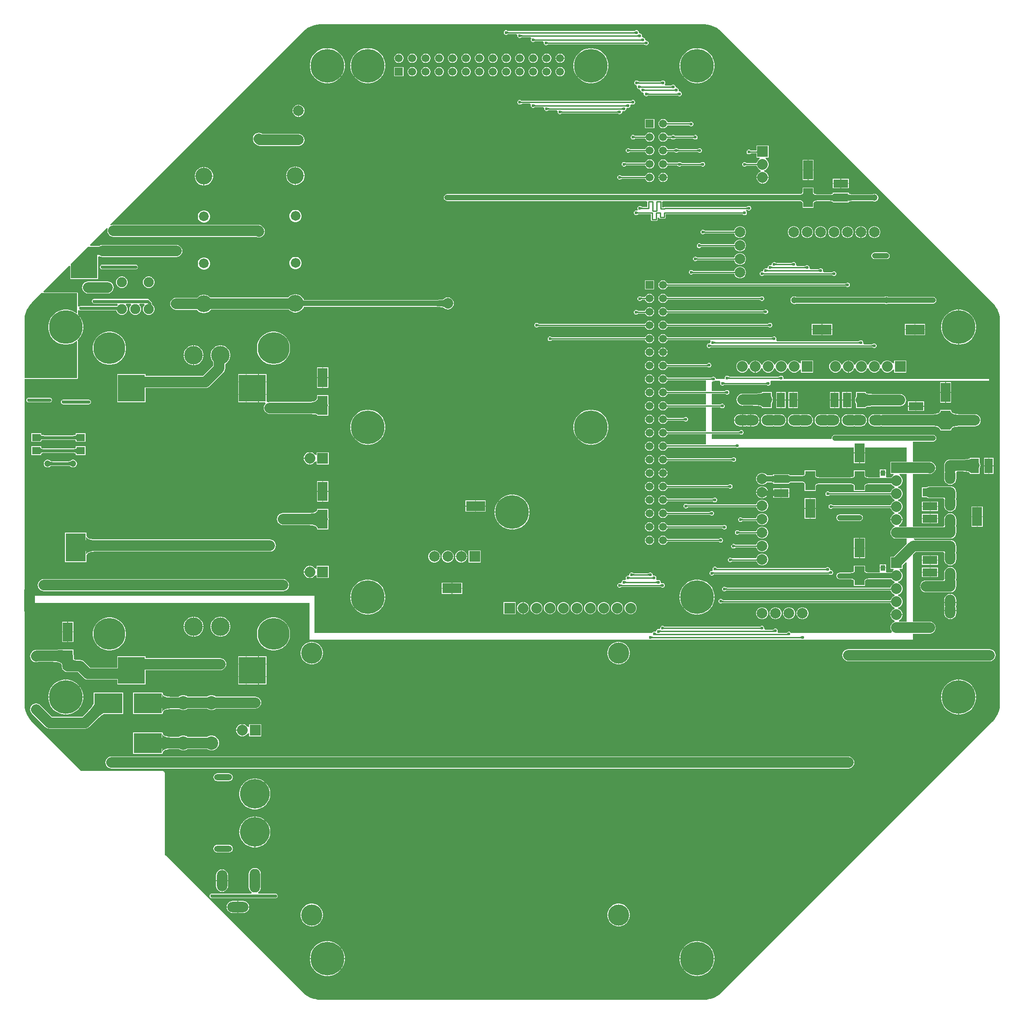
<source format=gbl>
G04*
G04 #@! TF.GenerationSoftware,Altium Limited,Altium Designer,22.6.1 (34)*
G04*
G04 Layer_Physical_Order=2*
G04 Layer_Color=16711680*
%FSLAX44Y44*%
%MOMM*%
G71*
G04*
G04 #@! TF.SameCoordinates,0282B534-2DD6-4313-8036-895CCBFEA7A8*
G04*
G04*
G04 #@! TF.FilePolarity,Positive*
G04*
G01*
G75*
%ADD10C,0.2540*%
%ADD12C,0.6000*%
%ADD18C,1.0000*%
%ADD20R,1.8500X3.6000*%
%ADD21R,3.6000X1.8500*%
%ADD22R,2.8000X1.5500*%
%ADD23R,1.5500X2.8000*%
%ADD24R,0.9500X1.0000*%
%ADD27R,5.3340X3.8100*%
%ADD28R,3.8100X5.3340*%
%ADD30R,1.6000X1.4000*%
%ADD70C,2.0000*%
%ADD71C,6.3500*%
%ADD72C,1.9000*%
%ADD73C,3.2000*%
%ADD74C,1.5000*%
%ADD75R,1.5000X1.5000*%
%ADD76R,1.5000X1.5000*%
%ADD77O,4.0000X2.0000*%
%ADD78O,2.0000X4.0000*%
%ADD79O,2.0000X4.5000*%
%ADD80C,5.6000*%
%ADD81O,3.4000X1.2000*%
%ADD82C,2.0320*%
%ADD83R,2.0320X2.0320*%
%ADD84R,2.0320X2.0320*%
%ADD85C,2.0000*%
%ADD86O,3.0000X2.0000*%
%ADD87O,2.0000X3.0000*%
%ADD88C,2.5400*%
%ADD89R,2.7400X2.7400*%
%ADD90R,2.7400X2.7400*%
%ADD91C,3.5000*%
%ADD92R,2.0000X2.0000*%
%ADD93C,4.0000*%
%ADD94C,0.6000*%
%ADD95C,1.2000*%
%ADD96C,1.2700*%
%ADD97C,1.8300*%
%ADD98C,6.0000*%
G36*
X1198422Y480033D02*
X1203112Y479572D01*
X1207733Y478652D01*
X1212243Y477284D01*
X1216597Y475481D01*
X1220752Y473260D01*
X1224671Y470642D01*
X1228313Y467652D01*
X1229979Y465986D01*
X1229979Y465986D01*
X1741886Y-45921D01*
X1741886Y-45921D01*
X1743552Y-47587D01*
X1746542Y-51230D01*
X1749160Y-55148D01*
X1751381Y-59303D01*
X1753184Y-63657D01*
X1754552Y-68167D01*
X1755472Y-72788D01*
X1755934Y-77478D01*
X1755934Y-79834D01*
Y-190000D01*
X1347222D01*
X1346620Y-189099D01*
Y-187401D01*
X1345970Y-185831D01*
X1344769Y-184630D01*
X1343199Y-183980D01*
X1341501D01*
X1339931Y-184630D01*
X1339506Y-185056D01*
X1339273Y-185142D01*
X1339152Y-185254D01*
X1339071Y-185316D01*
X1338979Y-185373D01*
X1338874Y-185425D01*
X1338752Y-185474D01*
X1338611Y-185517D01*
X1338449Y-185553D01*
X1338266Y-185581D01*
X1338059Y-185599D01*
X1337795Y-185606D01*
X1337673Y-185660D01*
X1245027D01*
X1244905Y-185606D01*
X1244641Y-185599D01*
X1244435Y-185581D01*
X1244251Y-185553D01*
X1244089Y-185517D01*
X1243948Y-185474D01*
X1243826Y-185425D01*
X1243721Y-185373D01*
X1243629Y-185316D01*
X1243548Y-185254D01*
X1243427Y-185142D01*
X1243194Y-185056D01*
X1242769Y-184630D01*
X1241199Y-183980D01*
X1239501D01*
X1237931Y-184630D01*
X1236730Y-185831D01*
X1236080Y-187401D01*
Y-189099D01*
X1235478Y-190000D01*
X1218620D01*
Y-189401D01*
X1217970Y-187831D01*
X1216769Y-186630D01*
X1215199Y-185980D01*
X1213501D01*
X1211931Y-186630D01*
X1211609Y-186952D01*
X1211401Y-187020D01*
X1211273Y-187130D01*
X1211184Y-187193D01*
X1211085Y-187251D01*
X1210971Y-187304D01*
X1210841Y-187353D01*
X1210692Y-187396D01*
X1210523Y-187432D01*
X1210334Y-187459D01*
X1210123Y-187476D01*
X1209857Y-187483D01*
X1209735Y-187538D01*
X1127425D01*
X1127212Y-186742D01*
X1126057Y-184743D01*
X1124424Y-183110D01*
X1122424Y-181955D01*
X1120194Y-181357D01*
X1117885D01*
X1115654Y-181955D01*
X1113654Y-183110D01*
X1112022Y-184743D01*
X1110867Y-186742D01*
X1110269Y-188973D01*
Y-191282D01*
X1110867Y-193513D01*
X1112022Y-195512D01*
X1113654Y-197145D01*
X1115654Y-198300D01*
X1117885Y-198897D01*
X1120194D01*
X1122424Y-198300D01*
X1124424Y-197145D01*
X1126057Y-195512D01*
X1127212Y-193513D01*
X1127425Y-192717D01*
X1200000D01*
Y-212938D01*
X1127425D01*
X1127212Y-212142D01*
X1126057Y-210143D01*
X1124424Y-208510D01*
X1122424Y-207355D01*
X1120194Y-206758D01*
X1117885D01*
X1115654Y-207355D01*
X1113654Y-208510D01*
X1112022Y-210143D01*
X1110867Y-212142D01*
X1110269Y-214373D01*
Y-216682D01*
X1110867Y-218913D01*
X1112022Y-220912D01*
X1113654Y-222545D01*
X1115654Y-223700D01*
X1117885Y-224298D01*
X1120194D01*
X1122424Y-223700D01*
X1124424Y-222545D01*
X1126057Y-220912D01*
X1127212Y-218913D01*
X1127425Y-218117D01*
X1200000D01*
Y-238499D01*
X1127468D01*
X1127212Y-237542D01*
X1126057Y-235543D01*
X1124424Y-233910D01*
X1122424Y-232755D01*
X1120194Y-232157D01*
X1117885D01*
X1115654Y-232755D01*
X1113654Y-233910D01*
X1112022Y-235543D01*
X1110867Y-237542D01*
X1110269Y-239773D01*
Y-242082D01*
X1110867Y-244313D01*
X1112022Y-246312D01*
X1113654Y-247945D01*
X1115654Y-249100D01*
X1117885Y-249697D01*
X1120194D01*
X1122424Y-249100D01*
X1124424Y-247945D01*
X1126057Y-246312D01*
X1127212Y-244313D01*
X1127382Y-243678D01*
X1200000D01*
Y-288899D01*
X1127361D01*
X1127212Y-288342D01*
X1126057Y-286343D01*
X1124424Y-284710D01*
X1122424Y-283555D01*
X1120194Y-282957D01*
X1117885D01*
X1115654Y-283555D01*
X1113654Y-284710D01*
X1112022Y-286343D01*
X1110867Y-288342D01*
X1110269Y-290573D01*
Y-292882D01*
X1110867Y-295113D01*
X1112022Y-297112D01*
X1113654Y-298745D01*
X1115654Y-299900D01*
X1117885Y-300497D01*
X1120194D01*
X1122424Y-299900D01*
X1124424Y-298745D01*
X1126057Y-297112D01*
X1127212Y-295113D01*
X1127489Y-294079D01*
X1200000D01*
Y-314099D01*
X1127307D01*
X1127212Y-313742D01*
X1126057Y-311743D01*
X1124424Y-310110D01*
X1122424Y-308955D01*
X1120194Y-308358D01*
X1117885D01*
X1115654Y-308955D01*
X1113654Y-310110D01*
X1112022Y-311743D01*
X1110867Y-313742D01*
X1110269Y-315973D01*
Y-318282D01*
X1110867Y-320513D01*
X1112022Y-322512D01*
X1113654Y-324145D01*
X1115654Y-325300D01*
X1117885Y-325897D01*
X1120194D01*
X1122424Y-325300D01*
X1124424Y-324145D01*
X1126057Y-322512D01*
X1127212Y-320513D01*
X1127542Y-319279D01*
X1200000D01*
Y-320000D01*
X1257245D01*
X1258501Y-320520D01*
X1260199D01*
X1261455Y-320000D01*
X1480101D01*
Y-329394D01*
X1490621D01*
X1501141D01*
Y-320000D01*
X1580000D01*
Y-346662D01*
X1571901D01*
Y-346599D01*
X1549041D01*
Y-369459D01*
X1554566D01*
X1554749Y-369777D01*
X1553848Y-373155D01*
X1553452Y-373383D01*
X1551324Y-375511D01*
X1550963Y-376137D01*
X1541580D01*
X1541091Y-373799D01*
X1541091Y-373597D01*
Y-368164D01*
X1535071D01*
X1529051D01*
Y-373597D01*
X1529051Y-373799D01*
X1528561Y-376137D01*
X1509165D01*
X1508013Y-376106D01*
X1506402Y-375965D01*
X1505016Y-375734D01*
X1503860Y-375424D01*
X1502938Y-375048D01*
X1502247Y-374627D01*
X1501765Y-374181D01*
X1501449Y-373708D01*
X1501260Y-373174D01*
X1501177Y-372385D01*
X1501141Y-372319D01*
Y-363259D01*
X1480101D01*
Y-372319D01*
X1480065Y-372385D01*
X1479981Y-373174D01*
X1479792Y-373708D01*
X1479476Y-374181D01*
X1478994Y-374627D01*
X1478303Y-375048D01*
X1477381Y-375424D01*
X1476225Y-375734D01*
X1474839Y-375965D01*
X1473228Y-376106D01*
X1472076Y-376137D01*
X1415894D01*
X1414742Y-376106D01*
X1413132Y-375965D01*
X1411746Y-375734D01*
X1410589Y-375424D01*
X1409668Y-375048D01*
X1408977Y-374627D01*
X1408495Y-374181D01*
X1408179Y-373708D01*
X1407989Y-373174D01*
X1407906Y-372385D01*
X1407870Y-372319D01*
Y-362980D01*
X1386830D01*
Y-368719D01*
X1386794Y-368785D01*
X1386711Y-369574D01*
X1386521Y-370108D01*
X1386206Y-370581D01*
X1385723Y-371027D01*
X1385032Y-371448D01*
X1384111Y-371824D01*
X1382954Y-372135D01*
X1381568Y-372365D01*
X1379958Y-372506D01*
X1378806Y-372537D01*
X1364889D01*
X1364469Y-372531D01*
X1361349Y-372344D01*
X1360140Y-372188D01*
X1359146Y-371993D01*
X1358395Y-371773D01*
X1357908Y-371556D01*
X1357699Y-371406D01*
X1357662Y-371236D01*
X1357662Y-371236D01*
X1357620Y-371175D01*
X1357620Y-370230D01*
X1356319Y-370156D01*
X1356229Y-370193D01*
X1356025Y-370188D01*
X1355964Y-370230D01*
X1329620D01*
X1328736Y-370230D01*
X1328675Y-370188D01*
X1328471Y-370193D01*
X1328380Y-370156D01*
X1327080Y-370230D01*
Y-371175D01*
X1327038Y-371236D01*
X1327038Y-371236D01*
X1327000Y-371406D01*
X1326792Y-371556D01*
X1326305Y-371773D01*
X1325554Y-371993D01*
X1324593Y-372182D01*
X1320217Y-372532D01*
X1319811Y-372537D01*
X1315793D01*
X1315489Y-372010D01*
X1313391Y-369911D01*
X1310821Y-368428D01*
X1307954Y-367659D01*
X1304987D01*
X1302121Y-368428D01*
X1299551Y-369911D01*
X1297452Y-372010D01*
X1295969Y-374579D01*
X1295201Y-377446D01*
Y-380413D01*
X1295969Y-383279D01*
X1297452Y-385849D01*
X1299551Y-387948D01*
X1302121Y-389431D01*
X1304987Y-390200D01*
X1307954D01*
X1310821Y-389431D01*
X1313391Y-387948D01*
X1315489Y-385849D01*
X1315793Y-385322D01*
X1318896D01*
X1321888Y-385423D01*
X1323300Y-385566D01*
X1324503Y-385763D01*
X1325474Y-386005D01*
X1326200Y-386274D01*
X1326669Y-386540D01*
X1326898Y-386748D01*
X1326968Y-386869D01*
X1327026Y-387204D01*
X1327026Y-387204D01*
X1327080Y-387289D01*
Y-388270D01*
X1328380Y-388344D01*
X1328444Y-388318D01*
X1328615Y-388324D01*
X1328701Y-388270D01*
X1355080D01*
X1356000Y-388270D01*
X1356085Y-388324D01*
X1356256Y-388318D01*
X1356319Y-388344D01*
X1357620Y-388270D01*
Y-387289D01*
X1357674Y-387204D01*
X1357674Y-387204D01*
X1357732Y-386869D01*
X1357802Y-386748D01*
X1358031Y-386540D01*
X1358500Y-386274D01*
X1359226Y-386005D01*
X1360197Y-385763D01*
X1361383Y-385569D01*
X1364483Y-385334D01*
X1365194Y-385322D01*
X1378806D01*
X1379958Y-385353D01*
X1381568Y-385494D01*
X1382954Y-385724D01*
X1384111Y-386035D01*
X1385032Y-386411D01*
X1385723Y-386832D01*
X1386205Y-387278D01*
X1386521Y-387751D01*
X1386711Y-388285D01*
X1386794Y-389074D01*
X1386830Y-389140D01*
Y-401520D01*
X1407870D01*
Y-392740D01*
X1407906Y-392674D01*
X1407989Y-391885D01*
X1408179Y-391351D01*
X1408495Y-390878D01*
X1408977Y-390432D01*
X1409668Y-390011D01*
X1410589Y-389635D01*
X1411746Y-389324D01*
X1413132Y-389094D01*
X1414742Y-388952D01*
X1415894Y-388922D01*
X1472076D01*
X1473228Y-388952D01*
X1474839Y-389094D01*
X1476225Y-389324D01*
X1477381Y-389635D01*
X1478303Y-390011D01*
X1478994Y-390432D01*
X1479476Y-390878D01*
X1479792Y-391351D01*
X1479981Y-391885D01*
X1480065Y-392674D01*
X1480101Y-392740D01*
Y-401799D01*
X1501141D01*
Y-392740D01*
X1501177Y-392674D01*
X1501260Y-391885D01*
X1501449Y-391351D01*
X1501765Y-390878D01*
X1502247Y-390432D01*
X1502938Y-390011D01*
X1503860Y-389635D01*
X1505016Y-389324D01*
X1506402Y-389094D01*
X1508013Y-388952D01*
X1509165Y-388922D01*
X1550963D01*
X1551324Y-389548D01*
X1553452Y-391676D01*
X1556059Y-393181D01*
X1557119Y-393465D01*
Y-396094D01*
X1556059Y-396378D01*
X1553452Y-397883D01*
X1551324Y-400011D01*
X1549820Y-402618D01*
X1549331Y-404440D01*
X1434911D01*
X1434788Y-404385D01*
X1434520Y-404379D01*
X1434306Y-404362D01*
X1434112Y-404335D01*
X1433938Y-404300D01*
X1433783Y-404257D01*
X1433647Y-404208D01*
X1433526Y-404155D01*
X1433420Y-404096D01*
X1433326Y-404034D01*
X1433194Y-403927D01*
X1433013Y-403874D01*
X1432769Y-403630D01*
X1431199Y-402980D01*
X1429501D01*
X1427931Y-403630D01*
X1426730Y-404831D01*
X1426080Y-406401D01*
Y-408099D01*
X1426730Y-409669D01*
X1427931Y-410870D01*
X1429501Y-411520D01*
X1431199D01*
X1432769Y-410870D01*
X1433402Y-410237D01*
X1433643Y-410127D01*
X1433752Y-410011D01*
X1433818Y-409954D01*
X1433894Y-409902D01*
X1433983Y-409852D01*
X1434089Y-409806D01*
X1434216Y-409764D01*
X1434365Y-409728D01*
X1434539Y-409699D01*
X1434738Y-409681D01*
X1435000Y-409674D01*
X1435035Y-409658D01*
X1435072Y-409669D01*
X1435170Y-409619D01*
X1549331D01*
X1549820Y-411441D01*
X1551324Y-414048D01*
X1553452Y-416176D01*
X1556059Y-417681D01*
X1557119Y-417965D01*
Y-420594D01*
X1556059Y-420878D01*
X1553452Y-422383D01*
X1551324Y-424511D01*
X1549820Y-427118D01*
X1549369Y-428800D01*
X1441111D01*
X1441000Y-428747D01*
X1440984Y-428753D01*
X1440968Y-428746D01*
X1440705Y-428738D01*
X1440504Y-428720D01*
X1440326Y-428692D01*
X1440172Y-428656D01*
X1440040Y-428613D01*
X1439928Y-428566D01*
X1439833Y-428515D01*
X1439751Y-428460D01*
X1439680Y-428401D01*
X1439566Y-428286D01*
X1439322Y-428183D01*
X1438769Y-427630D01*
X1437199Y-426980D01*
X1435501D01*
X1433931Y-427630D01*
X1432730Y-428831D01*
X1432080Y-430401D01*
Y-432099D01*
X1432730Y-433669D01*
X1433931Y-434870D01*
X1435501Y-435520D01*
X1437199D01*
X1438769Y-434870D01*
X1439077Y-434562D01*
X1439281Y-434496D01*
X1439410Y-434387D01*
X1439499Y-434324D01*
X1439600Y-434266D01*
X1439715Y-434212D01*
X1439846Y-434164D01*
X1439996Y-434121D01*
X1440166Y-434085D01*
X1440356Y-434058D01*
X1440567Y-434041D01*
X1440834Y-434034D01*
X1440956Y-433979D01*
X1549294D01*
X1549820Y-435941D01*
X1551324Y-438548D01*
X1553452Y-440676D01*
X1556059Y-442180D01*
X1557119Y-442465D01*
Y-445094D01*
X1556059Y-445378D01*
X1553452Y-446883D01*
X1551324Y-449011D01*
X1549820Y-451618D01*
X1549041Y-454525D01*
Y-455394D01*
X1560471D01*
X1571901D01*
Y-454525D01*
X1571122Y-451618D01*
X1569617Y-449011D01*
X1567489Y-446883D01*
X1564882Y-445378D01*
X1563822Y-445094D01*
Y-442465D01*
X1564882Y-442180D01*
X1567489Y-440676D01*
X1569617Y-438548D01*
X1571122Y-435941D01*
X1571901Y-433034D01*
Y-430025D01*
X1571122Y-427118D01*
X1569617Y-424511D01*
X1567489Y-422383D01*
X1564882Y-420878D01*
X1563822Y-420594D01*
Y-417965D01*
X1564882Y-417681D01*
X1567489Y-416176D01*
X1569617Y-414048D01*
X1571122Y-411441D01*
X1571901Y-408534D01*
Y-405525D01*
X1571122Y-402618D01*
X1569617Y-400011D01*
X1567489Y-397883D01*
X1564882Y-396378D01*
X1563822Y-396094D01*
Y-393465D01*
X1564882Y-393181D01*
X1567489Y-391676D01*
X1569617Y-389548D01*
X1571122Y-386941D01*
X1571901Y-384034D01*
Y-381025D01*
X1571122Y-378118D01*
X1569617Y-375511D01*
X1567489Y-373383D01*
X1567093Y-373155D01*
X1566192Y-369777D01*
X1566375Y-369459D01*
X1571901D01*
Y-369397D01*
X1580000D01*
Y-469162D01*
X1565434D01*
X1564883Y-466680D01*
X1567489Y-465176D01*
X1569617Y-463048D01*
X1571122Y-460441D01*
X1571901Y-457534D01*
Y-456664D01*
X1560471D01*
X1549041D01*
Y-457534D01*
X1549820Y-460441D01*
X1551324Y-463048D01*
X1553452Y-465176D01*
X1556059Y-466680D01*
X1557119Y-466965D01*
Y-469594D01*
X1556059Y-469878D01*
X1553452Y-471383D01*
X1551324Y-473511D01*
X1549820Y-476118D01*
X1549041Y-479025D01*
Y-482034D01*
X1549820Y-484941D01*
X1551324Y-487548D01*
X1553452Y-489676D01*
X1556059Y-491180D01*
X1558966Y-491959D01*
X1561975D01*
X1562210Y-491897D01*
X1580000D01*
Y-502074D01*
X1555825Y-526249D01*
X1549041D01*
Y-549109D01*
X1554566D01*
X1554750Y-549427D01*
X1553848Y-552805D01*
X1553452Y-553033D01*
X1551324Y-555161D01*
X1550963Y-555787D01*
X1541580D01*
X1541091Y-553450D01*
X1541091Y-553247D01*
Y-547814D01*
X1535071D01*
X1529051D01*
Y-553247D01*
X1529051Y-553450D01*
X1528561Y-555787D01*
X1509165D01*
X1508013Y-555756D01*
X1506402Y-555615D01*
X1505016Y-555384D01*
X1503860Y-555074D01*
X1502938Y-554698D01*
X1502247Y-554277D01*
X1501765Y-553831D01*
X1501449Y-553358D01*
X1501260Y-552824D01*
X1501177Y-552035D01*
X1501141Y-551969D01*
Y-542910D01*
X1480101D01*
Y-552039D01*
X1480065Y-552106D01*
X1479981Y-552894D01*
X1479792Y-553429D01*
X1479476Y-553901D01*
X1478994Y-554348D01*
X1478303Y-554769D01*
X1477381Y-555145D01*
X1476225Y-555455D01*
X1474839Y-555685D01*
X1473228Y-555827D01*
X1472076Y-555857D01*
X1453350D01*
X1450904Y-556344D01*
X1448830Y-557730D01*
X1447444Y-559804D01*
X1446957Y-562250D01*
X1447444Y-564696D01*
X1448830Y-566770D01*
X1450904Y-568156D01*
X1453350Y-568643D01*
X1472076D01*
X1473228Y-568673D01*
X1474839Y-568815D01*
X1476225Y-569045D01*
X1477381Y-569355D01*
X1478303Y-569731D01*
X1478994Y-570152D01*
X1479476Y-570599D01*
X1479792Y-571071D01*
X1479981Y-571606D01*
X1480065Y-572394D01*
X1480101Y-572461D01*
Y-581450D01*
X1501141D01*
Y-572390D01*
X1501177Y-572324D01*
X1501260Y-571535D01*
X1501449Y-571001D01*
X1501765Y-570528D01*
X1502247Y-570082D01*
X1502938Y-569661D01*
X1503860Y-569285D01*
X1505016Y-568974D01*
X1506402Y-568744D01*
X1508013Y-568602D01*
X1509165Y-568572D01*
X1550963D01*
X1551324Y-569198D01*
X1553452Y-571326D01*
X1556059Y-572831D01*
X1557119Y-573115D01*
Y-575744D01*
X1556059Y-576028D01*
X1553452Y-577533D01*
X1551324Y-579661D01*
X1549820Y-582268D01*
X1549255Y-584375D01*
X1239872D01*
X1239749Y-584320D01*
X1239480Y-584314D01*
X1239264Y-584297D01*
X1239066Y-584271D01*
X1238889Y-584236D01*
X1238730Y-584194D01*
X1238589Y-584146D01*
X1238465Y-584092D01*
X1238355Y-584034D01*
X1238258Y-583971D01*
X1238122Y-583867D01*
X1237962Y-583824D01*
X1237769Y-583630D01*
X1236199Y-582980D01*
X1234501D01*
X1232931Y-583630D01*
X1231730Y-584831D01*
X1231080Y-586401D01*
Y-588099D01*
X1231730Y-589669D01*
X1232931Y-590870D01*
X1234501Y-591520D01*
X1236199D01*
X1237769Y-590870D01*
X1238471Y-590168D01*
X1238704Y-590057D01*
X1238809Y-589940D01*
X1238870Y-589885D01*
X1238941Y-589834D01*
X1239025Y-589786D01*
X1239126Y-589741D01*
X1239248Y-589699D01*
X1239394Y-589663D01*
X1239566Y-589635D01*
X1239762Y-589617D01*
X1240024Y-589609D01*
X1240075Y-589586D01*
X1240128Y-589602D01*
X1240215Y-589554D01*
X1549408D01*
X1549820Y-591091D01*
X1551324Y-593698D01*
X1553452Y-595826D01*
X1556059Y-597331D01*
X1557119Y-597615D01*
Y-600244D01*
X1556059Y-600528D01*
X1553452Y-602033D01*
X1551324Y-604161D01*
X1549820Y-606768D01*
X1549456Y-608125D01*
X1233330D01*
X1233276Y-608091D01*
X1233176Y-608113D01*
X1233082Y-608071D01*
X1232821Y-608063D01*
X1232629Y-608044D01*
X1232466Y-608016D01*
X1232329Y-607980D01*
X1232219Y-607941D01*
X1232132Y-607899D01*
X1232063Y-607856D01*
X1232006Y-607812D01*
X1231958Y-607764D01*
X1231864Y-607647D01*
X1231690Y-607552D01*
X1230769Y-606630D01*
X1229199Y-605980D01*
X1227501D01*
X1225931Y-606630D01*
X1224730Y-607831D01*
X1224080Y-609401D01*
Y-611099D01*
X1224730Y-612669D01*
X1225931Y-613870D01*
X1227501Y-614520D01*
X1229199D01*
X1230769Y-613870D01*
X1230828Y-613810D01*
X1230916Y-613792D01*
X1231058Y-613695D01*
X1231164Y-613635D01*
X1231283Y-613578D01*
X1231419Y-613526D01*
X1231570Y-613479D01*
X1231740Y-613438D01*
X1231909Y-613409D01*
X1232373Y-613365D01*
X1232628Y-613359D01*
X1232752Y-613304D01*
X1549207D01*
X1549820Y-615591D01*
X1551324Y-618198D01*
X1553452Y-620326D01*
X1556059Y-621830D01*
X1557119Y-622115D01*
Y-624744D01*
X1556059Y-625028D01*
X1553452Y-626533D01*
X1551324Y-628661D01*
X1549820Y-631268D01*
X1549041Y-634175D01*
Y-635044D01*
X1560471D01*
X1571901D01*
Y-634175D01*
X1571122Y-631268D01*
X1569617Y-628661D01*
X1567489Y-626533D01*
X1564882Y-625028D01*
X1563822Y-624744D01*
Y-622115D01*
X1564882Y-621830D01*
X1567489Y-620326D01*
X1569617Y-618198D01*
X1571122Y-615591D01*
X1571901Y-612684D01*
Y-609675D01*
X1571122Y-606768D01*
X1569617Y-604161D01*
X1567489Y-602033D01*
X1564882Y-600528D01*
X1563822Y-600244D01*
Y-597615D01*
X1564882Y-597331D01*
X1567489Y-595826D01*
X1569617Y-593698D01*
X1571122Y-591091D01*
X1571901Y-588184D01*
Y-585175D01*
X1571122Y-582268D01*
X1569617Y-579661D01*
X1567489Y-577533D01*
X1564882Y-576028D01*
X1563822Y-575744D01*
Y-573115D01*
X1564882Y-572831D01*
X1567489Y-571326D01*
X1569617Y-569198D01*
X1571122Y-566591D01*
X1571901Y-563684D01*
Y-560675D01*
X1571122Y-557768D01*
X1569617Y-555161D01*
X1567489Y-553033D01*
X1567093Y-552805D01*
X1566191Y-549427D01*
X1566375Y-549109D01*
X1571901D01*
Y-542325D01*
X1577653Y-536572D01*
X1580000Y-537545D01*
Y-648812D01*
X1565434D01*
X1564883Y-646330D01*
X1567489Y-644826D01*
X1569617Y-642698D01*
X1571122Y-640091D01*
X1571901Y-637184D01*
Y-636314D01*
X1560471D01*
X1549041D01*
Y-637184D01*
X1549820Y-640091D01*
X1551324Y-642698D01*
X1553452Y-644826D01*
X1556059Y-646330D01*
X1557119Y-646615D01*
Y-649244D01*
X1556059Y-649528D01*
X1553452Y-651033D01*
X1551324Y-653161D01*
X1549820Y-655768D01*
X1549041Y-658675D01*
Y-661684D01*
X1549820Y-664591D01*
X1551324Y-667198D01*
X1551587Y-667460D01*
X1550535Y-670000D01*
X1361040D01*
X1360970Y-669831D01*
X1359769Y-668630D01*
X1358199Y-667980D01*
X1356501D01*
X1354931Y-668630D01*
X1353900Y-669661D01*
X1353772Y-669736D01*
X1353683Y-669852D01*
X1353640Y-669896D01*
X1353590Y-669937D01*
X1353527Y-669977D01*
X1353481Y-670000D01*
X1336958D01*
X1336957Y-669999D01*
X1335471Y-667460D01*
X1335620Y-667099D01*
Y-665401D01*
X1334970Y-663831D01*
X1333769Y-662630D01*
X1332199Y-661980D01*
X1330501D01*
X1328931Y-662630D01*
X1327900Y-663661D01*
X1327772Y-663736D01*
X1327683Y-663852D01*
X1327640Y-663896D01*
X1327590Y-663937D01*
X1327527Y-663977D01*
X1327446Y-664017D01*
X1327340Y-664056D01*
X1327209Y-664091D01*
X1327048Y-664119D01*
X1326858Y-664138D01*
X1326598Y-664146D01*
X1326486Y-664196D01*
X1326366Y-664173D01*
X1326326Y-664200D01*
X1312499D01*
X1310620Y-662099D01*
Y-660401D01*
X1309970Y-658831D01*
X1308769Y-657630D01*
X1307199Y-656980D01*
X1305501D01*
X1303931Y-657630D01*
X1303506Y-658056D01*
X1303273Y-658142D01*
X1303152Y-658254D01*
X1303071Y-658316D01*
X1302979Y-658373D01*
X1302874Y-658426D01*
X1302752Y-658474D01*
X1302611Y-658517D01*
X1302449Y-658553D01*
X1302265Y-658581D01*
X1302059Y-658599D01*
X1301795Y-658606D01*
X1301673Y-658660D01*
X1123027D01*
X1122905Y-658606D01*
X1122641Y-658599D01*
X1122434Y-658581D01*
X1122251Y-658553D01*
X1122089Y-658517D01*
X1121948Y-658474D01*
X1121826Y-658426D01*
X1121721Y-658373D01*
X1121629Y-658316D01*
X1121548Y-658254D01*
X1121427Y-658142D01*
X1121194Y-658056D01*
X1120769Y-657630D01*
X1119199Y-656980D01*
X1117501D01*
X1115931Y-657630D01*
X1114730Y-658831D01*
X1114080Y-660401D01*
Y-661558D01*
X1114016Y-661676D01*
X1112711Y-662777D01*
X1111798Y-663228D01*
X1111199Y-662980D01*
X1109501D01*
X1107931Y-663630D01*
X1106730Y-664831D01*
X1106122Y-666299D01*
X1106075Y-666403D01*
X1103589Y-667789D01*
X1101890D01*
X1100321Y-668439D01*
X1099119Y-669640D01*
X1098970Y-670000D01*
X460000D01*
Y-600000D01*
X-87747D01*
Y-190125D01*
X11517Y-190125D01*
X11726Y-190125D01*
X11727Y-190125D01*
X11972Y-190023D01*
X12237Y-190026D01*
X12239Y-190024D01*
X12244Y-190020D01*
X12253Y-190020D01*
X12446Y-189827D01*
X12699Y-189722D01*
X12723Y-189663D01*
X12723Y-189663D01*
X12913Y-189473D01*
X12972Y-189449D01*
X13076Y-189196D01*
X13270Y-189003D01*
X13270Y-188729D01*
X13375Y-188477D01*
X13375Y-188477D01*
X13375Y-187961D01*
Y-187961D01*
X13375Y-187945D01*
Y-118944D01*
X13335Y-118849D01*
X13340Y-118838D01*
X13340Y-118838D01*
X13291Y-118721D01*
X13307Y-118519D01*
X13273Y-118413D01*
X13062Y-118166D01*
X12938Y-117866D01*
X12851Y-117779D01*
X13710Y-115547D01*
X13821Y-115351D01*
X15400Y-113772D01*
X18455Y-109567D01*
X20814Y-104936D01*
X22420Y-99993D01*
X23233Y-94859D01*
Y-92896D01*
X-9786D01*
Y-91626D01*
X23233D01*
Y-89662D01*
X22420Y-84529D01*
X20814Y-79585D01*
X18455Y-74954D01*
X15400Y-70750D01*
X13820Y-69170D01*
X13710Y-68974D01*
X13322Y-67967D01*
X12938Y-66656D01*
X13062Y-66355D01*
X13273Y-66108D01*
X13307Y-66002D01*
X13292Y-65801D01*
X13340Y-65684D01*
X13340Y-65683D01*
X13335Y-65672D01*
X13375Y-65577D01*
Y-61013D01*
X14511Y-60348D01*
X15915Y-59958D01*
X15928Y-59967D01*
X16231Y-60270D01*
X16627Y-60434D01*
X16984Y-60672D01*
X17405Y-60756D01*
X17801Y-60920D01*
X18230D01*
X18650Y-61004D01*
X85991D01*
X86314Y-62207D01*
X87732Y-64663D01*
X89737Y-66668D01*
X92193Y-68086D01*
X94932Y-68820D01*
X97768D01*
X100507Y-68086D01*
X102963Y-66668D01*
X104968Y-64663D01*
X106386Y-62207D01*
X107120Y-59468D01*
Y-56632D01*
X106386Y-53893D01*
X104968Y-51437D01*
X103675Y-50144D01*
X104681Y-47604D01*
X113419D01*
X114425Y-50144D01*
X113132Y-51437D01*
X111714Y-53893D01*
X110980Y-56632D01*
Y-59468D01*
X111714Y-62207D01*
X113132Y-64663D01*
X115137Y-66668D01*
X117593Y-68086D01*
X120332Y-68820D01*
X123168D01*
X125907Y-68086D01*
X128363Y-66668D01*
X130368Y-64663D01*
X131786Y-62207D01*
X132520Y-59468D01*
Y-56632D01*
X131786Y-53893D01*
X130368Y-51437D01*
X129075Y-50144D01*
X130081Y-47604D01*
X138819D01*
X139825Y-50144D01*
X138532Y-51437D01*
X137114Y-53893D01*
X136380Y-56632D01*
Y-59468D01*
X137114Y-62207D01*
X138532Y-64663D01*
X140537Y-66668D01*
X142993Y-68086D01*
X145732Y-68820D01*
X148568D01*
X151307Y-68086D01*
X153763Y-66668D01*
X155768Y-64663D01*
X157186Y-62207D01*
X157920Y-59468D01*
Y-56632D01*
X157186Y-53893D01*
X155768Y-51437D01*
X153763Y-49432D01*
X153016Y-49001D01*
Y-46765D01*
X152685Y-45099D01*
X151741Y-43686D01*
X148226Y-40171D01*
X146814Y-39228D01*
X145148Y-38896D01*
X44050D01*
X43629Y-38980D01*
X43201D01*
X42804Y-39144D01*
X42384Y-39228D01*
X42027Y-39466D01*
X41631Y-39630D01*
X41328Y-39933D01*
X40971Y-40171D01*
X40733Y-40528D01*
X40430Y-40831D01*
X40266Y-41227D01*
X40028Y-41584D01*
X39944Y-42004D01*
X39780Y-42401D01*
Y-42829D01*
X39696Y-43250D01*
X39780Y-43671D01*
Y-44099D01*
X39944Y-44496D01*
X40028Y-44916D01*
X40266Y-45273D01*
X40430Y-45669D01*
X40733Y-45972D01*
X40971Y-46329D01*
X41328Y-46567D01*
X41631Y-46870D01*
X42027Y-47034D01*
X42384Y-47272D01*
X42804Y-47356D01*
X43201Y-47520D01*
X43629D01*
X44050Y-47604D01*
X88019D01*
X89025Y-50144D01*
X87732Y-51437D01*
X87236Y-52296D01*
X18650D01*
X18230Y-52380D01*
X17801D01*
X17405Y-52544D01*
X16984Y-52628D01*
X16627Y-52866D01*
X16231Y-53030D01*
X15928Y-53333D01*
X15915Y-53342D01*
X14511Y-52952D01*
X13375Y-52288D01*
Y-28805D01*
X13375Y-28273D01*
X13375Y-28273D01*
X13270Y-28021D01*
X13270Y-27747D01*
X13077Y-27554D01*
X12972Y-27301D01*
X12913Y-27277D01*
X12723Y-27087D01*
X12699Y-27028D01*
X12490Y-26941D01*
X12341Y-26771D01*
X12289Y-26767D01*
X12252Y-26730D01*
X11979Y-26730D01*
X11727Y-26625D01*
X11727Y-26625D01*
X11517Y-26625D01*
X-50812D01*
X-51865Y-24085D01*
X-3721Y24058D01*
X-1375Y23086D01*
Y0D01*
X-972Y-972D01*
X0Y-1375D01*
X50100D01*
X51072Y-972D01*
X51475Y0D01*
Y40970D01*
X54015Y42022D01*
X54166Y41906D01*
X56908Y40770D01*
X59850Y40383D01*
X199350D01*
X202292Y40770D01*
X205034Y41906D01*
X207388Y43712D01*
X209194Y46066D01*
X210330Y48808D01*
X210717Y51750D01*
X210330Y54692D01*
X209194Y57434D01*
X207388Y59788D01*
X205034Y61594D01*
X202292Y62730D01*
X199350Y63117D01*
X59850D01*
X56908Y62730D01*
X54166Y61594D01*
X53880Y61375D01*
X36914D01*
X35942Y63721D01*
X67828Y95608D01*
X69982Y94169D01*
X69370Y92692D01*
X68983Y89750D01*
X69370Y86808D01*
X70506Y84066D01*
X72312Y81712D01*
X74666Y79906D01*
X77408Y78770D01*
X80350Y78383D01*
X350929D01*
X352408Y77770D01*
X355350Y77383D01*
X358292Y77770D01*
X361034Y78906D01*
X363388Y80712D01*
X365194Y83066D01*
X366330Y85808D01*
X366717Y88750D01*
X366330Y91692D01*
X365194Y94434D01*
X363388Y96788D01*
X362388Y97788D01*
X360034Y99594D01*
X357292Y100730D01*
X354350Y101117D01*
X80350D01*
X77408Y100730D01*
X75931Y100118D01*
X74492Y102271D01*
X438207Y465986D01*
X438207Y465986D01*
X439873Y467652D01*
X443516Y470642D01*
X447434Y473260D01*
X451590Y475481D01*
X455943Y477284D01*
X460453Y478652D01*
X465075Y479572D01*
X469764Y480033D01*
X472120Y480033D01*
X1196066Y480033D01*
X1198422Y480033D01*
D02*
G37*
G36*
X66850Y44000D02*
X50100D01*
Y0D01*
X0D01*
Y27779D01*
X32221Y60000D01*
X66850D01*
Y44000D01*
D02*
G37*
G36*
X11727Y-28000D02*
X11751Y-28059D01*
X11941Y-28249D01*
X12000Y-28273D01*
Y-61013D01*
Y-65577D01*
X11966Y-65683D01*
X11879Y-65770D01*
X11874Y-65774D01*
X11702Y-65875D01*
X11064Y-66085D01*
X10617Y-66159D01*
X10422Y-66128D01*
X7520Y-64019D01*
X2889Y-61660D01*
X-2054Y-60054D01*
X-7188Y-59241D01*
X-12385D01*
X-17519Y-60054D01*
X-22462Y-61660D01*
X-27093Y-64019D01*
X-31298Y-67074D01*
X-34973Y-70750D01*
X-38028Y-74954D01*
X-40387Y-79585D01*
X-41993Y-84529D01*
X-42807Y-89662D01*
Y-94859D01*
X-41993Y-99993D01*
X-40387Y-104936D01*
X-38028Y-109567D01*
X-34973Y-113772D01*
X-31298Y-117447D01*
X-27093Y-120502D01*
X-22462Y-122861D01*
X-17519Y-124468D01*
X-12385Y-125281D01*
X-7188D01*
X-2054Y-124468D01*
X2889Y-122861D01*
X7520Y-120502D01*
X10422Y-118393D01*
X10617Y-118362D01*
X11064Y-118436D01*
X11702Y-118646D01*
X11874Y-118748D01*
X11879Y-118751D01*
X11965Y-118838D01*
X12000Y-118944D01*
Y-188477D01*
X11941Y-188501D01*
X11751Y-188691D01*
X11727Y-188750D01*
X11726Y-188750D01*
X-87747D01*
Y-79834D01*
X-87747Y-77478D01*
X-87286Y-72788D01*
X-86366Y-68167D01*
X-84998Y-63657D01*
X-83195Y-59303D01*
X-80974Y-55148D01*
X-78355Y-51229D01*
X-75366Y-47587D01*
X-73700Y-45921D01*
X-55779Y-28000D01*
X-54405D01*
X-54405Y-28000D01*
X-54405Y-28000D01*
X11726D01*
X11727Y-28000D01*
D02*
G37*
G36*
X1340208Y-190350D02*
X1340037Y-190192D01*
X1339852Y-190051D01*
X1339652Y-189927D01*
X1339437Y-189819D01*
X1339207Y-189727D01*
X1338962Y-189653D01*
X1338702Y-189595D01*
X1338427Y-189553D01*
X1338137Y-189528D01*
X1337832Y-189520D01*
Y-186980D01*
X1338137Y-186972D01*
X1338427Y-186947D01*
X1338702Y-186905D01*
X1338962Y-186847D01*
X1339207Y-186772D01*
X1339437Y-186681D01*
X1339652Y-186573D01*
X1339852Y-186449D01*
X1340037Y-186308D01*
X1340208Y-186150D01*
Y-190350D01*
D02*
G37*
G36*
X1242663Y-186308D02*
X1242848Y-186449D01*
X1243048Y-186573D01*
X1243263Y-186681D01*
X1243493Y-186772D01*
X1243738Y-186847D01*
X1243998Y-186905D01*
X1244273Y-186947D01*
X1244563Y-186972D01*
X1244868Y-186980D01*
Y-189520D01*
X1244563Y-189528D01*
X1244273Y-189553D01*
X1243998Y-189595D01*
X1243738Y-189653D01*
X1243493Y-189727D01*
X1243263Y-189819D01*
X1243048Y-189927D01*
X1242848Y-190051D01*
X1242663Y-190192D01*
X1242492Y-190350D01*
Y-186150D01*
X1242663Y-186308D01*
D02*
G37*
G36*
X1212124Y-192261D02*
X1211960Y-192097D01*
X1211780Y-191950D01*
X1211585Y-191821D01*
X1211374Y-191708D01*
X1211147Y-191613D01*
X1210905Y-191536D01*
X1210647Y-191475D01*
X1210373Y-191432D01*
X1210083Y-191406D01*
X1209778Y-191397D01*
X1209893Y-188857D01*
X1210197Y-188850D01*
X1210488Y-188826D01*
X1210764Y-188786D01*
X1211025Y-188731D01*
X1211273Y-188659D01*
X1211506Y-188572D01*
X1211725Y-188469D01*
X1211929Y-188350D01*
X1212119Y-188215D01*
X1212295Y-188064D01*
X1212124Y-192261D01*
D02*
G37*
G36*
X1316208Y-200350D02*
X1316037Y-200192D01*
X1315852Y-200051D01*
X1315652Y-199927D01*
X1315437Y-199819D01*
X1315207Y-199727D01*
X1314962Y-199653D01*
X1314702Y-199595D01*
X1314427Y-199553D01*
X1314137Y-199528D01*
X1313832Y-199520D01*
Y-196980D01*
X1314137Y-196972D01*
X1314427Y-196947D01*
X1314702Y-196905D01*
X1314962Y-196847D01*
X1315207Y-196772D01*
X1315437Y-196681D01*
X1315652Y-196573D01*
X1315852Y-196449D01*
X1316037Y-196308D01*
X1316208Y-196150D01*
Y-200350D01*
D02*
G37*
G36*
X1233663Y-196308D02*
X1233848Y-196449D01*
X1234048Y-196573D01*
X1234263Y-196681D01*
X1234493Y-196772D01*
X1234738Y-196847D01*
X1234998Y-196905D01*
X1235273Y-196947D01*
X1235563Y-196972D01*
X1235868Y-196980D01*
Y-199520D01*
X1235563Y-199528D01*
X1235273Y-199553D01*
X1234998Y-199595D01*
X1234738Y-199653D01*
X1234493Y-199727D01*
X1234263Y-199819D01*
X1234048Y-199927D01*
X1233848Y-200051D01*
X1233663Y-200192D01*
X1233492Y-200350D01*
Y-196150D01*
X1233663Y-196308D01*
D02*
G37*
G36*
X1755934Y-803780D02*
X1755934Y-806136D01*
X1755472Y-810826D01*
X1754552Y-815447D01*
X1753184Y-819957D01*
X1751381Y-824311D01*
X1749160Y-828466D01*
X1746541Y-832385D01*
X1743552Y-836027D01*
X1741886Y-837693D01*
X1229979Y-1349600D01*
X1229979Y-1349600D01*
X1228313Y-1351266D01*
X1224670Y-1354256D01*
X1220752Y-1356874D01*
X1216597Y-1359095D01*
X1212243Y-1360898D01*
X1207733Y-1362266D01*
X1203112Y-1363186D01*
X1202458Y-1363250D01*
X465728D01*
X465075Y-1363186D01*
X460453Y-1362266D01*
X455943Y-1360898D01*
X451590Y-1359095D01*
X447434Y-1356874D01*
X443515Y-1354256D01*
X439873Y-1351266D01*
X438207Y-1349600D01*
X177711Y-1089104D01*
Y-936136D01*
X177691Y-936036D01*
X177701Y-935936D01*
X177638Y-935302D01*
X177551Y-935015D01*
X177493Y-934721D01*
X177008Y-933550D01*
X176566Y-932888D01*
X175669Y-931992D01*
X175007Y-931550D01*
X173836Y-931064D01*
X173542Y-931006D01*
X173256Y-930919D01*
X172622Y-930856D01*
X172521Y-930866D01*
X172422Y-930847D01*
X19516D01*
X-73700Y-837693D01*
X-75366Y-836027D01*
X-78356Y-832384D01*
X-80974Y-828466D01*
X-83195Y-824311D01*
X-84998Y-819957D01*
X-86366Y-815447D01*
X-87286Y-810826D01*
X-87747Y-806136D01*
Y-803780D01*
Y-613250D01*
X451350D01*
Y-683250D01*
X1591350D01*
Y-671547D01*
X1623280D01*
X1626221Y-671159D01*
X1628963Y-670024D01*
X1631317Y-668217D01*
X1633124Y-665863D01*
X1634259Y-663121D01*
X1634647Y-660180D01*
X1634259Y-657237D01*
X1633124Y-654496D01*
X1631317Y-652142D01*
X1628963Y-650335D01*
X1626221Y-649200D01*
X1623280Y-648812D01*
X1591350D01*
Y-522876D01*
X1596929Y-517297D01*
X1649073D01*
X1650883Y-519861D01*
X1650703Y-521230D01*
Y-531229D01*
X1651091Y-534171D01*
X1652226Y-536913D01*
X1654033Y-539267D01*
X1656387Y-541074D01*
X1659129Y-542209D01*
X1662071Y-542597D01*
X1665013Y-542209D01*
X1667754Y-541074D01*
X1670108Y-539267D01*
X1671915Y-536913D01*
X1673051Y-534171D01*
X1673438Y-531229D01*
Y-521230D01*
X1673096Y-518629D01*
X1673438Y-516029D01*
Y-506029D01*
X1673431Y-505979D01*
X1673438Y-505929D01*
X1673051Y-502987D01*
X1671915Y-500246D01*
X1670108Y-497892D01*
X1667754Y-496085D01*
X1665013Y-494949D01*
X1662071Y-494562D01*
X1594822D01*
X1593043Y-491992D01*
X1593079Y-491897D01*
X1662071D01*
X1665013Y-491509D01*
X1667754Y-490374D01*
X1670108Y-488567D01*
X1671915Y-486213D01*
X1673051Y-483471D01*
X1673438Y-480529D01*
X1673431Y-480480D01*
X1673438Y-480429D01*
Y-470429D01*
X1673096Y-467829D01*
X1673438Y-465229D01*
Y-455229D01*
X1673051Y-452287D01*
X1671915Y-449546D01*
X1670108Y-447192D01*
X1667754Y-445385D01*
X1665013Y-444249D01*
X1662071Y-443862D01*
X1659129Y-444249D01*
X1656387Y-445385D01*
X1654033Y-447192D01*
X1652226Y-449546D01*
X1651091Y-452287D01*
X1650703Y-455229D01*
Y-465229D01*
X1650883Y-466598D01*
X1649073Y-469162D01*
X1591350D01*
Y-369397D01*
X1621675D01*
X1623350Y-369617D01*
X1626292Y-369230D01*
X1629034Y-368094D01*
X1631388Y-366288D01*
X1633194Y-363934D01*
X1634330Y-361192D01*
X1634717Y-358250D01*
X1634330Y-355308D01*
X1633194Y-352566D01*
X1631388Y-350212D01*
X1631167Y-349992D01*
X1628813Y-348185D01*
X1626071Y-347049D01*
X1623129Y-346662D01*
X1591350D01*
Y-308643D01*
X1629350D01*
X1631796Y-308156D01*
X1633870Y-306770D01*
X1635256Y-304696D01*
X1635743Y-302250D01*
X1635256Y-299804D01*
X1633870Y-297730D01*
X1631796Y-296344D01*
X1629350Y-295857D01*
X1444350D01*
X1441904Y-296344D01*
X1439830Y-297730D01*
X1438444Y-299804D01*
X1437957Y-302250D01*
X1437137Y-303250D01*
X1211350D01*
Y-294079D01*
X1262800D01*
X1262923Y-294133D01*
X1263191Y-294140D01*
X1263406Y-294156D01*
X1263600Y-294183D01*
X1263775Y-294218D01*
X1263931Y-294261D01*
X1264069Y-294309D01*
X1264191Y-294363D01*
X1264298Y-294421D01*
X1264393Y-294484D01*
X1264526Y-294590D01*
X1264702Y-294640D01*
X1264931Y-294870D01*
X1266501Y-295520D01*
X1268199D01*
X1269769Y-294870D01*
X1270970Y-293669D01*
X1271620Y-292099D01*
Y-290401D01*
X1270970Y-288831D01*
X1269769Y-287630D01*
X1268199Y-286980D01*
X1266501D01*
X1264931Y-287630D01*
X1264279Y-288282D01*
X1264039Y-288392D01*
X1263932Y-288509D01*
X1263867Y-288565D01*
X1263793Y-288617D01*
X1263706Y-288666D01*
X1263600Y-288712D01*
X1263475Y-288754D01*
X1263326Y-288790D01*
X1263153Y-288819D01*
X1262955Y-288837D01*
X1262693Y-288845D01*
X1262653Y-288862D01*
X1262612Y-288849D01*
X1262517Y-288899D01*
X1211350D01*
Y-243678D01*
X1226573D01*
X1226681Y-243731D01*
X1226702Y-243724D01*
X1226723Y-243733D01*
X1226986Y-243740D01*
X1227187Y-243759D01*
X1227363Y-243787D01*
X1227516Y-243823D01*
X1227647Y-243866D01*
X1227757Y-243913D01*
X1227851Y-243963D01*
X1227931Y-244017D01*
X1228001Y-244076D01*
X1228113Y-244191D01*
X1228357Y-244296D01*
X1228931Y-244870D01*
X1230501Y-245520D01*
X1232199D01*
X1233769Y-244870D01*
X1234970Y-243669D01*
X1235620Y-242099D01*
Y-240401D01*
X1234970Y-238831D01*
X1233769Y-237630D01*
X1232199Y-236980D01*
X1230501D01*
X1228931Y-237630D01*
X1228640Y-237921D01*
X1228442Y-237983D01*
X1228312Y-238092D01*
X1228222Y-238154D01*
X1228119Y-238213D01*
X1228003Y-238266D01*
X1227870Y-238315D01*
X1227719Y-238358D01*
X1227548Y-238394D01*
X1227356Y-238421D01*
X1227145Y-238438D01*
X1226878Y-238445D01*
X1226756Y-238499D01*
X1211350D01*
Y-218117D01*
X1235824D01*
X1235946Y-218172D01*
X1236215Y-218178D01*
X1236431Y-218195D01*
X1236628Y-218221D01*
X1236805Y-218256D01*
X1236963Y-218298D01*
X1237104Y-218347D01*
X1237227Y-218400D01*
X1237337Y-218459D01*
X1237434Y-218521D01*
X1237569Y-218626D01*
X1237732Y-218670D01*
X1237931Y-218870D01*
X1239501Y-219520D01*
X1241199D01*
X1242769Y-218870D01*
X1243970Y-217669D01*
X1244620Y-216099D01*
Y-214401D01*
X1243970Y-212831D01*
X1242769Y-211630D01*
X1241199Y-210980D01*
X1239501D01*
X1237931Y-211630D01*
X1237238Y-212324D01*
X1237003Y-212435D01*
X1236898Y-212551D01*
X1236836Y-212607D01*
X1236765Y-212658D01*
X1236681Y-212706D01*
X1236579Y-212751D01*
X1236456Y-212793D01*
X1236309Y-212829D01*
X1236138Y-212857D01*
X1235941Y-212876D01*
X1235679Y-212883D01*
X1235630Y-212905D01*
X1235578Y-212890D01*
X1235490Y-212938D01*
X1211350D01*
Y-196411D01*
X1213501Y-194520D01*
X1215199D01*
X1216769Y-193870D01*
X1217389Y-193250D01*
X1226677D01*
X1227741Y-195820D01*
X1227730Y-195831D01*
X1227080Y-197401D01*
Y-199099D01*
X1227730Y-200669D01*
X1228931Y-201870D01*
X1230501Y-202520D01*
X1232199D01*
X1233769Y-201870D01*
X1234194Y-201444D01*
X1234427Y-201358D01*
X1234548Y-201246D01*
X1234629Y-201184D01*
X1234721Y-201127D01*
X1234826Y-201075D01*
X1234948Y-201026D01*
X1235089Y-200983D01*
X1235251Y-200947D01*
X1235434Y-200919D01*
X1235641Y-200901D01*
X1235905Y-200894D01*
X1236027Y-200840D01*
X1313673D01*
X1313795Y-200894D01*
X1314059Y-200901D01*
X1314265Y-200919D01*
X1314449Y-200947D01*
X1314611Y-200983D01*
X1314752Y-201026D01*
X1314874Y-201075D01*
X1314979Y-201127D01*
X1315071Y-201184D01*
X1315152Y-201246D01*
X1315273Y-201358D01*
X1315506Y-201444D01*
X1315931Y-201870D01*
X1317501Y-202520D01*
X1319199D01*
X1320769Y-201870D01*
X1321970Y-200669D01*
X1322620Y-199099D01*
Y-197401D01*
X1321970Y-195831D01*
X1321959Y-195820D01*
X1323023Y-193250D01*
X1755934D01*
X1755934Y-803780D01*
D02*
G37*
G36*
X1238411Y-217539D02*
X1238229Y-217398D01*
X1238034Y-217272D01*
X1237824Y-217161D01*
X1237602Y-217064D01*
X1237365Y-216983D01*
X1237115Y-216916D01*
X1236852Y-216864D01*
X1236575Y-216827D01*
X1236284Y-216805D01*
X1235980Y-216798D01*
X1235719Y-214258D01*
X1236025Y-214249D01*
X1236314Y-214221D01*
X1236586Y-214177D01*
X1236842Y-214113D01*
X1237081Y-214032D01*
X1237302Y-213933D01*
X1237508Y-213816D01*
X1237696Y-213681D01*
X1237868Y-213528D01*
X1238023Y-213357D01*
X1238411Y-217539D01*
D02*
G37*
G36*
X1229098Y-243232D02*
X1228936Y-243066D01*
X1228758Y-242917D01*
X1228565Y-242787D01*
X1228355Y-242673D01*
X1228130Y-242577D01*
X1227888Y-242498D01*
X1227631Y-242437D01*
X1227357Y-242394D01*
X1227068Y-242367D01*
X1226762Y-242359D01*
X1226913Y-239819D01*
X1227218Y-239811D01*
X1227508Y-239788D01*
X1227785Y-239748D01*
X1228047Y-239694D01*
X1228295Y-239624D01*
X1228529Y-239538D01*
X1228749Y-239436D01*
X1228954Y-239319D01*
X1229146Y-239186D01*
X1229324Y-239038D01*
X1229098Y-243232D01*
D02*
G37*
G36*
X1265381Y-293514D02*
X1265201Y-293370D01*
X1265007Y-293242D01*
X1264799Y-293129D01*
X1264577Y-293031D01*
X1264341Y-292948D01*
X1264092Y-292880D01*
X1263829Y-292827D01*
X1263552Y-292789D01*
X1263261Y-292766D01*
X1262957Y-292759D01*
X1262733Y-290219D01*
X1263038Y-290210D01*
X1263328Y-290183D01*
X1263600Y-290138D01*
X1263857Y-290076D01*
X1264096Y-289996D01*
X1264320Y-289898D01*
X1264526Y-289782D01*
X1264716Y-289648D01*
X1264890Y-289497D01*
X1265047Y-289327D01*
X1265381Y-293514D01*
D02*
G37*
G36*
X1257538Y-318641D02*
X1257351Y-318511D01*
X1257152Y-318395D01*
X1256939Y-318293D01*
X1256713Y-318204D01*
X1256475Y-318129D01*
X1256223Y-318068D01*
X1255958Y-318020D01*
X1255680Y-317986D01*
X1255084Y-317959D01*
X1254668Y-315419D01*
X1254974Y-315409D01*
X1255263Y-315381D01*
X1255533Y-315335D01*
X1255786Y-315270D01*
X1256020Y-315186D01*
X1256237Y-315083D01*
X1256436Y-314962D01*
X1256616Y-314822D01*
X1256779Y-314663D01*
X1256924Y-314486D01*
X1257538Y-318641D01*
D02*
G37*
G36*
X1356420Y-371986D02*
X1356720Y-372394D01*
X1357220Y-372754D01*
X1357919Y-373066D01*
X1358819Y-373330D01*
X1359919Y-373546D01*
X1361219Y-373714D01*
X1364420Y-373905D01*
X1366319Y-373929D01*
Y-383929D01*
X1364420Y-383960D01*
X1361219Y-384203D01*
X1359919Y-384416D01*
X1358819Y-384689D01*
X1357919Y-385024D01*
X1357220Y-385419D01*
X1356720Y-385875D01*
X1356420Y-386392D01*
X1356319Y-386969D01*
Y-371530D01*
X1356420Y-371986D01*
D02*
G37*
G36*
X1328380Y-386969D02*
X1328280Y-386392D01*
X1327980Y-385875D01*
X1327480Y-385419D01*
X1326781Y-385024D01*
X1325880Y-384689D01*
X1324780Y-384416D01*
X1323481Y-384203D01*
X1321980Y-384051D01*
X1318380Y-383929D01*
Y-373929D01*
X1320280Y-373905D01*
X1324780Y-373546D01*
X1325880Y-373330D01*
X1326781Y-373066D01*
X1327480Y-372754D01*
X1327980Y-372394D01*
X1328280Y-371986D01*
X1328380Y-371530D01*
Y-386969D01*
D02*
G37*
G36*
X1388161Y-388929D02*
X1388061Y-387980D01*
X1387760Y-387130D01*
X1387258Y-386380D01*
X1386556Y-385729D01*
X1385653Y-385179D01*
X1384550Y-384729D01*
X1383246Y-384380D01*
X1381741Y-384129D01*
X1380036Y-383979D01*
X1378130Y-383929D01*
Y-373929D01*
X1380036Y-373880D01*
X1381741Y-373730D01*
X1383246Y-373479D01*
X1384550Y-373130D01*
X1385653Y-372679D01*
X1386556Y-372130D01*
X1387258Y-371479D01*
X1387760Y-370729D01*
X1388061Y-369879D01*
X1388161Y-368929D01*
Y-388929D01*
D02*
G37*
G36*
X1499910Y-373479D02*
X1500211Y-374329D01*
X1500712Y-375079D01*
X1501414Y-375729D01*
X1502317Y-376279D01*
X1503421Y-376729D01*
X1504725Y-377079D01*
X1506229Y-377329D01*
X1507934Y-377479D01*
X1509840Y-377529D01*
Y-387529D01*
X1507934Y-387579D01*
X1506229Y-387729D01*
X1504725Y-387979D01*
X1503421Y-388329D01*
X1502317Y-388779D01*
X1501414Y-389329D01*
X1500712Y-389979D01*
X1500211Y-390729D01*
X1499910Y-391579D01*
X1499810Y-392529D01*
Y-372529D01*
X1499910Y-373479D01*
D02*
G37*
G36*
X1481432Y-392529D02*
X1481331Y-391579D01*
X1481030Y-390729D01*
X1480529Y-389979D01*
X1479827Y-389329D01*
X1478924Y-388779D01*
X1477821Y-388329D01*
X1476517Y-387979D01*
X1475012Y-387729D01*
X1473307Y-387579D01*
X1471401Y-387529D01*
Y-377529D01*
X1473307Y-377479D01*
X1475012Y-377329D01*
X1476517Y-377079D01*
X1477821Y-376729D01*
X1478924Y-376279D01*
X1479827Y-375729D01*
X1480529Y-375079D01*
X1481030Y-374329D01*
X1481331Y-373479D01*
X1481432Y-372529D01*
Y-392529D01*
D02*
G37*
G36*
X1406639Y-373479D02*
X1406940Y-374329D01*
X1407442Y-375079D01*
X1408144Y-375729D01*
X1409047Y-376279D01*
X1410150Y-376729D01*
X1411454Y-377079D01*
X1412959Y-377329D01*
X1414664Y-377479D01*
X1416570Y-377529D01*
Y-387529D01*
X1414664Y-387579D01*
X1412959Y-387729D01*
X1411454Y-387979D01*
X1410150Y-388329D01*
X1409047Y-388779D01*
X1408144Y-389329D01*
X1407442Y-389979D01*
X1406940Y-390729D01*
X1406639Y-391579D01*
X1406539Y-392529D01*
Y-372529D01*
X1406639Y-373479D01*
D02*
G37*
G36*
X1432512Y-405143D02*
X1432706Y-405272D01*
X1432913Y-405386D01*
X1433135Y-405485D01*
X1433370Y-405569D01*
X1433619Y-405638D01*
X1433882Y-405691D01*
X1434159Y-405729D01*
X1434449Y-405752D01*
X1434754Y-405759D01*
X1434960Y-408299D01*
X1434655Y-408308D01*
X1434366Y-408335D01*
X1434093Y-408379D01*
X1433836Y-408441D01*
X1433596Y-408521D01*
X1433372Y-408619D01*
X1433165Y-408734D01*
X1432974Y-408867D01*
X1432799Y-409018D01*
X1432641Y-409187D01*
X1432332Y-404998D01*
X1432512Y-405143D01*
D02*
G37*
G36*
X1438751Y-429417D02*
X1438929Y-429564D01*
X1439124Y-429695D01*
X1439334Y-429807D01*
X1439561Y-429903D01*
X1439803Y-429981D01*
X1440060Y-430042D01*
X1440334Y-430085D01*
X1440624Y-430111D01*
X1440929Y-430120D01*
X1440798Y-432660D01*
X1440494Y-432668D01*
X1440203Y-432691D01*
X1439927Y-432731D01*
X1439665Y-432786D01*
X1439418Y-432857D01*
X1439184Y-432943D01*
X1438965Y-433046D01*
X1438760Y-433164D01*
X1438569Y-433298D01*
X1438392Y-433447D01*
X1438588Y-429252D01*
X1438751Y-429417D01*
D02*
G37*
G36*
X1499910Y-553130D02*
X1500211Y-553979D01*
X1500712Y-554729D01*
X1501414Y-555379D01*
X1502317Y-555929D01*
X1503421Y-556380D01*
X1504725Y-556730D01*
X1506229Y-556979D01*
X1507934Y-557130D01*
X1509840Y-557179D01*
Y-567179D01*
X1507934Y-567229D01*
X1506229Y-567379D01*
X1504725Y-567630D01*
X1503421Y-567980D01*
X1502317Y-568429D01*
X1501414Y-568979D01*
X1500712Y-569630D01*
X1500211Y-570379D01*
X1499910Y-571230D01*
X1499810Y-572179D01*
Y-552179D01*
X1499910Y-553130D01*
D02*
G37*
G36*
X1481432Y-572250D02*
X1481331Y-571300D01*
X1481030Y-570450D01*
X1480529Y-569700D01*
X1479827Y-569050D01*
X1478924Y-568500D01*
X1477821Y-568050D01*
X1476517Y-567700D01*
X1475012Y-567450D01*
X1473307Y-567300D01*
X1471401Y-567250D01*
Y-557250D01*
X1473307Y-557200D01*
X1475012Y-557050D01*
X1476517Y-556800D01*
X1477821Y-556450D01*
X1478924Y-556000D01*
X1479827Y-555450D01*
X1480529Y-554800D01*
X1481030Y-554050D01*
X1481331Y-553200D01*
X1481432Y-552250D01*
Y-572250D01*
D02*
G37*
G36*
X1237465Y-585096D02*
X1237661Y-585222D01*
X1237870Y-585333D01*
X1238093Y-585429D01*
X1238330Y-585510D01*
X1238580Y-585577D01*
X1238843Y-585628D01*
X1239120Y-585665D01*
X1239411Y-585687D01*
X1239715Y-585695D01*
X1239984Y-588235D01*
X1239678Y-588244D01*
X1239389Y-588271D01*
X1239117Y-588316D01*
X1238861Y-588379D01*
X1238623Y-588460D01*
X1238401Y-588559D01*
X1238196Y-588677D01*
X1238008Y-588812D01*
X1237837Y-588965D01*
X1237682Y-589137D01*
X1237283Y-584956D01*
X1237465Y-585096D01*
D02*
G37*
G36*
X1230935Y-608685D02*
X1231096Y-608845D01*
X1231275Y-608985D01*
X1231473Y-609107D01*
X1231688Y-609210D01*
X1231922Y-609295D01*
X1232174Y-609360D01*
X1232445Y-609407D01*
X1232733Y-609435D01*
X1233040Y-609445D01*
X1232598Y-611985D01*
X1232293Y-611991D01*
X1231724Y-612045D01*
X1231459Y-612092D01*
X1231207Y-612153D01*
X1230967Y-612227D01*
X1230741Y-612314D01*
X1230528Y-612415D01*
X1230328Y-612529D01*
X1230141Y-612657D01*
X1230792Y-608507D01*
X1230935Y-608685D01*
D02*
G37*
G36*
X1304208Y-663350D02*
X1304037Y-663192D01*
X1303852Y-663051D01*
X1303652Y-662927D01*
X1303437Y-662819D01*
X1303207Y-662728D01*
X1302962Y-662653D01*
X1302702Y-662595D01*
X1302427Y-662553D01*
X1302137Y-662528D01*
X1301832Y-662520D01*
Y-659980D01*
X1302137Y-659972D01*
X1302427Y-659947D01*
X1302702Y-659905D01*
X1302962Y-659847D01*
X1303207Y-659772D01*
X1303437Y-659681D01*
X1303652Y-659573D01*
X1303852Y-659449D01*
X1304037Y-659308D01*
X1304208Y-659150D01*
Y-663350D01*
D02*
G37*
G36*
X1120663Y-659308D02*
X1120848Y-659449D01*
X1121048Y-659573D01*
X1121263Y-659681D01*
X1121493Y-659772D01*
X1121738Y-659847D01*
X1121998Y-659905D01*
X1122273Y-659947D01*
X1122563Y-659972D01*
X1122868Y-659980D01*
Y-662520D01*
X1122563Y-662528D01*
X1122273Y-662553D01*
X1121998Y-662595D01*
X1121738Y-662653D01*
X1121493Y-662728D01*
X1121263Y-662819D01*
X1121048Y-662927D01*
X1120848Y-663051D01*
X1120663Y-663192D01*
X1120492Y-663350D01*
Y-659150D01*
X1120663Y-659308D01*
D02*
G37*
G36*
X1329621Y-668701D02*
X1329432Y-668579D01*
X1329231Y-668471D01*
X1329017Y-668374D01*
X1328790Y-668291D01*
X1328550Y-668220D01*
X1328297Y-668163D01*
X1328032Y-668118D01*
X1327753Y-668086D01*
X1327157Y-668060D01*
X1326640Y-665520D01*
X1326947Y-665510D01*
X1327235Y-665482D01*
X1327505Y-665434D01*
X1327755Y-665368D01*
X1327987Y-665283D01*
X1328200Y-665178D01*
X1328395Y-665054D01*
X1328570Y-664912D01*
X1328727Y-664751D01*
X1328865Y-664570D01*
X1329621Y-668701D01*
D02*
G37*
G36*
X1112332Y-664974D02*
X1112532Y-665089D01*
X1112745Y-665190D01*
X1112971Y-665277D01*
X1113210Y-665352D01*
X1113462Y-665412D01*
X1113727Y-665459D01*
X1114006Y-665493D01*
X1114601Y-665520D01*
X1115039Y-668060D01*
X1114732Y-668069D01*
X1114443Y-668098D01*
X1114173Y-668144D01*
X1113921Y-668210D01*
X1113687Y-668294D01*
X1113471Y-668397D01*
X1113273Y-668519D01*
X1113094Y-668660D01*
X1112932Y-668819D01*
X1112789Y-668997D01*
X1112145Y-664846D01*
X1112332Y-664974D01*
D02*
G37*
G36*
X1105453Y-670730D02*
X1105598Y-670896D01*
X1105763Y-671042D01*
X1105949Y-671169D01*
X1106155Y-671276D01*
X1106381Y-671364D01*
X1106628Y-671432D01*
X1106895Y-671481D01*
X1107182Y-671510D01*
X1107490Y-671520D01*
X1106774Y-674060D01*
X1106469Y-674066D01*
X1105898Y-674110D01*
X1105632Y-674149D01*
X1105138Y-674261D01*
X1104910Y-674333D01*
X1104696Y-674417D01*
X1104494Y-674512D01*
X1104305Y-674618D01*
X1105329Y-670544D01*
X1105453Y-670730D01*
D02*
G37*
G36*
X1355621Y-674701D02*
X1355432Y-674579D01*
X1355231Y-674471D01*
X1355017Y-674374D01*
X1354790Y-674291D01*
X1354550Y-674220D01*
X1354297Y-674163D01*
X1354032Y-674118D01*
X1353753Y-674086D01*
X1353158Y-674060D01*
X1352640Y-671520D01*
X1352947Y-671510D01*
X1353235Y-671482D01*
X1353505Y-671434D01*
X1353755Y-671368D01*
X1353987Y-671283D01*
X1354200Y-671178D01*
X1354395Y-671055D01*
X1354570Y-670912D01*
X1354727Y-670750D01*
X1354865Y-670570D01*
X1355621Y-674701D01*
D02*
G37*
G36*
X1381208Y-680350D02*
X1381037Y-680192D01*
X1380852Y-680051D01*
X1380652Y-679927D01*
X1380437Y-679819D01*
X1380207Y-679727D01*
X1379962Y-679653D01*
X1379702Y-679595D01*
X1379427Y-679553D01*
X1379137Y-679528D01*
X1378832Y-679520D01*
Y-676980D01*
X1379137Y-676972D01*
X1379427Y-676947D01*
X1379702Y-676905D01*
X1379962Y-676847D01*
X1380207Y-676773D01*
X1380437Y-676681D01*
X1380652Y-676573D01*
X1380852Y-676449D01*
X1381037Y-676308D01*
X1381208Y-676150D01*
Y-680350D01*
D02*
G37*
G36*
X1097663Y-676308D02*
X1097848Y-676449D01*
X1098048Y-676573D01*
X1098263Y-676681D01*
X1098493Y-676773D01*
X1098738Y-676847D01*
X1098998Y-676905D01*
X1099273Y-676947D01*
X1099563Y-676972D01*
X1099868Y-676980D01*
Y-679520D01*
X1099563Y-679528D01*
X1099273Y-679553D01*
X1098998Y-679595D01*
X1098738Y-679653D01*
X1098493Y-679727D01*
X1098263Y-679819D01*
X1098048Y-679927D01*
X1097848Y-680051D01*
X1097663Y-680192D01*
X1097492Y-680350D01*
Y-676150D01*
X1097663Y-676308D01*
D02*
G37*
%LPC*%
G36*
X1070199Y469020D02*
X1068501D01*
X1066931Y468370D01*
X1066506Y467944D01*
X1066273Y467858D01*
X1066152Y467746D01*
X1066071Y467684D01*
X1065979Y467627D01*
X1065874Y467575D01*
X1065752Y467526D01*
X1065611Y467483D01*
X1065449Y467447D01*
X1065266Y467419D01*
X1065059Y467401D01*
X1064795Y467394D01*
X1064673Y467340D01*
X827027D01*
X826905Y467394D01*
X826641Y467401D01*
X826434Y467419D01*
X826251Y467447D01*
X826089Y467483D01*
X825948Y467526D01*
X825826Y467575D01*
X825721Y467627D01*
X825629Y467684D01*
X825548Y467746D01*
X825427Y467858D01*
X825194Y467944D01*
X824769Y468370D01*
X823199Y469020D01*
X821501D01*
X819931Y468370D01*
X818730Y467169D01*
X818080Y465599D01*
Y463901D01*
X818730Y462331D01*
X819931Y461130D01*
X821501Y460480D01*
X823199D01*
X824769Y461130D01*
X825194Y461556D01*
X825427Y461642D01*
X825548Y461754D01*
X825629Y461816D01*
X825721Y461873D01*
X825826Y461926D01*
X825948Y461974D01*
X826089Y462017D01*
X826251Y462053D01*
X826434Y462081D01*
X826641Y462099D01*
X826905Y462106D01*
X827027Y462160D01*
X842403D01*
X844089Y459620D01*
X844080Y459599D01*
Y457901D01*
X844730Y456331D01*
X845931Y455130D01*
X847501Y454480D01*
X849199D01*
X850769Y455130D01*
X851194Y455556D01*
X851427Y455642D01*
X851548Y455754D01*
X851629Y455816D01*
X851721Y455873D01*
X851826Y455926D01*
X851948Y455974D01*
X852089Y456017D01*
X852251Y456053D01*
X852434Y456081D01*
X852641Y456099D01*
X852905Y456106D01*
X853027Y456160D01*
X869129D01*
X870182Y453620D01*
X869730Y453169D01*
X869080Y451599D01*
Y449901D01*
X869730Y448331D01*
X870931Y447130D01*
X872501Y446480D01*
X874199D01*
X875769Y447130D01*
X876197Y447558D01*
X876429Y447644D01*
X876551Y447757D01*
X876632Y447819D01*
X876723Y447875D01*
X876828Y447928D01*
X876950Y447977D01*
X877091Y448020D01*
X877253Y448056D01*
X877436Y448084D01*
X877642Y448101D01*
X877907Y448108D01*
X878028Y448163D01*
X892405D01*
X894090Y445623D01*
X894080Y445599D01*
Y443901D01*
X894730Y442331D01*
X895931Y441130D01*
X897501Y440480D01*
X899199D01*
X900769Y441130D01*
X901194Y441556D01*
X901427Y441642D01*
X901548Y441754D01*
X901629Y441816D01*
X901721Y441873D01*
X901826Y441926D01*
X901948Y441974D01*
X902089Y442017D01*
X902251Y442053D01*
X902434Y442081D01*
X902641Y442099D01*
X902905Y442106D01*
X903027Y442160D01*
X1082673D01*
X1082795Y442106D01*
X1083059Y442099D01*
X1083266Y442081D01*
X1083449Y442053D01*
X1083611Y442017D01*
X1083752Y441974D01*
X1083874Y441926D01*
X1083979Y441873D01*
X1084071Y441816D01*
X1084152Y441754D01*
X1084273Y441642D01*
X1084506Y441556D01*
X1084931Y441130D01*
X1086501Y440480D01*
X1088199D01*
X1089769Y441130D01*
X1090970Y442331D01*
X1091620Y443901D01*
Y445599D01*
X1090970Y447169D01*
X1089769Y448370D01*
X1088199Y449020D01*
X1087964D01*
X1086259Y449662D01*
X1085617Y451367D01*
Y451602D01*
X1084967Y453171D01*
X1083766Y454372D01*
X1082197Y455023D01*
X1080980D01*
X1079820Y456399D01*
X1079374Y457306D01*
X1079620Y457901D01*
Y459599D01*
X1078970Y461169D01*
X1077769Y462370D01*
X1076199Y463020D01*
X1075967D01*
X1074260Y463660D01*
X1073620Y465367D01*
Y465599D01*
X1072970Y467169D01*
X1071769Y468370D01*
X1070199Y469020D01*
D02*
G37*
G36*
X925714Y424810D02*
X925194D01*
Y416675D01*
X933329D01*
Y417195D01*
X932732Y419426D01*
X931577Y421425D01*
X929944Y423058D01*
X927944Y424213D01*
X925714Y424810D01*
D02*
G37*
G36*
X923924D02*
X923405D01*
X921174Y424213D01*
X919174Y423058D01*
X917542Y421425D01*
X916387Y419426D01*
X915789Y417195D01*
Y416675D01*
X923924D01*
Y424810D01*
D02*
G37*
G36*
X933329Y415406D02*
X925194D01*
Y407271D01*
X925714D01*
X927944Y407868D01*
X929944Y409023D01*
X931577Y410656D01*
X932732Y412655D01*
X933329Y414886D01*
Y415406D01*
D02*
G37*
G36*
X923924D02*
X915789D01*
Y414886D01*
X916387Y412655D01*
X917542Y410656D01*
X919174Y409023D01*
X921174Y407868D01*
X923405Y407271D01*
X923924D01*
Y415406D01*
D02*
G37*
G36*
X900314Y424810D02*
X898005D01*
X895774Y424213D01*
X893774Y423058D01*
X892142Y421425D01*
X890987Y419426D01*
X890389Y417195D01*
Y414886D01*
X890987Y412655D01*
X892142Y410656D01*
X893774Y409023D01*
X895774Y407868D01*
X898005Y407271D01*
X900314D01*
X902544Y407868D01*
X904544Y409023D01*
X906177Y410656D01*
X907332Y412655D01*
X907929Y414886D01*
Y417195D01*
X907332Y419426D01*
X906177Y421425D01*
X904544Y423058D01*
X902544Y424213D01*
X900314Y424810D01*
D02*
G37*
G36*
X874914D02*
X872605D01*
X870374Y424213D01*
X868374Y423058D01*
X866742Y421425D01*
X865587Y419426D01*
X864989Y417195D01*
Y414886D01*
X865587Y412655D01*
X866742Y410656D01*
X868374Y409023D01*
X870374Y407868D01*
X872605Y407271D01*
X874914D01*
X877144Y407868D01*
X879144Y409023D01*
X880777Y410656D01*
X881932Y412655D01*
X882529Y414886D01*
Y417195D01*
X881932Y419426D01*
X880777Y421425D01*
X879144Y423058D01*
X877144Y424213D01*
X874914Y424810D01*
D02*
G37*
G36*
X849514D02*
X847205D01*
X844974Y424213D01*
X842974Y423058D01*
X841342Y421425D01*
X840187Y419426D01*
X839589Y417195D01*
Y414886D01*
X840187Y412655D01*
X841342Y410656D01*
X842974Y409023D01*
X844974Y407868D01*
X847205Y407271D01*
X849514D01*
X851745Y407868D01*
X853744Y409023D01*
X855377Y410656D01*
X856532Y412655D01*
X857129Y414886D01*
Y417195D01*
X856532Y419426D01*
X855377Y421425D01*
X853744Y423058D01*
X851745Y424213D01*
X849514Y424810D01*
D02*
G37*
G36*
X824114D02*
X821805D01*
X819574Y424213D01*
X817574Y423058D01*
X815942Y421425D01*
X814787Y419426D01*
X814189Y417195D01*
Y414886D01*
X814787Y412655D01*
X815942Y410656D01*
X817574Y409023D01*
X819574Y407868D01*
X821805Y407271D01*
X824114D01*
X826345Y407868D01*
X828344Y409023D01*
X829977Y410656D01*
X831132Y412655D01*
X831729Y414886D01*
Y417195D01*
X831132Y419426D01*
X829977Y421425D01*
X828344Y423058D01*
X826345Y424213D01*
X824114Y424810D01*
D02*
G37*
G36*
X798714D02*
X796405D01*
X794174Y424213D01*
X792175Y423058D01*
X790542Y421425D01*
X789387Y419426D01*
X788789Y417195D01*
Y414886D01*
X789387Y412655D01*
X790542Y410656D01*
X792175Y409023D01*
X794174Y407868D01*
X796405Y407271D01*
X798714D01*
X800945Y407868D01*
X802944Y409023D01*
X804577Y410656D01*
X805732Y412655D01*
X806329Y414886D01*
Y417195D01*
X805732Y419426D01*
X804577Y421425D01*
X802944Y423058D01*
X800945Y424213D01*
X798714Y424810D01*
D02*
G37*
G36*
X773314D02*
X771005D01*
X768774Y424213D01*
X766775Y423058D01*
X765142Y421425D01*
X763987Y419426D01*
X763389Y417195D01*
Y414886D01*
X763987Y412655D01*
X765142Y410656D01*
X766775Y409023D01*
X768774Y407868D01*
X771005Y407271D01*
X773314D01*
X775545Y407868D01*
X777544Y409023D01*
X779177Y410656D01*
X780332Y412655D01*
X780929Y414886D01*
Y417195D01*
X780332Y419426D01*
X779177Y421425D01*
X777544Y423058D01*
X775545Y424213D01*
X773314Y424810D01*
D02*
G37*
G36*
X747914D02*
X745605D01*
X743374Y424213D01*
X741375Y423058D01*
X739742Y421425D01*
X738587Y419426D01*
X737989Y417195D01*
Y414886D01*
X738587Y412655D01*
X739742Y410656D01*
X741375Y409023D01*
X743374Y407868D01*
X745605Y407271D01*
X747914D01*
X750145Y407868D01*
X752144Y409023D01*
X753777Y410656D01*
X754932Y412655D01*
X755529Y414886D01*
Y417195D01*
X754932Y419426D01*
X753777Y421425D01*
X752144Y423058D01*
X750145Y424213D01*
X747914Y424810D01*
D02*
G37*
G36*
X722514D02*
X720205D01*
X717974Y424213D01*
X715975Y423058D01*
X714342Y421425D01*
X713187Y419426D01*
X712589Y417195D01*
Y414886D01*
X713187Y412655D01*
X714342Y410656D01*
X715975Y409023D01*
X717974Y407868D01*
X720205Y407271D01*
X722514D01*
X724744Y407868D01*
X726744Y409023D01*
X728377Y410656D01*
X729532Y412655D01*
X730129Y414886D01*
Y417195D01*
X729532Y419426D01*
X728377Y421425D01*
X726744Y423058D01*
X724744Y424213D01*
X722514Y424810D01*
D02*
G37*
G36*
X697114D02*
X694805D01*
X692574Y424213D01*
X690574Y423058D01*
X688942Y421425D01*
X687787Y419426D01*
X687189Y417195D01*
Y414886D01*
X687787Y412655D01*
X688942Y410656D01*
X690574Y409023D01*
X692574Y407868D01*
X694805Y407271D01*
X697114D01*
X699344Y407868D01*
X701344Y409023D01*
X702977Y410656D01*
X704132Y412655D01*
X704729Y414886D01*
Y417195D01*
X704132Y419426D01*
X702977Y421425D01*
X701344Y423058D01*
X699344Y424213D01*
X697114Y424810D01*
D02*
G37*
G36*
X671714D02*
X669405D01*
X667174Y424213D01*
X665174Y423058D01*
X663542Y421425D01*
X662387Y419426D01*
X661789Y417195D01*
Y414886D01*
X662387Y412655D01*
X663542Y410656D01*
X665174Y409023D01*
X667174Y407868D01*
X669405Y407271D01*
X671714D01*
X673944Y407868D01*
X675944Y409023D01*
X677577Y410656D01*
X678732Y412655D01*
X679329Y414886D01*
Y417195D01*
X678732Y419426D01*
X677577Y421425D01*
X675944Y423058D01*
X673944Y424213D01*
X671714Y424810D01*
D02*
G37*
G36*
X646314D02*
X644005D01*
X641774Y424213D01*
X639775Y423058D01*
X638142Y421425D01*
X636987Y419426D01*
X636389Y417195D01*
Y414886D01*
X636987Y412655D01*
X638142Y410656D01*
X639775Y409023D01*
X641774Y407868D01*
X644005Y407271D01*
X646314D01*
X648544Y407868D01*
X650544Y409023D01*
X652177Y410656D01*
X653332Y412655D01*
X653929Y414886D01*
Y417195D01*
X653332Y419426D01*
X652177Y421425D01*
X650544Y423058D01*
X648544Y424213D01*
X646314Y424810D01*
D02*
G37*
G36*
X620914D02*
X618605D01*
X616374Y424213D01*
X614375Y423058D01*
X612742Y421425D01*
X611587Y419426D01*
X610989Y417195D01*
Y414886D01*
X611587Y412655D01*
X612742Y410656D01*
X614375Y409023D01*
X616374Y407868D01*
X618605Y407271D01*
X620914D01*
X623144Y407868D01*
X625144Y409023D01*
X626777Y410656D01*
X627932Y412655D01*
X628529Y414886D01*
Y417195D01*
X627932Y419426D01*
X626777Y421425D01*
X625144Y423058D01*
X623144Y424213D01*
X620914Y424810D01*
D02*
G37*
G36*
X1186238Y435093D02*
X1184274D01*
Y402708D01*
X1216659D01*
Y404671D01*
X1215846Y409805D01*
X1214240Y414748D01*
X1211881Y419379D01*
X1208826Y423584D01*
X1205151Y427259D01*
X1200946Y430314D01*
X1196315Y432673D01*
X1191372Y434280D01*
X1186238Y435093D01*
D02*
G37*
G36*
X1183004D02*
X1181041D01*
X1175907Y434280D01*
X1170964Y432673D01*
X1166333Y430314D01*
X1162128Y427259D01*
X1158453Y423584D01*
X1155398Y419379D01*
X1153039Y414748D01*
X1151432Y409805D01*
X1150619Y404671D01*
Y402708D01*
X1183004D01*
Y435093D01*
D02*
G37*
G36*
X487146D02*
X485182D01*
Y402708D01*
X517567D01*
Y404671D01*
X516754Y409805D01*
X515148Y414748D01*
X512788Y419379D01*
X509733Y423584D01*
X506058Y427259D01*
X501853Y430314D01*
X497222Y432673D01*
X492279Y434280D01*
X487146Y435093D01*
D02*
G37*
G36*
X483912D02*
X481948D01*
X476814Y434280D01*
X471871Y432673D01*
X467240Y430314D01*
X463036Y427259D01*
X459361Y423584D01*
X456306Y419379D01*
X453946Y414748D01*
X452340Y409805D01*
X451527Y404671D01*
Y402708D01*
X483912D01*
Y435093D01*
D02*
G37*
G36*
X563938Y435093D02*
X561974D01*
Y402707D01*
X594359D01*
Y404671D01*
X593546Y409805D01*
X591940Y414748D01*
X589581Y419379D01*
X586526Y423584D01*
X582850Y427259D01*
X578646Y430314D01*
X574015Y432673D01*
X569072Y434280D01*
X563938Y435093D01*
D02*
G37*
G36*
X560704D02*
X558741D01*
X553607Y434280D01*
X548664Y432673D01*
X544033Y430314D01*
X539828Y427259D01*
X536153Y423584D01*
X533098Y419379D01*
X530739Y414748D01*
X529132Y409805D01*
X528319Y404671D01*
Y402707D01*
X560704D01*
Y435093D01*
D02*
G37*
G36*
X985578Y435089D02*
X983614D01*
Y402704D01*
X1015999D01*
Y404667D01*
X1015186Y409801D01*
X1013580Y414744D01*
X1011221Y419375D01*
X1008166Y423580D01*
X1004491Y427255D01*
X1000286Y430310D01*
X995655Y432669D01*
X990712Y434276D01*
X985578Y435089D01*
D02*
G37*
G36*
X982344D02*
X980381D01*
X975247Y434276D01*
X970304Y432669D01*
X965673Y430310D01*
X961468Y427255D01*
X957793Y423580D01*
X954738Y419375D01*
X952379Y414744D01*
X950772Y409801D01*
X949959Y404667D01*
Y402704D01*
X982344D01*
Y435089D01*
D02*
G37*
G36*
X925714Y399411D02*
X923405D01*
X921174Y398813D01*
X919174Y397658D01*
X917542Y396025D01*
X916387Y394026D01*
X915789Y391795D01*
Y389486D01*
X916387Y387256D01*
X917542Y385256D01*
X919174Y383623D01*
X921174Y382468D01*
X923405Y381871D01*
X925714D01*
X927944Y382468D01*
X929944Y383623D01*
X931577Y385256D01*
X932732Y387256D01*
X933329Y389486D01*
Y391795D01*
X932732Y394026D01*
X931577Y396025D01*
X929944Y397658D01*
X927944Y398813D01*
X925714Y399411D01*
D02*
G37*
G36*
X900314D02*
X898005D01*
X895774Y398813D01*
X893774Y397658D01*
X892142Y396025D01*
X890987Y394026D01*
X890389Y391795D01*
Y389486D01*
X890987Y387256D01*
X892142Y385256D01*
X893774Y383623D01*
X895774Y382468D01*
X898005Y381871D01*
X900314D01*
X902544Y382468D01*
X904544Y383623D01*
X906177Y385256D01*
X907332Y387256D01*
X907929Y389486D01*
Y391795D01*
X907332Y394026D01*
X906177Y396025D01*
X904544Y397658D01*
X902544Y398813D01*
X900314Y399411D01*
D02*
G37*
G36*
X874914D02*
X872605D01*
X870374Y398813D01*
X868374Y397658D01*
X866742Y396025D01*
X865587Y394026D01*
X864989Y391795D01*
Y389486D01*
X865587Y387256D01*
X866742Y385256D01*
X868374Y383623D01*
X870374Y382468D01*
X872605Y381871D01*
X874914D01*
X877144Y382468D01*
X879144Y383623D01*
X880777Y385256D01*
X881932Y387256D01*
X882529Y389486D01*
Y391795D01*
X881932Y394026D01*
X880777Y396025D01*
X879144Y397658D01*
X877144Y398813D01*
X874914Y399411D01*
D02*
G37*
G36*
X849514D02*
X847205D01*
X844974Y398813D01*
X842974Y397658D01*
X841342Y396025D01*
X840187Y394026D01*
X839589Y391795D01*
Y389486D01*
X840187Y387256D01*
X841342Y385256D01*
X842974Y383623D01*
X844974Y382468D01*
X847205Y381871D01*
X849514D01*
X851745Y382468D01*
X853744Y383623D01*
X855377Y385256D01*
X856532Y387256D01*
X857129Y389486D01*
Y391795D01*
X856532Y394026D01*
X855377Y396025D01*
X853744Y397658D01*
X851745Y398813D01*
X849514Y399411D01*
D02*
G37*
G36*
X824114D02*
X821805D01*
X819574Y398813D01*
X817574Y397658D01*
X815942Y396025D01*
X814787Y394026D01*
X814189Y391795D01*
Y389486D01*
X814787Y387256D01*
X815942Y385256D01*
X817574Y383623D01*
X819574Y382468D01*
X821805Y381871D01*
X824114D01*
X826345Y382468D01*
X828344Y383623D01*
X829977Y385256D01*
X831132Y387256D01*
X831729Y389486D01*
Y391795D01*
X831132Y394026D01*
X829977Y396025D01*
X828344Y397658D01*
X826345Y398813D01*
X824114Y399411D01*
D02*
G37*
G36*
X798714D02*
X796405D01*
X794174Y398813D01*
X792175Y397658D01*
X790542Y396025D01*
X789387Y394026D01*
X788789Y391795D01*
Y389486D01*
X789387Y387256D01*
X790542Y385256D01*
X792175Y383623D01*
X794174Y382468D01*
X796405Y381871D01*
X798714D01*
X800945Y382468D01*
X802944Y383623D01*
X804577Y385256D01*
X805732Y387256D01*
X806329Y389486D01*
Y391795D01*
X805732Y394026D01*
X804577Y396025D01*
X802944Y397658D01*
X800945Y398813D01*
X798714Y399411D01*
D02*
G37*
G36*
X773314D02*
X771005D01*
X768774Y398813D01*
X766775Y397658D01*
X765142Y396025D01*
X763987Y394026D01*
X763389Y391795D01*
Y389486D01*
X763987Y387256D01*
X765142Y385256D01*
X766775Y383623D01*
X768774Y382468D01*
X771005Y381871D01*
X773314D01*
X775545Y382468D01*
X777544Y383623D01*
X779177Y385256D01*
X780332Y387256D01*
X780929Y389486D01*
Y391795D01*
X780332Y394026D01*
X779177Y396025D01*
X777544Y397658D01*
X775545Y398813D01*
X773314Y399411D01*
D02*
G37*
G36*
X722514D02*
X720205D01*
X717974Y398813D01*
X715975Y397658D01*
X714342Y396025D01*
X713187Y394026D01*
X712589Y391795D01*
Y389486D01*
X713187Y387256D01*
X714342Y385256D01*
X715975Y383623D01*
X717974Y382468D01*
X720205Y381871D01*
X722514D01*
X724744Y382468D01*
X726744Y383623D01*
X728377Y385256D01*
X729532Y387256D01*
X730129Y389486D01*
Y391795D01*
X729532Y394026D01*
X728377Y396025D01*
X726744Y397658D01*
X724744Y398813D01*
X722514Y399411D01*
D02*
G37*
G36*
X697114D02*
X694805D01*
X692574Y398813D01*
X690574Y397658D01*
X688942Y396025D01*
X687787Y394026D01*
X687189Y391795D01*
Y389486D01*
X687787Y387256D01*
X688942Y385256D01*
X690574Y383623D01*
X692574Y382468D01*
X694805Y381871D01*
X697114D01*
X699344Y382468D01*
X701344Y383623D01*
X702977Y385256D01*
X704132Y387256D01*
X704729Y389486D01*
Y391795D01*
X704132Y394026D01*
X702977Y396025D01*
X701344Y397658D01*
X699344Y398813D01*
X697114Y399411D01*
D02*
G37*
G36*
X671714D02*
X669405D01*
X667174Y398813D01*
X665174Y397658D01*
X663542Y396025D01*
X662387Y394026D01*
X661789Y391795D01*
Y389486D01*
X662387Y387256D01*
X663542Y385256D01*
X665174Y383623D01*
X667174Y382468D01*
X669405Y381871D01*
X671714D01*
X673944Y382468D01*
X675944Y383623D01*
X677577Y385256D01*
X678732Y387256D01*
X679329Y389486D01*
Y391795D01*
X678732Y394026D01*
X677577Y396025D01*
X675944Y397658D01*
X673944Y398813D01*
X671714Y399411D01*
D02*
G37*
G36*
X646314D02*
X644005D01*
X641774Y398813D01*
X639775Y397658D01*
X638142Y396025D01*
X636987Y394026D01*
X636389Y391795D01*
Y389486D01*
X636987Y387256D01*
X638142Y385256D01*
X639775Y383623D01*
X641774Y382468D01*
X644005Y381871D01*
X646314D01*
X648544Y382468D01*
X650544Y383623D01*
X652177Y385256D01*
X653332Y387256D01*
X653929Y389486D01*
Y391795D01*
X653332Y394026D01*
X652177Y396025D01*
X650544Y397658D01*
X648544Y398813D01*
X646314Y399411D01*
D02*
G37*
G36*
X628529D02*
X610989D01*
Y381871D01*
X628529D01*
Y399411D01*
D02*
G37*
G36*
X747914Y399411D02*
X745605D01*
X743374Y398813D01*
X741375Y397658D01*
X739742Y396025D01*
X738587Y394026D01*
X737989Y391795D01*
Y389486D01*
X738587Y387255D01*
X739742Y385256D01*
X741375Y383623D01*
X743374Y382468D01*
X745605Y381870D01*
X747914D01*
X750145Y382468D01*
X752144Y383623D01*
X753777Y385256D01*
X754932Y387255D01*
X755529Y389486D01*
Y391795D01*
X754932Y394026D01*
X753777Y396025D01*
X752144Y397658D01*
X750145Y398813D01*
X747914Y399411D01*
D02*
G37*
G36*
X1120199Y374020D02*
X1118501D01*
X1116931Y373370D01*
X1116506Y372944D01*
X1116273Y372858D01*
X1116152Y372746D01*
X1116071Y372684D01*
X1115979Y372627D01*
X1115874Y372575D01*
X1115752Y372526D01*
X1115611Y372483D01*
X1115449Y372447D01*
X1115266Y372419D01*
X1115059Y372401D01*
X1114795Y372394D01*
X1114673Y372340D01*
X1074027D01*
X1073905Y372394D01*
X1073641Y372401D01*
X1073435Y372419D01*
X1073251Y372447D01*
X1073089Y372483D01*
X1072948Y372526D01*
X1072826Y372575D01*
X1072721Y372627D01*
X1072629Y372684D01*
X1072548Y372746D01*
X1072427Y372858D01*
X1072194Y372944D01*
X1071769Y373370D01*
X1070199Y374020D01*
X1068501D01*
X1066931Y373370D01*
X1065730Y372169D01*
X1065080Y370599D01*
Y368901D01*
X1065730Y367331D01*
X1066931Y366130D01*
X1068501Y365480D01*
X1068723D01*
X1070226Y362951D01*
X1070080Y362599D01*
Y360901D01*
X1070730Y359331D01*
X1071931Y358130D01*
X1073501Y357480D01*
X1074733D01*
X1075459Y357207D01*
X1077080Y355510D01*
Y354901D01*
X1077730Y353331D01*
X1078931Y352130D01*
X1080501Y351480D01*
X1081110D01*
X1082807Y349859D01*
X1083080Y349133D01*
Y347901D01*
X1083730Y346331D01*
X1084931Y345130D01*
X1086501Y344480D01*
X1088199D01*
X1089769Y345130D01*
X1090194Y345556D01*
X1090427Y345642D01*
X1090548Y345754D01*
X1090629Y345816D01*
X1090721Y345873D01*
X1090826Y345925D01*
X1090948Y345974D01*
X1091089Y346017D01*
X1091251Y346053D01*
X1091434Y346081D01*
X1091641Y346099D01*
X1091905Y346106D01*
X1092027Y346160D01*
X1145673D01*
X1145795Y346106D01*
X1146059Y346099D01*
X1146265Y346081D01*
X1146449Y346053D01*
X1146611Y346017D01*
X1146752Y345974D01*
X1146874Y345925D01*
X1146979Y345873D01*
X1147071Y345816D01*
X1147152Y345754D01*
X1147273Y345642D01*
X1147506Y345556D01*
X1147931Y345130D01*
X1149501Y344480D01*
X1151199D01*
X1152769Y345130D01*
X1153970Y346331D01*
X1154620Y347901D01*
Y349599D01*
X1153970Y351169D01*
X1152769Y352370D01*
X1151199Y353020D01*
X1150590D01*
X1148893Y354641D01*
X1148620Y355367D01*
Y356599D01*
X1147970Y358169D01*
X1146769Y359370D01*
X1145199Y360020D01*
X1144967D01*
X1143260Y360660D01*
X1142620Y362367D01*
Y362599D01*
X1141970Y364169D01*
X1140769Y365370D01*
X1139199Y366020D01*
X1137501D01*
X1135931Y365370D01*
X1135506Y364944D01*
X1135273Y364858D01*
X1135152Y364746D01*
X1135071Y364684D01*
X1134979Y364627D01*
X1134874Y364575D01*
X1134752Y364526D01*
X1134611Y364483D01*
X1134449Y364447D01*
X1134266Y364419D01*
X1134059Y364401D01*
X1133795Y364394D01*
X1133673Y364340D01*
X1123570D01*
X1122518Y366880D01*
X1122970Y367331D01*
X1123620Y368901D01*
Y370599D01*
X1122970Y372169D01*
X1121769Y373370D01*
X1120199Y374020D01*
D02*
G37*
G36*
X517567Y401438D02*
X485182D01*
Y369053D01*
X487146D01*
X492279Y369866D01*
X497222Y371472D01*
X501853Y373831D01*
X506058Y376886D01*
X509733Y380561D01*
X512788Y384766D01*
X515148Y389397D01*
X516754Y394340D01*
X517567Y399474D01*
Y401438D01*
D02*
G37*
G36*
X483912D02*
X451527D01*
Y399474D01*
X452340Y394340D01*
X453946Y389397D01*
X456306Y384766D01*
X459361Y380561D01*
X463036Y376886D01*
X467240Y373831D01*
X471871Y371472D01*
X476814Y369866D01*
X481948Y369053D01*
X483912D01*
Y401438D01*
D02*
G37*
G36*
X1216659Y401437D02*
X1184274D01*
Y369053D01*
X1186238D01*
X1191372Y369866D01*
X1196315Y371472D01*
X1200946Y373831D01*
X1205151Y376886D01*
X1208826Y380561D01*
X1211881Y384766D01*
X1214240Y389397D01*
X1215846Y394340D01*
X1216659Y399474D01*
Y401437D01*
D02*
G37*
G36*
X1183004D02*
X1150619D01*
Y399474D01*
X1151432Y394340D01*
X1153039Y389397D01*
X1155398Y384766D01*
X1158453Y380561D01*
X1162128Y376886D01*
X1166333Y373831D01*
X1170964Y371472D01*
X1175907Y369866D01*
X1181041Y369053D01*
X1183004D01*
Y401437D01*
D02*
G37*
G36*
X594359D02*
X561974D01*
Y369053D01*
X563938D01*
X569072Y369866D01*
X574015Y371472D01*
X578646Y373831D01*
X582850Y376886D01*
X586526Y380561D01*
X589581Y384766D01*
X591940Y389397D01*
X593546Y394340D01*
X594359Y399474D01*
Y401437D01*
D02*
G37*
G36*
X560704D02*
X528319D01*
Y399474D01*
X529132Y394340D01*
X530739Y389397D01*
X533098Y384766D01*
X536153Y380561D01*
X539828Y376886D01*
X544033Y373831D01*
X548664Y371472D01*
X553607Y369866D01*
X558741Y369053D01*
X560704D01*
Y401437D01*
D02*
G37*
G36*
X1015999Y401433D02*
X983614D01*
Y369049D01*
X985578D01*
X990712Y369862D01*
X995655Y371468D01*
X1000286Y373827D01*
X1004491Y376882D01*
X1008166Y380557D01*
X1011221Y384762D01*
X1013580Y389393D01*
X1015186Y394336D01*
X1015999Y399470D01*
Y401433D01*
D02*
G37*
G36*
X982344D02*
X949959D01*
Y399470D01*
X950772Y394336D01*
X952379Y389393D01*
X954738Y384762D01*
X957793Y380557D01*
X961468Y376882D01*
X965673Y373827D01*
X970304Y371468D01*
X975247Y369862D01*
X980381Y369049D01*
X982344D01*
Y401433D01*
D02*
G37*
G36*
X1063199Y337020D02*
X1061501D01*
X1059931Y336370D01*
X1059506Y335944D01*
X1059273Y335858D01*
X1059152Y335746D01*
X1059071Y335684D01*
X1058979Y335627D01*
X1058874Y335574D01*
X1058752Y335526D01*
X1058611Y335483D01*
X1058449Y335447D01*
X1058266Y335419D01*
X1058059Y335401D01*
X1057795Y335394D01*
X1057673Y335340D01*
X853027D01*
X852905Y335394D01*
X852641Y335401D01*
X852434Y335419D01*
X852251Y335447D01*
X852089Y335483D01*
X851948Y335526D01*
X851826Y335574D01*
X851721Y335627D01*
X851629Y335684D01*
X851548Y335746D01*
X851427Y335858D01*
X851194Y335944D01*
X850769Y336370D01*
X849199Y337020D01*
X847501D01*
X845931Y336370D01*
X844730Y335169D01*
X844080Y333599D01*
Y331901D01*
X844730Y330331D01*
X845931Y329130D01*
X847501Y328480D01*
X849199D01*
X850769Y329130D01*
X851194Y329556D01*
X851427Y329642D01*
X851548Y329754D01*
X851629Y329816D01*
X851721Y329873D01*
X851826Y329926D01*
X851948Y329974D01*
X852089Y330017D01*
X852251Y330053D01*
X852434Y330081D01*
X852641Y330099D01*
X852905Y330106D01*
X853027Y330160D01*
X867403D01*
X869089Y327620D01*
X869080Y327599D01*
Y325901D01*
X869730Y324331D01*
X870931Y323130D01*
X872501Y322480D01*
X874199D01*
X875769Y323130D01*
X876194Y323556D01*
X876427Y323642D01*
X876548Y323754D01*
X876629Y323816D01*
X876721Y323873D01*
X876826Y323926D01*
X876948Y323974D01*
X877089Y324017D01*
X877251Y324053D01*
X877434Y324081D01*
X877641Y324099D01*
X877905Y324106D01*
X878027Y324160D01*
X893403D01*
X895089Y321620D01*
X895080Y321599D01*
Y319901D01*
X895730Y318331D01*
X896931Y317130D01*
X898501Y316480D01*
X900199D01*
X901769Y317130D01*
X902194Y317556D01*
X902427Y317642D01*
X902548Y317754D01*
X902629Y317816D01*
X902721Y317873D01*
X902826Y317926D01*
X902948Y317974D01*
X903089Y318017D01*
X903251Y318053D01*
X903435Y318081D01*
X903641Y318099D01*
X903905Y318106D01*
X904027Y318160D01*
X918403D01*
X920089Y315620D01*
X920080Y315599D01*
Y313901D01*
X920730Y312331D01*
X921931Y311130D01*
X923501Y310480D01*
X925199D01*
X926769Y311130D01*
X927194Y311556D01*
X927427Y311642D01*
X927548Y311754D01*
X927629Y311816D01*
X927721Y311873D01*
X927826Y311926D01*
X927948Y311974D01*
X928089Y312017D01*
X928251Y312053D01*
X928435Y312081D01*
X928641Y312099D01*
X928905Y312106D01*
X929027Y312160D01*
X1032673D01*
X1032795Y312106D01*
X1033059Y312099D01*
X1033266Y312081D01*
X1033449Y312053D01*
X1033611Y312017D01*
X1033752Y311974D01*
X1033874Y311926D01*
X1033979Y311873D01*
X1034071Y311816D01*
X1034152Y311754D01*
X1034273Y311642D01*
X1034506Y311556D01*
X1034931Y311130D01*
X1036501Y310480D01*
X1038199D01*
X1039769Y311130D01*
X1040970Y312331D01*
X1041620Y313901D01*
Y315123D01*
X1042989Y316277D01*
X1043902Y316728D01*
X1044501Y316480D01*
X1046199D01*
X1047769Y317130D01*
X1048970Y318331D01*
X1049620Y319901D01*
Y321123D01*
X1050990Y322277D01*
X1051902Y322728D01*
X1052501Y322480D01*
X1054199D01*
X1055769Y323130D01*
X1056970Y324331D01*
X1057620Y325901D01*
Y327599D01*
X1057613Y327617D01*
X1057660Y327880D01*
X1057860Y328015D01*
X1059931Y329130D01*
X1061501Y328480D01*
X1063199D01*
X1064769Y329130D01*
X1065970Y330331D01*
X1066620Y331901D01*
Y333599D01*
X1065970Y335169D01*
X1064769Y336370D01*
X1063199Y337020D01*
D02*
G37*
G36*
X431634Y328020D02*
X430785D01*
Y317385D01*
X441420D01*
Y318234D01*
X440652Y321100D01*
X439168Y323670D01*
X437070Y325768D01*
X434500Y327252D01*
X431634Y328020D01*
D02*
G37*
G36*
X429515D02*
X428666D01*
X425800Y327252D01*
X423230Y325768D01*
X421132Y323670D01*
X419648Y321100D01*
X418880Y318234D01*
Y317385D01*
X429515D01*
Y328020D01*
D02*
G37*
G36*
X441420Y316115D02*
X430785D01*
Y305480D01*
X431634D01*
X434500Y306248D01*
X437070Y307732D01*
X439168Y309830D01*
X440652Y312400D01*
X441420Y315266D01*
Y316115D01*
D02*
G37*
G36*
X429515D02*
X418880D01*
Y315266D01*
X419648Y312400D01*
X421132Y309830D01*
X423230Y307732D01*
X425800Y306248D01*
X428666Y305480D01*
X429515D01*
Y316115D01*
D02*
G37*
G36*
X1120494Y301143D02*
X1118185D01*
X1115954Y300545D01*
X1113954Y299390D01*
X1112322Y297757D01*
X1111167Y295758D01*
X1110569Y293527D01*
Y291218D01*
X1111167Y288988D01*
X1112322Y286988D01*
X1113954Y285355D01*
X1115954Y284200D01*
X1118185Y283603D01*
X1120494D01*
X1122725Y284200D01*
X1124724Y285355D01*
X1126357Y286988D01*
X1127512Y288988D01*
X1127641Y289471D01*
X1167467D01*
X1167550Y289426D01*
X1167610Y289443D01*
X1167667Y289417D01*
X1167928Y289410D01*
X1168124Y289391D01*
X1168295Y289363D01*
X1168439Y289327D01*
X1168560Y289285D01*
X1168659Y289240D01*
X1168741Y289193D01*
X1168809Y289143D01*
X1168869Y289089D01*
X1168972Y288972D01*
X1169200Y288861D01*
X1169931Y288130D01*
X1171501Y287480D01*
X1173199D01*
X1174769Y288130D01*
X1175970Y289331D01*
X1176620Y290901D01*
Y292599D01*
X1175970Y294169D01*
X1174769Y295370D01*
X1173199Y296020D01*
X1171501D01*
X1169931Y295370D01*
X1169757Y295196D01*
X1169607Y295157D01*
X1169471Y295053D01*
X1169372Y294991D01*
X1169260Y294933D01*
X1169134Y294879D01*
X1168992Y294831D01*
X1168832Y294789D01*
X1168672Y294758D01*
X1168218Y294711D01*
X1167968Y294706D01*
X1167845Y294651D01*
X1127808D01*
X1127512Y295758D01*
X1126357Y297757D01*
X1124724Y299390D01*
X1122725Y300545D01*
X1120494Y301143D01*
D02*
G37*
G36*
X1102709D02*
X1085169D01*
Y283603D01*
X1102709D01*
Y301143D01*
D02*
G37*
G36*
X1095094Y275742D02*
X1092785D01*
X1090554Y275145D01*
X1088555Y273990D01*
X1086922Y272357D01*
X1085767Y270358D01*
X1085554Y269562D01*
X1066909D01*
X1066787Y269617D01*
X1066519Y269623D01*
X1066305Y269640D01*
X1066111Y269667D01*
X1065937Y269702D01*
X1065782Y269745D01*
X1065645Y269793D01*
X1065524Y269847D01*
X1065418Y269906D01*
X1065324Y269968D01*
X1065192Y270075D01*
X1065011Y270128D01*
X1064769Y270370D01*
X1063199Y271020D01*
X1061501D01*
X1059931Y270370D01*
X1058730Y269169D01*
X1058080Y267599D01*
Y265901D01*
X1058730Y264331D01*
X1059931Y263130D01*
X1061501Y262480D01*
X1063199D01*
X1064769Y263130D01*
X1065404Y263766D01*
X1065645Y263875D01*
X1065754Y263991D01*
X1065820Y264048D01*
X1065895Y264100D01*
X1065984Y264150D01*
X1066090Y264196D01*
X1066216Y264238D01*
X1066366Y264274D01*
X1066540Y264303D01*
X1066739Y264321D01*
X1067001Y264328D01*
X1067037Y264344D01*
X1067074Y264333D01*
X1067172Y264383D01*
X1085554D01*
X1085767Y263587D01*
X1086922Y261588D01*
X1088555Y259955D01*
X1090554Y258800D01*
X1092785Y258203D01*
X1095094D01*
X1097325Y258800D01*
X1099324Y259955D01*
X1100957Y261588D01*
X1102112Y263587D01*
X1102709Y265818D01*
Y268127D01*
X1102112Y270358D01*
X1100957Y272357D01*
X1099324Y273990D01*
X1097325Y275145D01*
X1095094Y275742D01*
D02*
G37*
G36*
X1120494D02*
X1118185D01*
X1115954Y275145D01*
X1113954Y273990D01*
X1112322Y272357D01*
X1111167Y270358D01*
X1110569Y268127D01*
Y265818D01*
X1111167Y263587D01*
X1112322Y261588D01*
X1113954Y259955D01*
X1115954Y258800D01*
X1118185Y258203D01*
X1120494D01*
X1122725Y258800D01*
X1124724Y259955D01*
X1126357Y261588D01*
X1127512Y263587D01*
X1127695Y264272D01*
X1133611D01*
X1133727Y264218D01*
X1133736Y264221D01*
X1133744Y264217D01*
X1134008Y264210D01*
X1134210Y264192D01*
X1134389Y264164D01*
X1134544Y264127D01*
X1134679Y264084D01*
X1134792Y264037D01*
X1134889Y263986D01*
X1134973Y263931D01*
X1135046Y263871D01*
X1135162Y263756D01*
X1135405Y263656D01*
X1135931Y263130D01*
X1137501Y262480D01*
X1139199D01*
X1140769Y263130D01*
X1141194Y263556D01*
X1141427Y263642D01*
X1141548Y263754D01*
X1141629Y263816D01*
X1141721Y263873D01*
X1141826Y263925D01*
X1141948Y263974D01*
X1142089Y264017D01*
X1142251Y264053D01*
X1142434Y264081D01*
X1142641Y264099D01*
X1142905Y264106D01*
X1143027Y264160D01*
X1175673D01*
X1175795Y264106D01*
X1176059Y264099D01*
X1176265Y264081D01*
X1176449Y264053D01*
X1176611Y264017D01*
X1176752Y263974D01*
X1176874Y263925D01*
X1176979Y263873D01*
X1177071Y263816D01*
X1177152Y263754D01*
X1177273Y263642D01*
X1177506Y263556D01*
X1177931Y263130D01*
X1179501Y262480D01*
X1181199D01*
X1182769Y263130D01*
X1183970Y264331D01*
X1184620Y265901D01*
Y267599D01*
X1183970Y269169D01*
X1182769Y270370D01*
X1181199Y271020D01*
X1179501D01*
X1177931Y270370D01*
X1177506Y269944D01*
X1177273Y269858D01*
X1177152Y269746D01*
X1177071Y269684D01*
X1176979Y269627D01*
X1176874Y269574D01*
X1176752Y269526D01*
X1176611Y269483D01*
X1176449Y269447D01*
X1176265Y269419D01*
X1176059Y269401D01*
X1175795Y269394D01*
X1175673Y269340D01*
X1143027D01*
X1142905Y269394D01*
X1142641Y269401D01*
X1142434Y269419D01*
X1142251Y269447D01*
X1142089Y269483D01*
X1141948Y269526D01*
X1141826Y269574D01*
X1141721Y269627D01*
X1141629Y269684D01*
X1141548Y269746D01*
X1141427Y269858D01*
X1141194Y269944D01*
X1140769Y270370D01*
X1139199Y271020D01*
X1137501D01*
X1135931Y270370D01*
X1135600Y270038D01*
X1135389Y269969D01*
X1135261Y269859D01*
X1135174Y269796D01*
X1135075Y269738D01*
X1134962Y269685D01*
X1134832Y269636D01*
X1134684Y269593D01*
X1134516Y269557D01*
X1134327Y269530D01*
X1134117Y269512D01*
X1133851Y269505D01*
X1133729Y269451D01*
X1127755D01*
X1127512Y270358D01*
X1126357Y272357D01*
X1124724Y273990D01*
X1122725Y275145D01*
X1120494Y275742D01*
D02*
G37*
G36*
X355350Y275117D02*
X352408Y274730D01*
X349666Y273594D01*
X347312Y271788D01*
X345506Y269434D01*
X344370Y266692D01*
X343983Y263750D01*
X344370Y260808D01*
X345506Y258066D01*
X347312Y255712D01*
X349312Y253712D01*
X351666Y251906D01*
X354408Y250770D01*
X357350Y250383D01*
X430150D01*
X430889Y250480D01*
X431634D01*
X432353Y250673D01*
X433092Y250770D01*
X433780Y251055D01*
X434500Y251248D01*
X435145Y251621D01*
X435834Y251906D01*
X436425Y252359D01*
X437070Y252732D01*
X437597Y253259D01*
X438188Y253712D01*
X438641Y254303D01*
X439168Y254830D01*
X439541Y255475D01*
X439994Y256066D01*
X440280Y256755D01*
X440652Y257400D01*
X440845Y258120D01*
X441130Y258808D01*
X441227Y259547D01*
X441420Y260266D01*
Y261011D01*
X441517Y261750D01*
X441420Y262489D01*
Y263234D01*
X441227Y263953D01*
X441130Y264692D01*
X440845Y265380D01*
X440652Y266100D01*
X440280Y266745D01*
X439994Y267434D01*
X439541Y268025D01*
X439168Y268670D01*
X438641Y269197D01*
X438188Y269788D01*
X437597Y270241D01*
X437070Y270768D01*
X436425Y271141D01*
X435834Y271594D01*
X435145Y271879D01*
X434500Y272252D01*
X433780Y272445D01*
X433092Y272730D01*
X432353Y272827D01*
X431634Y273020D01*
X430889D01*
X430150Y273117D01*
X361655D01*
X361034Y273594D01*
X358292Y274730D01*
X355350Y275117D01*
D02*
G37*
G36*
X1095094Y250343D02*
X1092785D01*
X1090554Y249745D01*
X1088555Y248590D01*
X1086922Y246957D01*
X1085767Y244958D01*
X1085578Y244251D01*
X1058072D01*
X1057952Y244305D01*
X1057949Y244304D01*
X1057946Y244305D01*
X1057682Y244313D01*
X1057479Y244331D01*
X1057299Y244359D01*
X1057143Y244395D01*
X1057007Y244438D01*
X1056891Y244486D01*
X1056793Y244537D01*
X1056708Y244593D01*
X1056633Y244653D01*
X1056516Y244767D01*
X1056274Y244865D01*
X1055769Y245370D01*
X1054199Y246020D01*
X1052501D01*
X1050931Y245370D01*
X1049730Y244169D01*
X1049080Y242599D01*
Y240901D01*
X1049730Y239331D01*
X1050931Y238130D01*
X1052501Y237480D01*
X1054199D01*
X1055769Y238130D01*
X1056119Y238480D01*
X1056335Y238553D01*
X1056461Y238664D01*
X1056548Y238726D01*
X1056645Y238784D01*
X1056757Y238838D01*
X1056885Y238886D01*
X1057031Y238929D01*
X1057198Y238965D01*
X1057386Y238993D01*
X1057595Y239010D01*
X1057861Y239017D01*
X1057983Y239072D01*
X1085530D01*
X1085767Y238188D01*
X1086922Y236188D01*
X1088555Y234555D01*
X1090554Y233400D01*
X1092785Y232803D01*
X1095094D01*
X1097325Y233400D01*
X1099324Y234555D01*
X1100957Y236188D01*
X1102112Y238188D01*
X1102709Y240418D01*
Y242727D01*
X1102112Y244958D01*
X1100957Y246957D01*
X1099324Y248590D01*
X1097325Y249745D01*
X1095094Y250343D01*
D02*
G37*
G36*
X1318780Y251180D02*
X1295920D01*
Y241340D01*
X1286027D01*
X1285905Y241394D01*
X1285641Y241401D01*
X1285435Y241419D01*
X1285251Y241447D01*
X1285089Y241483D01*
X1284948Y241526D01*
X1284826Y241574D01*
X1284721Y241627D01*
X1284629Y241684D01*
X1284548Y241746D01*
X1284427Y241858D01*
X1284194Y241944D01*
X1283769Y242370D01*
X1282199Y243020D01*
X1280501D01*
X1278931Y242370D01*
X1277730Y241169D01*
X1277080Y239599D01*
Y237901D01*
X1277730Y236331D01*
X1278931Y235130D01*
X1280501Y234480D01*
X1282199D01*
X1283769Y235130D01*
X1284194Y235556D01*
X1284427Y235642D01*
X1284548Y235754D01*
X1284629Y235816D01*
X1284721Y235873D01*
X1284826Y235926D01*
X1284948Y235974D01*
X1285089Y236017D01*
X1285251Y236053D01*
X1285435Y236081D01*
X1285641Y236099D01*
X1285905Y236106D01*
X1286027Y236160D01*
X1295920D01*
Y228320D01*
X1301445D01*
X1301629Y228002D01*
X1300728Y224625D01*
X1300332Y224396D01*
X1298204Y222268D01*
X1296699Y219662D01*
X1296211Y217840D01*
X1278027D01*
X1277905Y217894D01*
X1277641Y217901D01*
X1277434Y217919D01*
X1277251Y217947D01*
X1277089Y217983D01*
X1276948Y218026D01*
X1276826Y218074D01*
X1276721Y218127D01*
X1276629Y218184D01*
X1276548Y218246D01*
X1276427Y218358D01*
X1276194Y218444D01*
X1275769Y218870D01*
X1274199Y219520D01*
X1272501D01*
X1270931Y218870D01*
X1269730Y217669D01*
X1269080Y216099D01*
Y214401D01*
X1269730Y212831D01*
X1270931Y211630D01*
X1272501Y210980D01*
X1274199D01*
X1275769Y211630D01*
X1276194Y212056D01*
X1276427Y212142D01*
X1276548Y212254D01*
X1276629Y212316D01*
X1276721Y212373D01*
X1276826Y212425D01*
X1276948Y212474D01*
X1277089Y212517D01*
X1277251Y212553D01*
X1277434Y212581D01*
X1277641Y212599D01*
X1277905Y212606D01*
X1278027Y212660D01*
X1296211D01*
X1296699Y210838D01*
X1298204Y208232D01*
X1300332Y206104D01*
X1302938Y204599D01*
X1303999Y204315D01*
Y201685D01*
X1302938Y201401D01*
X1300332Y199896D01*
X1298204Y197768D01*
X1296699Y195162D01*
X1295920Y192255D01*
Y191385D01*
X1307350D01*
X1318780D01*
Y192255D01*
X1318001Y195162D01*
X1316496Y197768D01*
X1314368Y199896D01*
X1311762Y201401D01*
X1310701Y201685D01*
Y204315D01*
X1311762Y204599D01*
X1314368Y206104D01*
X1316496Y208232D01*
X1318001Y210838D01*
X1318780Y213745D01*
Y216755D01*
X1318001Y219662D01*
X1316496Y222268D01*
X1314368Y224396D01*
X1313972Y224625D01*
X1313071Y228002D01*
X1313255Y228320D01*
X1318780D01*
Y251180D01*
D02*
G37*
G36*
X1120494Y250343D02*
X1118185D01*
X1115954Y249745D01*
X1113954Y248590D01*
X1112322Y246957D01*
X1111167Y244958D01*
X1110569Y242727D01*
Y240418D01*
X1111167Y238187D01*
X1112322Y236188D01*
X1113954Y234555D01*
X1115954Y233400D01*
X1118185Y232803D01*
X1120494D01*
X1122725Y233400D01*
X1124724Y234555D01*
X1126357Y236188D01*
X1127512Y238187D01*
X1127749Y239072D01*
X1139717D01*
X1139839Y239017D01*
X1140105Y239010D01*
X1140314Y238993D01*
X1140502Y238965D01*
X1140669Y238929D01*
X1140815Y238886D01*
X1140944Y238838D01*
X1141055Y238784D01*
X1141152Y238726D01*
X1141239Y238664D01*
X1141365Y238553D01*
X1141581Y238480D01*
X1141931Y238130D01*
X1143501Y237480D01*
X1145199D01*
X1146769Y238130D01*
X1147194Y238556D01*
X1147427Y238642D01*
X1147548Y238754D01*
X1147629Y238816D01*
X1147721Y238873D01*
X1147826Y238925D01*
X1147948Y238974D01*
X1148089Y239017D01*
X1148251Y239053D01*
X1148435Y239081D01*
X1148641Y239099D01*
X1148905Y239106D01*
X1149027Y239160D01*
X1183673D01*
X1183795Y239106D01*
X1184059Y239099D01*
X1184266Y239081D01*
X1184449Y239053D01*
X1184611Y239017D01*
X1184752Y238974D01*
X1184874Y238925D01*
X1184979Y238873D01*
X1185071Y238816D01*
X1185152Y238754D01*
X1185273Y238642D01*
X1185506Y238556D01*
X1185931Y238130D01*
X1187501Y237480D01*
X1189199D01*
X1190769Y238130D01*
X1191970Y239331D01*
X1192620Y240901D01*
Y242599D01*
X1191970Y244169D01*
X1190769Y245370D01*
X1189199Y246020D01*
X1187501D01*
X1185931Y245370D01*
X1185506Y244944D01*
X1185273Y244858D01*
X1185152Y244746D01*
X1185071Y244684D01*
X1184979Y244627D01*
X1184874Y244574D01*
X1184752Y244526D01*
X1184611Y244483D01*
X1184449Y244447D01*
X1184266Y244419D01*
X1184059Y244401D01*
X1183795Y244394D01*
X1183673Y244340D01*
X1149027D01*
X1148905Y244394D01*
X1148641Y244401D01*
X1148435Y244419D01*
X1148251Y244447D01*
X1148089Y244483D01*
X1147948Y244526D01*
X1147826Y244574D01*
X1147721Y244627D01*
X1147629Y244684D01*
X1147548Y244746D01*
X1147427Y244858D01*
X1147194Y244944D01*
X1146769Y245370D01*
X1145199Y246020D01*
X1143501D01*
X1141931Y245370D01*
X1141426Y244865D01*
X1141184Y244767D01*
X1141068Y244653D01*
X1140992Y244593D01*
X1140907Y244537D01*
X1140808Y244485D01*
X1140693Y244438D01*
X1140558Y244395D01*
X1140400Y244359D01*
X1140220Y244331D01*
X1140018Y244313D01*
X1139754Y244305D01*
X1139751Y244304D01*
X1139747Y244305D01*
X1139628Y244251D01*
X1127701D01*
X1127512Y244958D01*
X1126357Y246957D01*
X1124724Y248590D01*
X1122725Y249745D01*
X1120494Y250343D01*
D02*
G37*
G36*
X1095094Y224942D02*
X1092785D01*
X1090554Y224345D01*
X1088555Y223190D01*
X1086922Y221557D01*
X1085767Y219558D01*
X1085554Y218762D01*
X1049782D01*
X1049658Y218817D01*
X1049387Y218823D01*
X1049165Y218839D01*
X1048961Y218864D01*
X1048776Y218898D01*
X1048610Y218939D01*
X1048460Y218986D01*
X1048328Y219039D01*
X1048210Y219096D01*
X1048106Y219157D01*
X1047965Y219256D01*
X1047859Y219279D01*
X1047769Y219370D01*
X1046199Y220020D01*
X1044501D01*
X1042931Y219370D01*
X1041730Y218169D01*
X1041080Y216599D01*
Y214901D01*
X1041730Y213331D01*
X1042931Y212130D01*
X1044501Y211480D01*
X1046199D01*
X1047769Y212130D01*
X1048634Y212995D01*
X1048827Y213098D01*
X1048924Y213215D01*
X1048976Y213265D01*
X1049035Y213311D01*
X1049108Y213355D01*
X1049199Y213398D01*
X1049312Y213438D01*
X1049450Y213473D01*
X1049615Y213502D01*
X1049808Y213521D01*
X1050070Y213528D01*
X1050153Y213566D01*
X1050242Y213545D01*
X1050304Y213583D01*
X1085554D01*
X1085767Y212787D01*
X1086922Y210788D01*
X1088555Y209155D01*
X1090554Y208000D01*
X1092785Y207403D01*
X1095094D01*
X1097325Y208000D01*
X1099324Y209155D01*
X1100957Y210788D01*
X1102112Y212787D01*
X1102709Y215018D01*
Y217327D01*
X1102112Y219558D01*
X1100957Y221557D01*
X1099324Y223190D01*
X1097325Y224345D01*
X1095094Y224942D01*
D02*
G37*
G36*
X1120494D02*
X1118185D01*
X1115954Y224345D01*
X1113954Y223190D01*
X1112322Y221557D01*
X1111167Y219558D01*
X1110569Y217327D01*
Y215018D01*
X1111167Y212787D01*
X1112322Y210788D01*
X1113954Y209155D01*
X1115954Y208000D01*
X1118185Y207403D01*
X1120494D01*
X1122725Y208000D01*
X1124724Y209155D01*
X1126357Y210788D01*
X1127512Y212787D01*
X1127668Y213372D01*
X1145536D01*
X1145636Y213321D01*
X1145670Y213332D01*
X1145703Y213317D01*
X1145966Y213310D01*
X1146165Y213291D01*
X1146339Y213263D01*
X1146489Y213227D01*
X1146617Y213185D01*
X1146723Y213138D01*
X1146813Y213089D01*
X1146889Y213036D01*
X1146956Y212978D01*
X1147065Y212862D01*
X1147307Y212754D01*
X1147931Y212130D01*
X1149501Y211480D01*
X1151199D01*
X1152769Y212130D01*
X1153194Y212556D01*
X1153427Y212642D01*
X1153548Y212754D01*
X1153629Y212816D01*
X1153721Y212873D01*
X1153826Y212925D01*
X1153948Y212974D01*
X1154089Y213017D01*
X1154251Y213053D01*
X1154435Y213081D01*
X1154641Y213099D01*
X1154905Y213106D01*
X1155027Y213160D01*
X1189673D01*
X1189795Y213106D01*
X1190059Y213099D01*
X1190266Y213081D01*
X1190449Y213053D01*
X1190611Y213017D01*
X1190752Y212974D01*
X1190874Y212925D01*
X1190979Y212873D01*
X1191071Y212816D01*
X1191152Y212754D01*
X1191273Y212642D01*
X1191506Y212556D01*
X1191931Y212130D01*
X1193501Y211480D01*
X1195199D01*
X1196769Y212130D01*
X1197970Y213331D01*
X1198620Y214901D01*
Y216599D01*
X1197970Y218169D01*
X1196769Y219370D01*
X1195199Y220020D01*
X1193501D01*
X1191931Y219370D01*
X1191506Y218944D01*
X1191273Y218858D01*
X1191152Y218746D01*
X1191071Y218684D01*
X1190979Y218627D01*
X1190874Y218574D01*
X1190752Y218526D01*
X1190611Y218483D01*
X1190449Y218447D01*
X1190266Y218419D01*
X1190059Y218401D01*
X1189795Y218394D01*
X1189673Y218340D01*
X1155027D01*
X1154905Y218394D01*
X1154641Y218401D01*
X1154435Y218419D01*
X1154251Y218447D01*
X1154089Y218483D01*
X1153948Y218526D01*
X1153826Y218574D01*
X1153721Y218627D01*
X1153629Y218684D01*
X1153548Y218746D01*
X1153427Y218858D01*
X1153194Y218944D01*
X1152769Y219370D01*
X1151199Y220020D01*
X1149501D01*
X1147931Y219370D01*
X1147680Y219119D01*
X1147496Y219064D01*
X1147364Y218957D01*
X1147271Y218895D01*
X1147165Y218836D01*
X1147045Y218783D01*
X1146909Y218734D01*
X1146755Y218691D01*
X1146581Y218656D01*
X1146388Y218629D01*
X1146174Y218612D01*
X1145907Y218605D01*
X1145784Y218551D01*
X1127782D01*
X1127512Y219558D01*
X1126357Y221557D01*
X1124724Y223190D01*
X1122725Y224345D01*
X1120494Y224942D01*
D02*
G37*
G36*
X1403870Y224270D02*
X1393985D01*
Y205635D01*
X1403870D01*
Y224270D01*
D02*
G37*
G36*
X1392715D02*
X1382830D01*
Y205635D01*
X1392715D01*
Y224270D01*
D02*
G37*
G36*
X426051Y211295D02*
X424985D01*
Y194660D01*
X441620D01*
Y195726D01*
X440956Y199062D01*
X439655Y202205D01*
X437765Y205034D01*
X435359Y207439D01*
X432530Y209329D01*
X429388Y210631D01*
X426051Y211295D01*
D02*
G37*
G36*
X423715D02*
X422649D01*
X419313Y210631D01*
X416170Y209329D01*
X413341Y207439D01*
X410936Y205034D01*
X409045Y202205D01*
X407744Y199062D01*
X407080Y195726D01*
Y194660D01*
X423715D01*
Y211295D01*
D02*
G37*
G36*
X253051Y210295D02*
X251985D01*
Y193660D01*
X268620D01*
Y194726D01*
X267956Y198062D01*
X266654Y201205D01*
X264764Y204034D01*
X262359Y206439D01*
X259530Y208330D01*
X256388Y209631D01*
X253051Y210295D01*
D02*
G37*
G36*
X250715D02*
X249649D01*
X246313Y209631D01*
X243170Y208330D01*
X240341Y206439D01*
X237936Y204034D01*
X236045Y201205D01*
X234744Y198062D01*
X234080Y194726D01*
Y193660D01*
X250715D01*
Y210295D01*
D02*
G37*
G36*
X1095094Y199543D02*
X1092785D01*
X1090554Y198945D01*
X1088555Y197790D01*
X1086922Y196157D01*
X1085767Y194158D01*
X1085551Y193351D01*
X1042022D01*
X1041900Y193405D01*
X1041635Y193413D01*
X1041429Y193430D01*
X1041244Y193458D01*
X1041082Y193494D01*
X1040940Y193537D01*
X1040817Y193586D01*
X1040711Y193639D01*
X1040619Y193696D01*
X1040538Y193757D01*
X1040415Y193870D01*
X1040184Y193954D01*
X1039769Y194370D01*
X1038199Y195020D01*
X1036501D01*
X1034931Y194370D01*
X1033730Y193169D01*
X1033080Y191599D01*
Y189901D01*
X1033730Y188331D01*
X1034931Y187130D01*
X1036501Y186480D01*
X1038199D01*
X1039769Y187130D01*
X1040204Y187565D01*
X1040438Y187653D01*
X1040559Y187766D01*
X1040639Y187827D01*
X1040730Y187884D01*
X1040834Y187937D01*
X1040956Y187985D01*
X1041096Y188028D01*
X1041257Y188064D01*
X1041441Y188092D01*
X1041646Y188110D01*
X1041911Y188117D01*
X1042032Y188172D01*
X1085557D01*
X1085767Y187388D01*
X1086922Y185388D01*
X1088555Y183755D01*
X1090554Y182600D01*
X1092785Y182003D01*
X1095094D01*
X1097325Y182600D01*
X1099324Y183755D01*
X1100957Y185388D01*
X1102112Y187388D01*
X1102709Y189618D01*
Y191927D01*
X1102112Y194158D01*
X1100957Y196157D01*
X1099324Y197790D01*
X1097325Y198945D01*
X1095094Y199543D01*
D02*
G37*
G36*
X1120494D02*
X1119974D01*
Y191408D01*
X1128109D01*
Y191927D01*
X1127512Y194158D01*
X1126357Y196157D01*
X1124724Y197790D01*
X1122725Y198945D01*
X1120494Y199543D01*
D02*
G37*
G36*
X1118704D02*
X1118185D01*
X1115954Y198945D01*
X1113954Y197790D01*
X1112322Y196157D01*
X1111167Y194158D01*
X1110569Y191927D01*
Y191408D01*
X1118704D01*
Y199543D01*
D02*
G37*
G36*
X1403870Y204365D02*
X1393985D01*
Y185730D01*
X1403870D01*
Y204365D01*
D02*
G37*
G36*
X1392715D02*
X1382830D01*
Y185730D01*
X1392715D01*
Y204365D01*
D02*
G37*
G36*
X1128109Y190138D02*
X1119974D01*
Y182003D01*
X1120494D01*
X1122725Y182600D01*
X1124724Y183755D01*
X1126357Y185388D01*
X1127512Y187388D01*
X1128109Y189618D01*
Y190138D01*
D02*
G37*
G36*
X1118704D02*
X1110569D01*
Y189618D01*
X1111167Y187388D01*
X1112322Y185388D01*
X1113954Y183755D01*
X1115954Y182600D01*
X1118185Y182003D01*
X1118704D01*
Y190138D01*
D02*
G37*
G36*
X1470620Y188270D02*
X1455985D01*
Y179885D01*
X1470620D01*
Y188270D01*
D02*
G37*
G36*
X1454715D02*
X1440080D01*
Y179885D01*
X1454715D01*
Y188270D01*
D02*
G37*
G36*
X1318780Y190115D02*
X1307985D01*
Y179320D01*
X1308855D01*
X1311762Y180099D01*
X1314368Y181604D01*
X1316496Y183732D01*
X1318001Y186338D01*
X1318780Y189245D01*
Y190115D01*
D02*
G37*
G36*
X1306715D02*
X1295920D01*
Y189245D01*
X1296699Y186338D01*
X1298204Y183732D01*
X1300332Y181604D01*
X1302938Y180099D01*
X1305845Y179320D01*
X1306715D01*
Y190115D01*
D02*
G37*
G36*
X441620Y193390D02*
X424985D01*
Y176755D01*
X426051D01*
X429388Y177419D01*
X432530Y178720D01*
X435359Y180611D01*
X437765Y183016D01*
X439655Y185845D01*
X440956Y188988D01*
X441620Y192324D01*
Y193390D01*
D02*
G37*
G36*
X423715D02*
X407080D01*
Y192324D01*
X407744Y188988D01*
X409045Y185845D01*
X410936Y183016D01*
X413341Y180611D01*
X416170Y178720D01*
X419313Y177419D01*
X422649Y176755D01*
X423715D01*
Y193390D01*
D02*
G37*
G36*
X268620Y192390D02*
X251985D01*
Y175755D01*
X253051D01*
X256388Y176419D01*
X259530Y177721D01*
X262359Y179611D01*
X264764Y182016D01*
X266654Y184845D01*
X267956Y187987D01*
X268620Y191324D01*
Y192390D01*
D02*
G37*
G36*
X250715D02*
X234080D01*
Y191324D01*
X234744Y187987D01*
X236045Y184845D01*
X237936Y182016D01*
X240341Y179611D01*
X243170Y177721D01*
X246313Y176419D01*
X249649Y175755D01*
X250715D01*
Y192390D01*
D02*
G37*
G36*
X1470620Y178615D02*
X1455985D01*
Y170230D01*
X1470620D01*
Y178615D01*
D02*
G37*
G36*
X1454715D02*
X1440080D01*
Y170230D01*
X1454715D01*
Y178615D01*
D02*
G37*
G36*
X1403870Y171770D02*
X1382830D01*
Y162961D01*
X1382794Y162894D01*
X1382711Y162106D01*
X1382521Y161571D01*
X1382206Y161099D01*
X1381723Y160652D01*
X1381032Y160231D01*
X1380110Y159855D01*
X1378954Y159545D01*
X1377569Y159315D01*
X1375958Y159173D01*
X1374805Y159143D01*
X711350D01*
X708904Y158656D01*
X706830Y157270D01*
X705444Y155196D01*
X704957Y152750D01*
X705444Y150304D01*
X706830Y148230D01*
X708904Y146844D01*
X711350Y146357D01*
X1087069D01*
X1089431Y145210D01*
Y135340D01*
X1080027D01*
X1079905Y135394D01*
X1079641Y135401D01*
X1079435Y135419D01*
X1079251Y135447D01*
X1079089Y135483D01*
X1078948Y135526D01*
X1078826Y135575D01*
X1078721Y135627D01*
X1078629Y135684D01*
X1078548Y135746D01*
X1078427Y135858D01*
X1078194Y135944D01*
X1077769Y136370D01*
X1076199Y137020D01*
X1074501D01*
X1072931Y136370D01*
X1071730Y135169D01*
X1071080Y133599D01*
Y131901D01*
X1071730Y130331D01*
X1071873Y130189D01*
X1071114Y127663D01*
X1070620Y127432D01*
X1069199Y128020D01*
X1067501D01*
X1065931Y127370D01*
X1064730Y126169D01*
X1064080Y124599D01*
Y122901D01*
X1064730Y121331D01*
X1065931Y120130D01*
X1067501Y119480D01*
X1069199D01*
X1070769Y120130D01*
X1071194Y120556D01*
X1071427Y120642D01*
X1071548Y120754D01*
X1071629Y120816D01*
X1071721Y120873D01*
X1071826Y120926D01*
X1071948Y120974D01*
X1072089Y121017D01*
X1072251Y121053D01*
X1072434Y121081D01*
X1072641Y121099D01*
X1072905Y121106D01*
X1073027Y121160D01*
X1091071D01*
X1091670Y121279D01*
X1096101D01*
Y111050D01*
X1096298Y110059D01*
X1096859Y109219D01*
X1097700Y108657D01*
X1098691Y108460D01*
X1106311D01*
X1107302Y108657D01*
X1108142Y109219D01*
X1108703Y110059D01*
X1108900Y111050D01*
Y114701D01*
X1111440Y114951D01*
X1111538Y114460D01*
X1112099Y113620D01*
X1112940Y113059D01*
X1113931Y112862D01*
X1121551D01*
X1122542Y113059D01*
X1123382Y113620D01*
X1123943Y114460D01*
X1124140Y115451D01*
Y121160D01*
X1268673D01*
X1268795Y121106D01*
X1269059Y121099D01*
X1269266Y121081D01*
X1269449Y121053D01*
X1269611Y121017D01*
X1269752Y120974D01*
X1269874Y120926D01*
X1269979Y120873D01*
X1270071Y120816D01*
X1270152Y120754D01*
X1270273Y120642D01*
X1270506Y120556D01*
X1270931Y120130D01*
X1272501Y119480D01*
X1274199D01*
X1275769Y120130D01*
X1276970Y121331D01*
X1277620Y122901D01*
Y124599D01*
X1276970Y126169D01*
X1276465Y126674D01*
X1276557Y128632D01*
X1276681Y129105D01*
X1276913Y129545D01*
X1277027Y129590D01*
X1277610Y129763D01*
X1278071Y129816D01*
X1278152Y129754D01*
X1278273Y129642D01*
X1278506Y129556D01*
X1278931Y129130D01*
X1280501Y128480D01*
X1282199D01*
X1283769Y129130D01*
X1284970Y130331D01*
X1285620Y131901D01*
Y133599D01*
X1284970Y135169D01*
X1283769Y136370D01*
X1282199Y137020D01*
X1280501D01*
X1278931Y136370D01*
X1278506Y135944D01*
X1278273Y135858D01*
X1278152Y135746D01*
X1278071Y135684D01*
X1277979Y135627D01*
X1277874Y135575D01*
X1277752Y135526D01*
X1277611Y135483D01*
X1277449Y135447D01*
X1277265Y135419D01*
X1277059Y135401D01*
X1276795Y135394D01*
X1276673Y135340D01*
X1122501D01*
X1121510Y135143D01*
X1120670Y134581D01*
X1120175Y133840D01*
X1117471D01*
Y145210D01*
X1119832Y146357D01*
X1374805D01*
X1375958Y146327D01*
X1377569Y146185D01*
X1378954Y145955D01*
X1380110Y145645D01*
X1381032Y145269D01*
X1381723Y144848D01*
X1382206Y144401D01*
X1382521Y143929D01*
X1382711Y143394D01*
X1382794Y142606D01*
X1382830Y142539D01*
Y133230D01*
X1403870D01*
Y142189D01*
X1403906Y142256D01*
X1403989Y143044D01*
X1404179Y143579D01*
X1404494Y144051D01*
X1404977Y144498D01*
X1405668Y144919D01*
X1406590Y145295D01*
X1407746Y145605D01*
X1409132Y145835D01*
X1410742Y145977D01*
X1411895Y146007D01*
X1432829D01*
X1433232Y146002D01*
X1436353Y145817D01*
X1437563Y145663D01*
X1438558Y145470D01*
X1439310Y145252D01*
X1439798Y145037D01*
X1440003Y144892D01*
X1440038Y144732D01*
X1440039Y144732D01*
X1440080Y144673D01*
X1440080Y143730D01*
X1441380Y143656D01*
X1441472Y143694D01*
X1441679Y143688D01*
X1441738Y143730D01*
X1468080D01*
X1468962Y143730D01*
X1469021Y143688D01*
X1469228Y143694D01*
X1469319Y143656D01*
X1470620Y143730D01*
Y144673D01*
X1470661Y144732D01*
X1470661Y144732D01*
X1470697Y144892D01*
X1470902Y145037D01*
X1471390Y145252D01*
X1472142Y145470D01*
X1473105Y145657D01*
X1477482Y146002D01*
X1477871Y146007D01*
X1515533D01*
X1516194Y145625D01*
X1518043Y145130D01*
X1519957D01*
X1521806Y145625D01*
X1523464Y146582D01*
X1524817Y147936D01*
X1525775Y149594D01*
X1526270Y151443D01*
Y153357D01*
X1525775Y155206D01*
X1524817Y156864D01*
X1523464Y158217D01*
X1521806Y159174D01*
X1519957Y159670D01*
X1518043D01*
X1516194Y159174D01*
X1515533Y158793D01*
X1478811D01*
X1475813Y158895D01*
X1474402Y159039D01*
X1473199Y159238D01*
X1472230Y159482D01*
X1471505Y159754D01*
X1471036Y160021D01*
X1470806Y160233D01*
X1470733Y160360D01*
X1470674Y160702D01*
X1470674Y160702D01*
X1470620Y160788D01*
Y161770D01*
X1469319Y161844D01*
X1469257Y161818D01*
X1469087Y161824D01*
X1469001Y161770D01*
X1442620D01*
X1441699Y161770D01*
X1441613Y161824D01*
X1441443Y161818D01*
X1441380Y161844D01*
X1440080Y161770D01*
Y160788D01*
X1440026Y160702D01*
X1440025Y160702D01*
X1439967Y160360D01*
X1439894Y160233D01*
X1439664Y160021D01*
X1439195Y159754D01*
X1438470Y159482D01*
X1437501Y159238D01*
X1436315Y159042D01*
X1433217Y158805D01*
X1432494Y158793D01*
X1411895D01*
X1410742Y158823D01*
X1409132Y158965D01*
X1407746Y159195D01*
X1406590Y159505D01*
X1405668Y159881D01*
X1404977Y160302D01*
X1404494Y160749D01*
X1404179Y161221D01*
X1403989Y161756D01*
X1403906Y162544D01*
X1403870Y162611D01*
Y171770D01*
D02*
G37*
G36*
X426034Y129475D02*
X422966D01*
X420003Y128681D01*
X417347Y127147D01*
X415178Y124978D01*
X413644Y122322D01*
X412850Y119359D01*
Y116291D01*
X413644Y113328D01*
X415178Y110672D01*
X417347Y108503D01*
X420003Y106969D01*
X422966Y106175D01*
X426034D01*
X428997Y106969D01*
X431653Y108503D01*
X433822Y110672D01*
X435356Y113328D01*
X436150Y116291D01*
Y119359D01*
X435356Y122322D01*
X433822Y124978D01*
X431653Y127147D01*
X428997Y128681D01*
X426034Y129475D01*
D02*
G37*
G36*
X253034Y128475D02*
X249966D01*
X247003Y127681D01*
X244347Y126147D01*
X242178Y123978D01*
X240644Y121322D01*
X239850Y118359D01*
Y115291D01*
X240644Y112328D01*
X242178Y109672D01*
X244347Y107503D01*
X247003Y105969D01*
X249966Y105175D01*
X253034D01*
X255997Y105969D01*
X258653Y107503D01*
X260822Y109672D01*
X262356Y112328D01*
X263150Y115291D01*
Y118359D01*
X262356Y121322D01*
X260822Y123978D01*
X258653Y126147D01*
X255997Y127681D01*
X253034Y128475D01*
D02*
G37*
G36*
X1266134Y98770D02*
X1263166D01*
X1260300Y98002D01*
X1257730Y96518D01*
X1255632Y94420D01*
X1254148Y91850D01*
X1253710Y90215D01*
X1199100D01*
X1198986Y90268D01*
X1198974Y90264D01*
X1198962Y90269D01*
X1198699Y90276D01*
X1198497Y90295D01*
X1198318Y90323D01*
X1198163Y90359D01*
X1198030Y90402D01*
X1197917Y90449D01*
X1197821Y90500D01*
X1197739Y90555D01*
X1197666Y90614D01*
X1197552Y90730D01*
X1197308Y90831D01*
X1196769Y91370D01*
X1195199Y92020D01*
X1193501D01*
X1191931Y91370D01*
X1190730Y90169D01*
X1190080Y88599D01*
Y86901D01*
X1190730Y85331D01*
X1191931Y84130D01*
X1193501Y83480D01*
X1195199D01*
X1196769Y84130D01*
X1197089Y84450D01*
X1197297Y84518D01*
X1197425Y84628D01*
X1197513Y84690D01*
X1197613Y84748D01*
X1197727Y84802D01*
X1197858Y84851D01*
X1198007Y84894D01*
X1198176Y84929D01*
X1198365Y84957D01*
X1198575Y84974D01*
X1198842Y84981D01*
X1198964Y85035D01*
X1253643D01*
X1254148Y83150D01*
X1255632Y80580D01*
X1257730Y78482D01*
X1260300Y76998D01*
X1263166Y76230D01*
X1266134D01*
X1269000Y76998D01*
X1271570Y78482D01*
X1273668Y80580D01*
X1275152Y83150D01*
X1275920Y86016D01*
Y88984D01*
X1275152Y91850D01*
X1273668Y94420D01*
X1271570Y96518D01*
X1269000Y98002D01*
X1266134Y98770D01*
D02*
G37*
G36*
X1494734Y98770D02*
X1493885D01*
Y88135D01*
X1504520D01*
Y88984D01*
X1503752Y91850D01*
X1502268Y94420D01*
X1500170Y96518D01*
X1497600Y98002D01*
X1494734Y98770D01*
D02*
G37*
G36*
X1492615D02*
X1491766D01*
X1488900Y98002D01*
X1486330Y96518D01*
X1484232Y94420D01*
X1482748Y91850D01*
X1481980Y88984D01*
Y88135D01*
X1492615D01*
Y98770D01*
D02*
G37*
G36*
X1520134D02*
X1517166D01*
X1514300Y98002D01*
X1511730Y96518D01*
X1509632Y94420D01*
X1508148Y91850D01*
X1507380Y88984D01*
Y86016D01*
X1508148Y83150D01*
X1509632Y80580D01*
X1511730Y78482D01*
X1514300Y76998D01*
X1517166Y76230D01*
X1520134D01*
X1523000Y76998D01*
X1525570Y78482D01*
X1527668Y80580D01*
X1529152Y83150D01*
X1529920Y86016D01*
Y88984D01*
X1529152Y91850D01*
X1527668Y94420D01*
X1525570Y96518D01*
X1523000Y98002D01*
X1520134Y98770D01*
D02*
G37*
G36*
X1504520Y86865D02*
X1493885D01*
Y76230D01*
X1494734D01*
X1497600Y76998D01*
X1500170Y78482D01*
X1502268Y80580D01*
X1503752Y83150D01*
X1504520Y86016D01*
Y86865D01*
D02*
G37*
G36*
X1492615D02*
X1481980D01*
Y86016D01*
X1482748Y83150D01*
X1484232Y80580D01*
X1486330Y78482D01*
X1488900Y76998D01*
X1491766Y76230D01*
X1492615D01*
Y86865D01*
D02*
G37*
G36*
X1443934Y98770D02*
X1440966D01*
X1438100Y98002D01*
X1435530Y96518D01*
X1433432Y94420D01*
X1431948Y91850D01*
X1431180Y88984D01*
Y86016D01*
X1431948Y83150D01*
X1433432Y80580D01*
X1435530Y78482D01*
X1438100Y76998D01*
X1440966Y76230D01*
X1443934D01*
X1446800Y76998D01*
X1449370Y78482D01*
X1451468Y80580D01*
X1452952Y83150D01*
X1453720Y86016D01*
Y88984D01*
X1452952Y91850D01*
X1451468Y94420D01*
X1449370Y96518D01*
X1446800Y98002D01*
X1443934Y98770D01*
D02*
G37*
G36*
X1418534D02*
X1415566D01*
X1412700Y98002D01*
X1410130Y96518D01*
X1408032Y94420D01*
X1406548Y91850D01*
X1405780Y88984D01*
Y86016D01*
X1406548Y83150D01*
X1408032Y80580D01*
X1410130Y78482D01*
X1412700Y76998D01*
X1415566Y76230D01*
X1418534D01*
X1421400Y76998D01*
X1423970Y78482D01*
X1426068Y80580D01*
X1427552Y83150D01*
X1428320Y86016D01*
Y88984D01*
X1427552Y91850D01*
X1426068Y94420D01*
X1423970Y96518D01*
X1421400Y98002D01*
X1418534Y98770D01*
D02*
G37*
G36*
X1393134D02*
X1390166D01*
X1387300Y98002D01*
X1384730Y96518D01*
X1382632Y94420D01*
X1381148Y91850D01*
X1380380Y88984D01*
Y86016D01*
X1381148Y83150D01*
X1382632Y80580D01*
X1384730Y78482D01*
X1387300Y76998D01*
X1390166Y76230D01*
X1393134D01*
X1396000Y76998D01*
X1398570Y78482D01*
X1400668Y80580D01*
X1402152Y83150D01*
X1402920Y86016D01*
Y88984D01*
X1402152Y91850D01*
X1400668Y94420D01*
X1398570Y96518D01*
X1396000Y98002D01*
X1393134Y98770D01*
D02*
G37*
G36*
X1367734D02*
X1364766D01*
X1361900Y98002D01*
X1359330Y96518D01*
X1357232Y94420D01*
X1355748Y91850D01*
X1354980Y88984D01*
Y86016D01*
X1355748Y83150D01*
X1357232Y80580D01*
X1359330Y78482D01*
X1361900Y76998D01*
X1364766Y76230D01*
X1367734D01*
X1370600Y76998D01*
X1373170Y78482D01*
X1375268Y80580D01*
X1376752Y83150D01*
X1377520Y86016D01*
Y88984D01*
X1376752Y91850D01*
X1375268Y94420D01*
X1373170Y96518D01*
X1370600Y98002D01*
X1367734Y98770D01*
D02*
G37*
G36*
X1469334Y98770D02*
X1466366D01*
X1463500Y98002D01*
X1460930Y96518D01*
X1458832Y94420D01*
X1457348Y91850D01*
X1456580Y88984D01*
Y86016D01*
X1457348Y83150D01*
X1458832Y80580D01*
X1460930Y78482D01*
X1463500Y76998D01*
X1466366Y76230D01*
X1469334D01*
X1472200Y76998D01*
X1474770Y78482D01*
X1476868Y80580D01*
X1478352Y83150D01*
X1479120Y86016D01*
Y88984D01*
X1478352Y91850D01*
X1476868Y94420D01*
X1474770Y96518D01*
X1472200Y98002D01*
X1469334Y98770D01*
D02*
G37*
G36*
X1266134Y73370D02*
X1263166D01*
X1260300Y72602D01*
X1257730Y71118D01*
X1255632Y69020D01*
X1254148Y66450D01*
X1253676Y64690D01*
X1191831D01*
X1191707Y64744D01*
X1191437Y64750D01*
X1191219Y64767D01*
X1191018Y64792D01*
X1190837Y64827D01*
X1190675Y64869D01*
X1190530Y64917D01*
X1190402Y64970D01*
X1190288Y65028D01*
X1190187Y65090D01*
X1190049Y65191D01*
X1189913Y65225D01*
X1189769Y65370D01*
X1188199Y66020D01*
X1186501D01*
X1184931Y65370D01*
X1183730Y64169D01*
X1183080Y62599D01*
Y60901D01*
X1183730Y59331D01*
X1184931Y58130D01*
X1186501Y57480D01*
X1188199D01*
X1189769Y58130D01*
X1190544Y58906D01*
X1190763Y59015D01*
X1190864Y59132D01*
X1190921Y59185D01*
X1190986Y59234D01*
X1191065Y59280D01*
X1191161Y59324D01*
X1191279Y59365D01*
X1191422Y59401D01*
X1191590Y59429D01*
X1191785Y59448D01*
X1192047Y59456D01*
X1192113Y59486D01*
X1192183Y59467D01*
X1192258Y59510D01*
X1253676D01*
X1254148Y57750D01*
X1255632Y55180D01*
X1257730Y53082D01*
X1260300Y51598D01*
X1263166Y50830D01*
X1266134D01*
X1269000Y51598D01*
X1271570Y53082D01*
X1273668Y55180D01*
X1275152Y57750D01*
X1275920Y60616D01*
Y63584D01*
X1275152Y66450D01*
X1273668Y69020D01*
X1271570Y71118D01*
X1269000Y72602D01*
X1266134Y73370D01*
D02*
G37*
G36*
Y47970D02*
X1263166D01*
X1260300Y47202D01*
X1257730Y45718D01*
X1255632Y43620D01*
X1254148Y41050D01*
X1253683Y39315D01*
X1185039D01*
X1184917Y39369D01*
X1184652Y39376D01*
X1184448Y39394D01*
X1184265Y39422D01*
X1184105Y39458D01*
X1183965Y39501D01*
X1183845Y39550D01*
X1183741Y39602D01*
X1183652Y39659D01*
X1183573Y39720D01*
X1183452Y39833D01*
X1183216Y39922D01*
X1182769Y40370D01*
X1181199Y41020D01*
X1179501D01*
X1177931Y40370D01*
X1176730Y39169D01*
X1176080Y37599D01*
Y35901D01*
X1176730Y34331D01*
X1177931Y33130D01*
X1179501Y32480D01*
X1181199D01*
X1182769Y33130D01*
X1183173Y33534D01*
X1183401Y33616D01*
X1183524Y33729D01*
X1183606Y33791D01*
X1183700Y33848D01*
X1183807Y33901D01*
X1183930Y33949D01*
X1184073Y33992D01*
X1184236Y34028D01*
X1184421Y34056D01*
X1184628Y34074D01*
X1184893Y34081D01*
X1185015Y34135D01*
X1253670D01*
X1254148Y32350D01*
X1255632Y29780D01*
X1257730Y27682D01*
X1260300Y26198D01*
X1263166Y25430D01*
X1266134D01*
X1269000Y26198D01*
X1271570Y27682D01*
X1273668Y29780D01*
X1275152Y32350D01*
X1275920Y35216D01*
Y38184D01*
X1275152Y41050D01*
X1273668Y43620D01*
X1271570Y45718D01*
X1269000Y47202D01*
X1266134Y47970D01*
D02*
G37*
G36*
X1541350Y49143D02*
X1519350D01*
X1516904Y48656D01*
X1514830Y47270D01*
X1513444Y45196D01*
X1512957Y42750D01*
X1513444Y40304D01*
X1514830Y38230D01*
X1516904Y36844D01*
X1519350Y36357D01*
X1541350D01*
X1543796Y36844D01*
X1545870Y38230D01*
X1547256Y40304D01*
X1547743Y42750D01*
X1547256Y45196D01*
X1545870Y47270D01*
X1543796Y48656D01*
X1541350Y49143D01*
D02*
G37*
G36*
X1367199Y31020D02*
X1365501D01*
X1363931Y30370D01*
X1363506Y29944D01*
X1363273Y29858D01*
X1363152Y29746D01*
X1363071Y29684D01*
X1362979Y29627D01*
X1362874Y29574D01*
X1362752Y29526D01*
X1362611Y29483D01*
X1362449Y29447D01*
X1362265Y29419D01*
X1362059Y29401D01*
X1361795Y29394D01*
X1361673Y29340D01*
X1334027D01*
X1333905Y29394D01*
X1333641Y29401D01*
X1333434Y29419D01*
X1333251Y29447D01*
X1333089Y29483D01*
X1332948Y29526D01*
X1332826Y29574D01*
X1332721Y29627D01*
X1332629Y29684D01*
X1332548Y29746D01*
X1332427Y29858D01*
X1332194Y29944D01*
X1331769Y30370D01*
X1330199Y31020D01*
X1328501D01*
X1326931Y30370D01*
X1325730Y29169D01*
X1325080Y27599D01*
Y26377D01*
X1323710Y25223D01*
X1322798Y24772D01*
X1322199Y25020D01*
X1320501D01*
X1318931Y24370D01*
X1317730Y23169D01*
X1317080Y21599D01*
Y20377D01*
X1315711Y19223D01*
X1314798Y18772D01*
X1314199Y19020D01*
X1312501D01*
X1310931Y18370D01*
X1309730Y17169D01*
X1309080Y15599D01*
Y14990D01*
X1307459Y13292D01*
X1306733Y13020D01*
X1305501D01*
X1303931Y12370D01*
X1302730Y11169D01*
X1302080Y9599D01*
Y7901D01*
X1302730Y6331D01*
X1303931Y5130D01*
X1305501Y4480D01*
X1307199D01*
X1308769Y5130D01*
X1309194Y5556D01*
X1309427Y5642D01*
X1309548Y5754D01*
X1309629Y5816D01*
X1309721Y5873D01*
X1309826Y5925D01*
X1309948Y5974D01*
X1310089Y6017D01*
X1310251Y6053D01*
X1310435Y6081D01*
X1310641Y6099D01*
X1310905Y6106D01*
X1311027Y6160D01*
X1437673D01*
X1437795Y6106D01*
X1438059Y6099D01*
X1438266Y6081D01*
X1438449Y6053D01*
X1438611Y6017D01*
X1438752Y5974D01*
X1438874Y5925D01*
X1438979Y5873D01*
X1439071Y5816D01*
X1439152Y5754D01*
X1439273Y5642D01*
X1439506Y5556D01*
X1439931Y5130D01*
X1441501Y4480D01*
X1443199D01*
X1444769Y5130D01*
X1445970Y6331D01*
X1446620Y7901D01*
Y9599D01*
X1445970Y11169D01*
X1444769Y12370D01*
X1443199Y13020D01*
X1441501D01*
X1439931Y12370D01*
X1439506Y11944D01*
X1439273Y11858D01*
X1439152Y11746D01*
X1439071Y11684D01*
X1438979Y11627D01*
X1438874Y11574D01*
X1438752Y11526D01*
X1438611Y11483D01*
X1438449Y11447D01*
X1438266Y11419D01*
X1438059Y11401D01*
X1437795Y11394D01*
X1437673Y11340D01*
X1423297D01*
X1421611Y13880D01*
X1421620Y13901D01*
Y15599D01*
X1420970Y17169D01*
X1419769Y18370D01*
X1418199Y19020D01*
X1416501D01*
X1414931Y18370D01*
X1414506Y17944D01*
X1414273Y17858D01*
X1414152Y17746D01*
X1414071Y17684D01*
X1413979Y17627D01*
X1413874Y17574D01*
X1413752Y17526D01*
X1413611Y17483D01*
X1413449Y17447D01*
X1413266Y17419D01*
X1413059Y17401D01*
X1412795Y17394D01*
X1412673Y17340D01*
X1397297D01*
X1395611Y19880D01*
X1395620Y19901D01*
Y21599D01*
X1394970Y23169D01*
X1393769Y24370D01*
X1392199Y25020D01*
X1390501D01*
X1388931Y24370D01*
X1388506Y23944D01*
X1388273Y23858D01*
X1388152Y23746D01*
X1388071Y23684D01*
X1387979Y23627D01*
X1387874Y23575D01*
X1387752Y23526D01*
X1387611Y23483D01*
X1387449Y23447D01*
X1387265Y23419D01*
X1387059Y23401D01*
X1386795Y23394D01*
X1386673Y23340D01*
X1372297D01*
X1370611Y25880D01*
X1370620Y25901D01*
Y27599D01*
X1369970Y29169D01*
X1368769Y30370D01*
X1367199Y31020D01*
D02*
G37*
G36*
X426034Y40575D02*
X422966D01*
X420003Y39781D01*
X417347Y38247D01*
X415178Y36078D01*
X413644Y33422D01*
X412850Y30459D01*
Y27391D01*
X413644Y24428D01*
X415178Y21772D01*
X417347Y19603D01*
X420003Y18069D01*
X422966Y17275D01*
X426034D01*
X428997Y18069D01*
X431653Y19603D01*
X433822Y21772D01*
X435356Y24428D01*
X436150Y27391D01*
Y30459D01*
X435356Y33422D01*
X433822Y36078D01*
X431653Y38247D01*
X428997Y39781D01*
X426034Y40575D01*
D02*
G37*
G36*
X122200Y25954D02*
X59700D01*
X58034Y25622D01*
X56621Y24678D01*
X56272Y24328D01*
X56033Y23972D01*
X55730Y23669D01*
X55566Y23273D01*
X55328Y22916D01*
X55244Y22496D01*
X55080Y22099D01*
Y21670D01*
X54996Y21250D01*
X55080Y20830D01*
Y20401D01*
X55244Y20004D01*
X55328Y19584D01*
X55566Y19227D01*
X55730Y18831D01*
X56033Y18528D01*
X56272Y18172D01*
X56628Y17933D01*
X56931Y17630D01*
X57327Y17466D01*
X57684Y17228D01*
X58105Y17144D01*
X58501Y16980D01*
X58930D01*
X59350Y16896D01*
X59770Y16980D01*
X60199D01*
X60595Y17144D01*
X61016Y17228D01*
X61044Y17246D01*
X122200D01*
X122620Y17330D01*
X123049D01*
X123446Y17494D01*
X123866Y17578D01*
X124223Y17816D01*
X124619Y17980D01*
X124922Y18283D01*
X125279Y18521D01*
X125517Y18878D01*
X125820Y19181D01*
X125984Y19577D01*
X126222Y19934D01*
X126306Y20354D01*
X126470Y20751D01*
Y21179D01*
X126554Y21600D01*
X126470Y22020D01*
Y22449D01*
X126306Y22845D01*
X126222Y23266D01*
X125984Y23623D01*
X125820Y24019D01*
X125517Y24322D01*
X125279Y24678D01*
X124922Y24917D01*
X124619Y25220D01*
X124223Y25384D01*
X123866Y25622D01*
X123446Y25706D01*
X123049Y25870D01*
X122620D01*
X122200Y25954D01*
D02*
G37*
G36*
X253034Y39575D02*
X249966D01*
X247003Y38781D01*
X244347Y37247D01*
X242178Y35078D01*
X240644Y32422D01*
X239850Y29459D01*
Y26391D01*
X240644Y23428D01*
X242178Y20772D01*
X244347Y18603D01*
X247003Y17069D01*
X249966Y16275D01*
X253034D01*
X255997Y17069D01*
X258653Y18603D01*
X260822Y20772D01*
X262356Y23428D01*
X263150Y26391D01*
Y29459D01*
X262356Y32422D01*
X260822Y35078D01*
X258653Y37247D01*
X255997Y38781D01*
X253034Y39575D01*
D02*
G37*
G36*
X1266134Y22570D02*
X1263166D01*
X1260300Y21802D01*
X1257730Y20318D01*
X1255632Y18220D01*
X1254148Y15650D01*
X1253676Y13890D01*
X1177321D01*
X1177264Y13925D01*
X1177168Y13903D01*
X1177078Y13944D01*
X1176816Y13952D01*
X1176625Y13971D01*
X1176460Y13999D01*
X1176323Y14034D01*
X1176212Y14074D01*
X1176124Y14116D01*
X1176053Y14160D01*
X1175996Y14204D01*
X1175946Y14253D01*
X1175851Y14370D01*
X1175670Y14468D01*
X1174769Y15370D01*
X1173199Y16020D01*
X1171501D01*
X1169931Y15370D01*
X1168730Y14169D01*
X1168080Y12599D01*
Y10901D01*
X1168730Y9331D01*
X1169931Y8130D01*
X1171501Y7480D01*
X1173199D01*
X1174769Y8130D01*
X1174839Y8200D01*
X1174933Y8221D01*
X1175074Y8318D01*
X1175180Y8379D01*
X1175299Y8436D01*
X1175433Y8488D01*
X1175584Y8535D01*
X1175752Y8576D01*
X1175921Y8606D01*
X1176384Y8650D01*
X1176638Y8656D01*
X1176762Y8710D01*
X1253676D01*
X1254148Y6950D01*
X1255632Y4380D01*
X1257730Y2282D01*
X1260300Y798D01*
X1263166Y30D01*
X1266134D01*
X1269000Y798D01*
X1271570Y2282D01*
X1273668Y4380D01*
X1275152Y6950D01*
X1275920Y9816D01*
Y12784D01*
X1275152Y15650D01*
X1273668Y18220D01*
X1271570Y20318D01*
X1269000Y21802D01*
X1266134Y22570D01*
D02*
G37*
G36*
X1120194Y-3557D02*
X1117885D01*
X1115654Y-4155D01*
X1113654Y-5310D01*
X1112022Y-6943D01*
X1110867Y-8942D01*
X1110269Y-11173D01*
Y-13482D01*
X1110867Y-15713D01*
X1112022Y-17712D01*
X1113654Y-19345D01*
X1115654Y-20500D01*
X1117885Y-21098D01*
X1120194D01*
X1122424Y-20500D01*
X1124424Y-19345D01*
X1126057Y-17712D01*
X1127212Y-15713D01*
X1127425Y-14917D01*
X1463595D01*
X1463717Y-14972D01*
X1463982Y-14979D01*
X1464188Y-14997D01*
X1464372Y-15024D01*
X1464534Y-15060D01*
X1464675Y-15103D01*
X1464797Y-15152D01*
X1464902Y-15205D01*
X1464993Y-15261D01*
X1465074Y-15323D01*
X1465196Y-15436D01*
X1465428Y-15522D01*
X1465854Y-15947D01*
X1467423Y-16597D01*
X1469122D01*
X1470691Y-15947D01*
X1471892Y-14746D01*
X1472543Y-13177D01*
Y-11478D01*
X1471892Y-9909D01*
X1470691Y-8708D01*
X1469122Y-8058D01*
X1467423D01*
X1465854Y-8708D01*
X1465428Y-9133D01*
X1465196Y-9219D01*
X1465074Y-9332D01*
X1464993Y-9394D01*
X1464902Y-9450D01*
X1464797Y-9503D01*
X1464675Y-9552D01*
X1464534Y-9595D01*
X1464372Y-9631D01*
X1464188Y-9658D01*
X1463982Y-9676D01*
X1463717Y-9683D01*
X1463595Y-9738D01*
X1127425D01*
X1127212Y-8942D01*
X1126057Y-6943D01*
X1124424Y-5310D01*
X1122424Y-4155D01*
X1120194Y-3557D01*
D02*
G37*
G36*
X148568Y3520D02*
X145732D01*
X142993Y2786D01*
X140537Y1368D01*
X138532Y-637D01*
X137114Y-3093D01*
X136380Y-5832D01*
Y-8668D01*
X137114Y-11407D01*
X138532Y-13863D01*
X140537Y-15868D01*
X142993Y-17286D01*
X145732Y-18020D01*
X148568D01*
X151307Y-17286D01*
X153763Y-15868D01*
X155768Y-13863D01*
X157186Y-11407D01*
X157920Y-8668D01*
Y-5832D01*
X157186Y-3093D01*
X155768Y-637D01*
X153763Y1368D01*
X151307Y2786D01*
X148568Y3520D01*
D02*
G37*
G36*
X97768D02*
X94932D01*
X92193Y2786D01*
X89737Y1368D01*
X87732Y-637D01*
X86314Y-3093D01*
X85580Y-5832D01*
Y-8668D01*
X86314Y-11407D01*
X87732Y-13863D01*
X89737Y-15868D01*
X92193Y-17286D01*
X94932Y-18020D01*
X97768D01*
X100507Y-17286D01*
X102963Y-15868D01*
X104968Y-13863D01*
X106386Y-11407D01*
X107120Y-8668D01*
Y-5832D01*
X106386Y-3093D01*
X104968Y-637D01*
X102963Y1368D01*
X100507Y2786D01*
X97768Y3520D01*
D02*
G37*
G36*
X1102409Y-3557D02*
X1084869D01*
Y-21098D01*
X1102409D01*
Y-3557D01*
D02*
G37*
G36*
X69350Y-5772D02*
X32460D01*
X29518Y-6160D01*
X26777Y-7295D01*
X24423Y-9102D01*
X22616Y-11456D01*
X21481Y-14197D01*
X21093Y-17140D01*
X21481Y-20082D01*
X22616Y-22823D01*
X24423Y-25177D01*
X26777Y-26984D01*
X29518Y-28119D01*
X32460Y-28507D01*
X69350D01*
X72292Y-28119D01*
X75034Y-26984D01*
X77388Y-25177D01*
X79194Y-22823D01*
X80330Y-20082D01*
X80717Y-17140D01*
X80330Y-14197D01*
X79194Y-11456D01*
X77388Y-9102D01*
X75034Y-7295D01*
X72292Y-6160D01*
X69350Y-5772D01*
D02*
G37*
G36*
X1542307Y-33980D02*
X1540393D01*
X1538544Y-34475D01*
X1537883Y-34857D01*
X1370817D01*
X1370156Y-34475D01*
X1368307Y-33980D01*
X1366393D01*
X1364544Y-34475D01*
X1362886Y-35433D01*
X1361533Y-36786D01*
X1360575Y-38444D01*
X1360080Y-40293D01*
Y-42207D01*
X1360575Y-44056D01*
X1361533Y-45714D01*
X1362886Y-47067D01*
X1364544Y-48025D01*
X1366393Y-48520D01*
X1368307D01*
X1370156Y-48025D01*
X1370817Y-47643D01*
X1537883D01*
X1538544Y-48025D01*
X1540393Y-48520D01*
X1542307D01*
X1544156Y-48025D01*
X1544817Y-47643D01*
X1629350D01*
X1631796Y-47156D01*
X1633870Y-45770D01*
X1635256Y-43696D01*
X1635743Y-41250D01*
X1635256Y-38804D01*
X1633870Y-36730D01*
X1631796Y-35344D01*
X1629350Y-34857D01*
X1544817D01*
X1544156Y-34475D01*
X1542307Y-33980D01*
D02*
G37*
G36*
X1094794Y-28958D02*
X1092485D01*
X1090254Y-29555D01*
X1088254Y-30710D01*
X1086622Y-32343D01*
X1085467Y-34342D01*
X1085254Y-35138D01*
X1079730D01*
X1079615Y-35084D01*
X1079070Y-35060D01*
X1078876Y-35038D01*
X1078687Y-35006D01*
X1078514Y-34966D01*
X1078360Y-34920D01*
X1078222Y-34868D01*
X1078099Y-34813D01*
X1077990Y-34753D01*
X1077848Y-34659D01*
X1077786Y-34648D01*
X1077769Y-34630D01*
X1076199Y-33980D01*
X1074501D01*
X1072931Y-34630D01*
X1071730Y-35831D01*
X1071080Y-37401D01*
Y-39099D01*
X1071730Y-40669D01*
X1072931Y-41870D01*
X1074501Y-42520D01*
X1076199D01*
X1077769Y-41870D01*
X1078773Y-40865D01*
X1078913Y-40785D01*
X1079003Y-40669D01*
X1079048Y-40623D01*
X1079099Y-40582D01*
X1079164Y-40541D01*
X1079247Y-40501D01*
X1079353Y-40462D01*
X1079485Y-40427D01*
X1079647Y-40398D01*
X1079837Y-40380D01*
X1080098Y-40371D01*
X1080205Y-40323D01*
X1080321Y-40346D01*
X1080364Y-40317D01*
X1085254D01*
X1085467Y-41113D01*
X1086622Y-43112D01*
X1088254Y-44745D01*
X1090254Y-45900D01*
X1092485Y-46498D01*
X1094794D01*
X1097025Y-45900D01*
X1099024Y-44745D01*
X1100657Y-43112D01*
X1101812Y-41113D01*
X1102409Y-38882D01*
Y-36573D01*
X1101812Y-34342D01*
X1100657Y-32343D01*
X1099024Y-30710D01*
X1097025Y-29555D01*
X1094794Y-28958D01*
D02*
G37*
G36*
X426051Y-30005D02*
X422649D01*
X419313Y-30669D01*
X416170Y-31971D01*
X413341Y-33860D01*
X410936Y-36266D01*
X410913Y-36300D01*
X263799D01*
X262359Y-34860D01*
X259530Y-32970D01*
X256388Y-31669D01*
X253051Y-31005D01*
X249649D01*
X246313Y-31669D01*
X243170Y-32970D01*
X240341Y-34860D01*
X238514Y-36688D01*
X199417D01*
X199000Y-36633D01*
X196058Y-37020D01*
X193316Y-38156D01*
X190962Y-39962D01*
X189156Y-42316D01*
X188020Y-45058D01*
X187633Y-48000D01*
X188020Y-50942D01*
X189156Y-53684D01*
X190962Y-56038D01*
X191017Y-56093D01*
X193371Y-57899D01*
X196113Y-59035D01*
X199055Y-59422D01*
X238074D01*
X240341Y-61690D01*
X243170Y-63580D01*
X246313Y-64881D01*
X249649Y-65545D01*
X253051D01*
X256388Y-64881D01*
X259530Y-63580D01*
X262359Y-61690D01*
X264764Y-59284D01*
X264931Y-59035D01*
X411686D01*
X413341Y-60690D01*
X416170Y-62579D01*
X419313Y-63881D01*
X422649Y-64545D01*
X426051D01*
X429388Y-63881D01*
X432530Y-62579D01*
X435359Y-60690D01*
X437765Y-58284D01*
X439655Y-55455D01*
X440393Y-53673D01*
X686920D01*
X687361Y-53675D01*
X696393Y-53984D01*
X700623Y-54391D01*
X702163Y-54645D01*
X703320Y-54925D01*
X704031Y-55192D01*
X704490Y-55498D01*
X704527Y-55506D01*
X706636Y-57124D01*
X709378Y-58260D01*
X712320Y-58647D01*
X715262Y-58260D01*
X718004Y-57124D01*
X720358Y-55318D01*
X720388Y-55288D01*
X722194Y-52934D01*
X723330Y-50192D01*
X723717Y-47250D01*
X723330Y-44308D01*
X722194Y-41566D01*
X720388Y-39212D01*
X718034Y-37406D01*
X715292Y-36270D01*
X712350Y-35883D01*
X709408Y-36270D01*
X706666Y-37406D01*
X704515Y-39057D01*
X704490Y-39062D01*
X704031Y-39368D01*
X703320Y-39635D01*
X702229Y-39899D01*
X687339Y-40885D01*
X686920Y-40887D01*
X440397D01*
X439655Y-39095D01*
X437765Y-36266D01*
X435359Y-33860D01*
X432530Y-31971D01*
X429388Y-30669D01*
X426051Y-30005D01*
D02*
G37*
G36*
X1120194Y-28958D02*
X1117885D01*
X1115654Y-29555D01*
X1113654Y-30710D01*
X1112022Y-32343D01*
X1110867Y-34342D01*
X1110269Y-36573D01*
Y-38882D01*
X1110867Y-41113D01*
X1112022Y-43112D01*
X1113654Y-44745D01*
X1115654Y-45900D01*
X1117885Y-46498D01*
X1120194D01*
X1122424Y-45900D01*
X1124424Y-44745D01*
X1126057Y-43112D01*
X1127212Y-41113D01*
X1127355Y-40578D01*
X1301501D01*
X1301592Y-40627D01*
X1301640Y-40613D01*
X1301684Y-40633D01*
X1301947Y-40641D01*
X1302144Y-40659D01*
X1302316Y-40687D01*
X1302464Y-40723D01*
X1302588Y-40765D01*
X1302691Y-40811D01*
X1302776Y-40859D01*
X1302849Y-40911D01*
X1302912Y-40967D01*
X1303018Y-41083D01*
X1303255Y-41194D01*
X1303931Y-41870D01*
X1305501Y-42520D01*
X1307199D01*
X1308769Y-41870D01*
X1309970Y-40669D01*
X1310620Y-39099D01*
Y-37401D01*
X1309970Y-35831D01*
X1308769Y-34630D01*
X1307199Y-33980D01*
X1305501D01*
X1303931Y-34630D01*
X1303719Y-34842D01*
X1303551Y-34889D01*
X1303417Y-34994D01*
X1303321Y-35057D01*
X1303212Y-35115D01*
X1303089Y-35169D01*
X1302950Y-35217D01*
X1302792Y-35260D01*
X1302616Y-35295D01*
X1302421Y-35321D01*
X1302205Y-35338D01*
X1301936Y-35345D01*
X1301814Y-35399D01*
X1127495D01*
X1127212Y-34342D01*
X1126057Y-32343D01*
X1124424Y-30710D01*
X1122424Y-29555D01*
X1120194Y-28958D01*
D02*
G37*
G36*
X1094794Y-54358D02*
X1092485D01*
X1090254Y-54955D01*
X1088254Y-56110D01*
X1086622Y-57743D01*
X1085467Y-59742D01*
X1085104Y-61099D01*
X1072679D01*
X1072555Y-61044D01*
X1072297Y-61039D01*
X1071826Y-60997D01*
X1071650Y-60968D01*
X1071476Y-60929D01*
X1071319Y-60883D01*
X1071179Y-60833D01*
X1071054Y-60777D01*
X1070945Y-60719D01*
X1070801Y-60627D01*
X1070733Y-60615D01*
X1069199Y-59980D01*
X1067501D01*
X1065931Y-60630D01*
X1064730Y-61831D01*
X1064080Y-63401D01*
Y-65099D01*
X1064730Y-66669D01*
X1065931Y-67870D01*
X1067501Y-68520D01*
X1069199D01*
X1070769Y-67870D01*
X1071834Y-66805D01*
X1071946Y-66739D01*
X1072033Y-66623D01*
X1072075Y-66580D01*
X1072123Y-66540D01*
X1072184Y-66501D01*
X1072264Y-66461D01*
X1072368Y-66423D01*
X1072498Y-66388D01*
X1072658Y-66360D01*
X1072847Y-66341D01*
X1073108Y-66333D01*
X1073224Y-66280D01*
X1073350Y-66304D01*
X1073387Y-66279D01*
X1085404D01*
X1085467Y-66513D01*
X1086622Y-68512D01*
X1088254Y-70145D01*
X1090254Y-71300D01*
X1092485Y-71898D01*
X1094794D01*
X1097025Y-71300D01*
X1099024Y-70145D01*
X1100657Y-68512D01*
X1101812Y-66513D01*
X1102409Y-64282D01*
Y-61973D01*
X1101812Y-59742D01*
X1100657Y-57743D01*
X1099024Y-56110D01*
X1097025Y-54955D01*
X1094794Y-54358D01*
D02*
G37*
G36*
X1120194D02*
X1117885D01*
X1115654Y-54955D01*
X1113654Y-56110D01*
X1112022Y-57743D01*
X1110867Y-59742D01*
X1110269Y-61973D01*
Y-64282D01*
X1110867Y-66513D01*
X1112022Y-68512D01*
X1113654Y-70145D01*
X1115654Y-71300D01*
X1117885Y-71898D01*
X1120194D01*
X1122424Y-71300D01*
X1124424Y-70145D01*
X1126057Y-68512D01*
X1127212Y-66513D01*
X1127425Y-65717D01*
X1308602D01*
X1308716Y-65771D01*
X1308728Y-65767D01*
X1308739Y-65772D01*
X1309003Y-65779D01*
X1309205Y-65797D01*
X1309383Y-65825D01*
X1309538Y-65862D01*
X1309671Y-65904D01*
X1309785Y-65952D01*
X1309881Y-66003D01*
X1309964Y-66058D01*
X1310036Y-66117D01*
X1310151Y-66232D01*
X1310395Y-66333D01*
X1310931Y-66870D01*
X1312501Y-67520D01*
X1314199D01*
X1315769Y-66870D01*
X1316970Y-65669D01*
X1317620Y-64099D01*
Y-62401D01*
X1316970Y-60831D01*
X1315769Y-59630D01*
X1314199Y-58980D01*
X1312501D01*
X1310931Y-59630D01*
X1310609Y-59952D01*
X1310401Y-60020D01*
X1310273Y-60130D01*
X1310184Y-60193D01*
X1310085Y-60251D01*
X1309971Y-60304D01*
X1309841Y-60353D01*
X1309692Y-60396D01*
X1309523Y-60432D01*
X1309334Y-60459D01*
X1309123Y-60476D01*
X1308857Y-60483D01*
X1308735Y-60538D01*
X1127425D01*
X1127212Y-59742D01*
X1126057Y-57743D01*
X1124424Y-56110D01*
X1122424Y-54955D01*
X1120194Y-54358D01*
D02*
G37*
G36*
X1094794Y-79757D02*
X1092485D01*
X1090254Y-80355D01*
X1088254Y-81510D01*
X1086622Y-83143D01*
X1085467Y-85142D01*
X1085291Y-85799D01*
X885110D01*
X884999Y-85746D01*
X884983Y-85751D01*
X884967Y-85745D01*
X884705Y-85737D01*
X884503Y-85719D01*
X884325Y-85691D01*
X884171Y-85655D01*
X884039Y-85612D01*
X883927Y-85565D01*
X883832Y-85514D01*
X883751Y-85459D01*
X883679Y-85400D01*
X883565Y-85285D01*
X883321Y-85182D01*
X882769Y-84630D01*
X881199Y-83980D01*
X879501D01*
X877931Y-84630D01*
X876730Y-85831D01*
X876080Y-87401D01*
Y-89099D01*
X876730Y-90669D01*
X877931Y-91870D01*
X879501Y-92520D01*
X881199D01*
X882769Y-91870D01*
X883078Y-91561D01*
X883282Y-91495D01*
X883411Y-91386D01*
X883500Y-91323D01*
X883601Y-91265D01*
X883716Y-91212D01*
X883847Y-91163D01*
X883997Y-91120D01*
X884167Y-91084D01*
X884357Y-91057D01*
X884568Y-91040D01*
X884834Y-91033D01*
X884957Y-90978D01*
X1085217D01*
X1085467Y-91913D01*
X1086622Y-93912D01*
X1088254Y-95545D01*
X1090254Y-96700D01*
X1092485Y-97297D01*
X1094794D01*
X1097025Y-96700D01*
X1099024Y-95545D01*
X1100657Y-93912D01*
X1101812Y-91913D01*
X1102409Y-89682D01*
Y-87373D01*
X1101812Y-85142D01*
X1100657Y-83143D01*
X1099024Y-81510D01*
X1097025Y-80355D01*
X1094794Y-79757D01*
D02*
G37*
G36*
X1680571Y-59241D02*
X1678608D01*
Y-91626D01*
X1710993D01*
Y-89662D01*
X1710180Y-84529D01*
X1708573Y-79585D01*
X1706214Y-74954D01*
X1703159Y-70750D01*
X1699484Y-67074D01*
X1695279Y-64019D01*
X1690648Y-61660D01*
X1685705Y-60054D01*
X1680571Y-59241D01*
D02*
G37*
G36*
X1677338D02*
X1675374D01*
X1670240Y-60054D01*
X1665297Y-61660D01*
X1660666Y-64019D01*
X1656461Y-67074D01*
X1652786Y-70750D01*
X1649731Y-74954D01*
X1647372Y-79585D01*
X1645766Y-84529D01*
X1644953Y-89662D01*
Y-91626D01*
X1677338D01*
Y-59241D01*
D02*
G37*
G36*
X1120194Y-79757D02*
X1117885D01*
X1115654Y-80355D01*
X1113654Y-81510D01*
X1112022Y-83143D01*
X1110867Y-85142D01*
X1110269Y-87373D01*
Y-89682D01*
X1110867Y-91913D01*
X1112022Y-93912D01*
X1113654Y-95545D01*
X1115654Y-96700D01*
X1117885Y-97297D01*
X1120194D01*
X1122424Y-96700D01*
X1124424Y-95545D01*
X1126057Y-93912D01*
X1127212Y-91913D01*
X1127462Y-90978D01*
X1316743D01*
X1316866Y-91033D01*
X1317132Y-91040D01*
X1317343Y-91057D01*
X1317533Y-91084D01*
X1317703Y-91120D01*
X1317853Y-91163D01*
X1317984Y-91212D01*
X1318099Y-91265D01*
X1318200Y-91323D01*
X1318289Y-91386D01*
X1318418Y-91495D01*
X1318622Y-91561D01*
X1318931Y-91870D01*
X1320501Y-92520D01*
X1322199D01*
X1323769Y-91870D01*
X1324970Y-90669D01*
X1325620Y-89099D01*
Y-87401D01*
X1324970Y-85831D01*
X1323769Y-84630D01*
X1322199Y-83980D01*
X1320501D01*
X1318931Y-84630D01*
X1318379Y-85182D01*
X1318135Y-85285D01*
X1318021Y-85400D01*
X1317950Y-85459D01*
X1317868Y-85514D01*
X1317773Y-85565D01*
X1317661Y-85612D01*
X1317529Y-85655D01*
X1317374Y-85691D01*
X1317197Y-85719D01*
X1316995Y-85737D01*
X1316732Y-85745D01*
X1316717Y-85751D01*
X1316701Y-85746D01*
X1316590Y-85799D01*
X1127388D01*
X1127212Y-85142D01*
X1126057Y-83143D01*
X1124424Y-81510D01*
X1122424Y-80355D01*
X1120194Y-79757D01*
D02*
G37*
G36*
X1614760Y-86130D02*
X1596125D01*
Y-96015D01*
X1614760D01*
Y-86130D01*
D02*
G37*
G36*
X1594855D02*
X1576220D01*
Y-96015D01*
X1594855D01*
Y-86130D01*
D02*
G37*
G36*
X1438920Y-86130D02*
X1420285D01*
Y-96015D01*
X1438920D01*
Y-86130D01*
D02*
G37*
G36*
X1419015D02*
X1400380D01*
Y-96015D01*
X1419015D01*
Y-86130D01*
D02*
G37*
G36*
X1614760Y-97285D02*
X1596125D01*
Y-107170D01*
X1614760D01*
Y-97285D01*
D02*
G37*
G36*
X1594855D02*
X1576220D01*
Y-107170D01*
X1594855D01*
Y-97285D01*
D02*
G37*
G36*
X1438920Y-97285D02*
X1420285D01*
Y-107170D01*
X1438920D01*
Y-97285D01*
D02*
G37*
G36*
X1419015D02*
X1400380D01*
Y-107170D01*
X1419015D01*
Y-97285D01*
D02*
G37*
G36*
X1094794Y-105157D02*
X1092485D01*
X1090254Y-105755D01*
X1088254Y-106910D01*
X1086622Y-108543D01*
X1085467Y-110542D01*
X1085211Y-111499D01*
X909944D01*
X909822Y-111445D01*
X909555Y-111438D01*
X909344Y-111421D01*
X909152Y-111394D01*
X908981Y-111358D01*
X908830Y-111315D01*
X908697Y-111266D01*
X908581Y-111213D01*
X908478Y-111154D01*
X908388Y-111091D01*
X908258Y-110983D01*
X908060Y-110921D01*
X907769Y-110630D01*
X906199Y-109980D01*
X904501D01*
X902931Y-110630D01*
X901730Y-111831D01*
X901080Y-113401D01*
Y-115099D01*
X901730Y-116669D01*
X902931Y-117870D01*
X904501Y-118520D01*
X906199D01*
X907769Y-117870D01*
X908343Y-117296D01*
X908587Y-117191D01*
X908699Y-117076D01*
X908770Y-117017D01*
X908849Y-116963D01*
X908943Y-116912D01*
X909053Y-116866D01*
X909184Y-116823D01*
X909337Y-116787D01*
X909513Y-116758D01*
X909714Y-116740D01*
X909977Y-116733D01*
X909998Y-116723D01*
X910019Y-116731D01*
X910127Y-116678D01*
X1085297D01*
X1085467Y-117313D01*
X1086622Y-119312D01*
X1088254Y-120945D01*
X1090254Y-122100D01*
X1092485Y-122697D01*
X1094794D01*
X1097025Y-122100D01*
X1099024Y-120945D01*
X1100657Y-119312D01*
X1101812Y-117313D01*
X1102409Y-115082D01*
Y-112773D01*
X1101812Y-110542D01*
X1100657Y-108543D01*
X1099024Y-106910D01*
X1097025Y-105755D01*
X1094794Y-105157D01*
D02*
G37*
G36*
X1710993Y-92896D02*
X1678608D01*
Y-125281D01*
X1680571D01*
X1685705Y-124468D01*
X1690648Y-122861D01*
X1695279Y-120502D01*
X1699484Y-117447D01*
X1703159Y-113772D01*
X1706214Y-109567D01*
X1708573Y-104936D01*
X1710180Y-99993D01*
X1710993Y-94859D01*
Y-92896D01*
D02*
G37*
G36*
X1677338D02*
X1644953D01*
Y-94859D01*
X1645766Y-99993D01*
X1647372Y-104936D01*
X1649731Y-109567D01*
X1652786Y-113772D01*
X1656461Y-117447D01*
X1660666Y-120502D01*
X1665297Y-122861D01*
X1670240Y-124468D01*
X1675374Y-125281D01*
X1677338D01*
Y-92896D01*
D02*
G37*
G36*
X1120194Y-105157D02*
X1117885D01*
X1115654Y-105755D01*
X1113654Y-106910D01*
X1112022Y-108543D01*
X1110867Y-110542D01*
X1110269Y-112773D01*
Y-115082D01*
X1110867Y-117313D01*
X1112022Y-119312D01*
X1113654Y-120945D01*
X1115654Y-122100D01*
X1117885Y-122697D01*
X1120194D01*
X1122424Y-122100D01*
X1124424Y-120945D01*
X1126057Y-119312D01*
X1127212Y-117313D01*
X1127425Y-116517D01*
X1208452D01*
X1209232Y-117929D01*
X1209637Y-119057D01*
X1209080Y-120401D01*
Y-121010D01*
X1207459Y-122708D01*
X1206733Y-122980D01*
X1205501D01*
X1203931Y-123630D01*
X1202730Y-124831D01*
X1202080Y-126401D01*
Y-128099D01*
X1202730Y-129669D01*
X1203931Y-130870D01*
X1205501Y-131520D01*
X1207199D01*
X1208769Y-130870D01*
X1209194Y-130444D01*
X1209427Y-130358D01*
X1209548Y-130246D01*
X1209629Y-130184D01*
X1209721Y-130127D01*
X1209826Y-130075D01*
X1209948Y-130026D01*
X1210089Y-129983D01*
X1210251Y-129947D01*
X1210434Y-129919D01*
X1210641Y-129901D01*
X1210905Y-129894D01*
X1211027Y-129840D01*
X1513673D01*
X1513795Y-129894D01*
X1514059Y-129901D01*
X1514265Y-129919D01*
X1514449Y-129947D01*
X1514611Y-129983D01*
X1514752Y-130026D01*
X1514874Y-130075D01*
X1514979Y-130127D01*
X1515071Y-130184D01*
X1515152Y-130246D01*
X1515273Y-130358D01*
X1515506Y-130444D01*
X1515931Y-130870D01*
X1517501Y-131520D01*
X1519199D01*
X1520769Y-130870D01*
X1521970Y-129669D01*
X1522620Y-128099D01*
Y-126401D01*
X1521970Y-124831D01*
X1520769Y-123630D01*
X1519199Y-122980D01*
X1517501D01*
X1515931Y-123630D01*
X1515506Y-124056D01*
X1515273Y-124142D01*
X1515152Y-124254D01*
X1515071Y-124316D01*
X1514979Y-124373D01*
X1514874Y-124426D01*
X1514752Y-124474D01*
X1514611Y-124517D01*
X1514449Y-124553D01*
X1514265Y-124581D01*
X1514059Y-124599D01*
X1513795Y-124606D01*
X1513673Y-124660D01*
X1499297D01*
X1497611Y-122120D01*
X1497620Y-122099D01*
Y-120401D01*
X1496970Y-118831D01*
X1495769Y-117630D01*
X1494199Y-116980D01*
X1492501D01*
X1490931Y-117630D01*
X1490506Y-118056D01*
X1490273Y-118142D01*
X1490152Y-118254D01*
X1490071Y-118316D01*
X1489979Y-118373D01*
X1489874Y-118426D01*
X1489752Y-118474D01*
X1489611Y-118517D01*
X1489449Y-118553D01*
X1489265Y-118581D01*
X1489059Y-118599D01*
X1488795Y-118606D01*
X1488673Y-118660D01*
X1334570D01*
X1333978Y-117922D01*
X1333197Y-116120D01*
X1333620Y-115099D01*
Y-113401D01*
X1332970Y-111831D01*
X1331769Y-110630D01*
X1330199Y-109980D01*
X1328501D01*
X1326931Y-110630D01*
X1326766Y-110795D01*
X1326620Y-110833D01*
X1326483Y-110936D01*
X1326383Y-110998D01*
X1326271Y-111056D01*
X1326145Y-111110D01*
X1326001Y-111158D01*
X1325841Y-111200D01*
X1325680Y-111231D01*
X1325226Y-111277D01*
X1324975Y-111283D01*
X1324852Y-111338D01*
X1127425D01*
X1127212Y-110542D01*
X1126057Y-108543D01*
X1124424Y-106910D01*
X1122424Y-105755D01*
X1120194Y-105157D01*
D02*
G37*
G36*
Y-130557D02*
X1119675D01*
Y-138692D01*
X1127809D01*
Y-138173D01*
X1127212Y-135942D01*
X1126057Y-133943D01*
X1124424Y-132310D01*
X1122424Y-131155D01*
X1120194Y-130557D01*
D02*
G37*
G36*
X1118404D02*
X1117885D01*
X1115654Y-131155D01*
X1113654Y-132310D01*
X1112022Y-133943D01*
X1110867Y-135942D01*
X1110269Y-138173D01*
Y-138692D01*
X1118404D01*
Y-130557D01*
D02*
G37*
G36*
X233699Y-126480D02*
X232485D01*
Y-144615D01*
X250620D01*
Y-143401D01*
X249899Y-139775D01*
X248484Y-136359D01*
X246430Y-133285D01*
X243815Y-130670D01*
X240741Y-128616D01*
X237325Y-127201D01*
X233699Y-126480D01*
D02*
G37*
G36*
X231215D02*
X230001D01*
X226375Y-127201D01*
X222959Y-128616D01*
X219885Y-130670D01*
X217270Y-133285D01*
X215216Y-136359D01*
X213801Y-139775D01*
X213080Y-143401D01*
Y-144615D01*
X231215D01*
Y-126480D01*
D02*
G37*
G36*
X1127809Y-139962D02*
X1119675D01*
Y-148097D01*
X1120194D01*
X1122424Y-147500D01*
X1124424Y-146345D01*
X1126057Y-144712D01*
X1127212Y-142713D01*
X1127809Y-140482D01*
Y-139962D01*
D02*
G37*
G36*
X1118404D02*
X1110269D01*
Y-140482D01*
X1110867Y-142713D01*
X1112022Y-144712D01*
X1113654Y-146345D01*
X1115654Y-147500D01*
X1117885Y-148097D01*
X1118404D01*
Y-139962D01*
D02*
G37*
G36*
X1094794Y-130557D02*
X1092485D01*
X1090254Y-131155D01*
X1088254Y-132310D01*
X1086622Y-133943D01*
X1085467Y-135942D01*
X1084869Y-138173D01*
Y-140482D01*
X1085467Y-142713D01*
X1086622Y-144712D01*
X1088254Y-146345D01*
X1090254Y-147500D01*
X1092485Y-148097D01*
X1094794D01*
X1097025Y-147500D01*
X1099024Y-146345D01*
X1100657Y-144712D01*
X1101812Y-142713D01*
X1102409Y-140482D01*
Y-138173D01*
X1101812Y-135942D01*
X1100657Y-133943D01*
X1099024Y-132310D01*
X1097025Y-131155D01*
X1094794Y-130557D01*
D02*
G37*
G36*
X1344155Y-155070D02*
X1341145D01*
X1338238Y-155849D01*
X1335632Y-157354D01*
X1333504Y-159482D01*
X1331999Y-162088D01*
X1331715Y-163149D01*
X1329085D01*
X1328801Y-162088D01*
X1327296Y-159482D01*
X1325168Y-157354D01*
X1322562Y-155849D01*
X1319655Y-155070D01*
X1316645D01*
X1313738Y-155849D01*
X1311132Y-157354D01*
X1309004Y-159482D01*
X1307499Y-162088D01*
X1307215Y-163148D01*
X1304585D01*
X1304301Y-162088D01*
X1302796Y-159482D01*
X1300668Y-157354D01*
X1298062Y-155849D01*
X1295155Y-155070D01*
X1294285D01*
Y-166500D01*
Y-177930D01*
X1295155D01*
X1298062Y-177151D01*
X1300668Y-175646D01*
X1302796Y-173518D01*
X1304301Y-170912D01*
X1304585Y-169851D01*
X1307215D01*
X1307499Y-170912D01*
X1309004Y-173518D01*
X1311132Y-175646D01*
X1313738Y-177151D01*
X1316645Y-177930D01*
X1319655D01*
X1322562Y-177151D01*
X1325168Y-175646D01*
X1327296Y-173518D01*
X1328801Y-170912D01*
X1329085Y-169851D01*
X1331715D01*
X1331999Y-170912D01*
X1333504Y-173518D01*
X1335632Y-175646D01*
X1338238Y-177151D01*
X1341145Y-177930D01*
X1344155D01*
X1347062Y-177151D01*
X1349668Y-175646D01*
X1351796Y-173518D01*
X1353301Y-170912D01*
X1353585Y-169851D01*
X1356215D01*
X1356499Y-170912D01*
X1358004Y-173518D01*
X1360132Y-175646D01*
X1362738Y-177151D01*
X1365645Y-177930D01*
X1368655D01*
X1371562Y-177151D01*
X1374168Y-175646D01*
X1376296Y-173518D01*
X1376525Y-173122D01*
X1379902Y-172221D01*
X1380220Y-172405D01*
Y-177930D01*
X1403080D01*
Y-155070D01*
X1380220D01*
Y-160595D01*
X1379902Y-160779D01*
X1376525Y-159878D01*
X1376296Y-159482D01*
X1374168Y-157354D01*
X1371562Y-155849D01*
X1368655Y-155070D01*
X1365645D01*
X1362738Y-155849D01*
X1360132Y-157354D01*
X1358004Y-159482D01*
X1356499Y-162088D01*
X1356215Y-163149D01*
X1353585D01*
X1353301Y-162088D01*
X1351796Y-159482D01*
X1349668Y-157354D01*
X1347062Y-155849D01*
X1344155Y-155070D01*
D02*
G37*
G36*
X1293015D02*
X1292145D01*
X1289238Y-155849D01*
X1286632Y-157354D01*
X1284504Y-159482D01*
X1282999Y-162088D01*
X1282715Y-163149D01*
X1280085D01*
X1279801Y-162088D01*
X1278296Y-159482D01*
X1276168Y-157354D01*
X1273562Y-155849D01*
X1270655Y-155070D01*
X1267645D01*
X1264738Y-155849D01*
X1262132Y-157354D01*
X1260004Y-159482D01*
X1258499Y-162088D01*
X1257720Y-164995D01*
Y-168005D01*
X1258499Y-170912D01*
X1260004Y-173518D01*
X1262132Y-175646D01*
X1264738Y-177151D01*
X1267645Y-177930D01*
X1270655D01*
X1273562Y-177151D01*
X1276168Y-175646D01*
X1278296Y-173518D01*
X1279801Y-170912D01*
X1280085Y-169851D01*
X1282715D01*
X1282999Y-170912D01*
X1284504Y-173518D01*
X1286632Y-175646D01*
X1289238Y-177151D01*
X1292145Y-177930D01*
X1293015D01*
Y-166500D01*
Y-155070D01*
D02*
G37*
G36*
X1544495D02*
X1541485D01*
X1538578Y-155849D01*
X1535972Y-157354D01*
X1533844Y-159482D01*
X1532339Y-162088D01*
X1532055Y-163149D01*
X1529425D01*
X1529141Y-162088D01*
X1527636Y-159482D01*
X1525508Y-157354D01*
X1522902Y-155849D01*
X1519995Y-155070D01*
X1516985D01*
X1514078Y-155849D01*
X1511472Y-157354D01*
X1509344Y-159482D01*
X1507839Y-162088D01*
X1507555Y-163148D01*
X1504925D01*
X1504641Y-162088D01*
X1503136Y-159482D01*
X1501008Y-157354D01*
X1498402Y-155849D01*
X1495495Y-155070D01*
X1492485D01*
X1489578Y-155849D01*
X1486972Y-157354D01*
X1484844Y-159482D01*
X1483339Y-162088D01*
X1483055Y-163149D01*
X1480425D01*
X1480141Y-162088D01*
X1478636Y-159482D01*
X1476508Y-157354D01*
X1473902Y-155849D01*
X1470995Y-155070D01*
X1470125D01*
Y-166500D01*
Y-177930D01*
X1470995D01*
X1473902Y-177151D01*
X1476508Y-175646D01*
X1478636Y-173518D01*
X1480141Y-170912D01*
X1480425Y-169851D01*
X1483055D01*
X1483339Y-170912D01*
X1484844Y-173518D01*
X1486972Y-175646D01*
X1489578Y-177151D01*
X1492485Y-177930D01*
X1495495D01*
X1498402Y-177151D01*
X1501008Y-175646D01*
X1503136Y-173518D01*
X1504641Y-170912D01*
X1504925Y-169851D01*
X1507555D01*
X1507839Y-170912D01*
X1509344Y-173518D01*
X1511472Y-175646D01*
X1514078Y-177151D01*
X1516985Y-177930D01*
X1519995D01*
X1522902Y-177151D01*
X1525508Y-175646D01*
X1527636Y-173518D01*
X1529141Y-170912D01*
X1529425Y-169851D01*
X1532055D01*
X1532339Y-170912D01*
X1533844Y-173518D01*
X1535972Y-175646D01*
X1538578Y-177151D01*
X1541485Y-177930D01*
X1544495D01*
X1547402Y-177151D01*
X1550008Y-175646D01*
X1552136Y-173518D01*
X1552365Y-173123D01*
X1555742Y-172221D01*
X1556060Y-172405D01*
Y-177930D01*
X1578920D01*
Y-155070D01*
X1556060D01*
Y-160595D01*
X1555742Y-160779D01*
X1552365Y-159877D01*
X1552136Y-159482D01*
X1550008Y-157354D01*
X1547402Y-155849D01*
X1544495Y-155070D01*
D02*
G37*
G36*
X385351Y-100780D02*
X380429D01*
X375568Y-101550D01*
X370886Y-103071D01*
X366501Y-105306D01*
X362519Y-108199D01*
X359039Y-111679D01*
X356146Y-115661D01*
X353911Y-120047D01*
X352390Y-124728D01*
X351620Y-129589D01*
Y-134511D01*
X352390Y-139372D01*
X353911Y-144053D01*
X356146Y-148439D01*
X359039Y-152421D01*
X362519Y-155901D01*
X366501Y-158794D01*
X370886Y-161029D01*
X375568Y-162550D01*
X380429Y-163320D01*
X385351D01*
X390212Y-162550D01*
X394893Y-161029D01*
X399279Y-158794D01*
X403261Y-155901D01*
X406741Y-152421D01*
X409635Y-148439D01*
X411869Y-144053D01*
X413390Y-139372D01*
X414160Y-134511D01*
Y-129589D01*
X413390Y-124728D01*
X411869Y-120047D01*
X409635Y-115661D01*
X406741Y-111679D01*
X403261Y-108199D01*
X399279Y-105306D01*
X394893Y-103071D01*
X390212Y-101550D01*
X385351Y-100780D01*
D02*
G37*
G36*
X75351D02*
X70429D01*
X65568Y-101550D01*
X60887Y-103071D01*
X56501Y-105306D01*
X52519Y-108199D01*
X49039Y-111679D01*
X46146Y-115661D01*
X43911Y-120047D01*
X42390Y-124728D01*
X41620Y-129589D01*
Y-134511D01*
X42390Y-139372D01*
X43911Y-144053D01*
X46146Y-148439D01*
X49039Y-152421D01*
X52519Y-155901D01*
X56501Y-158794D01*
X60887Y-161029D01*
X65568Y-162550D01*
X70429Y-163320D01*
X75351D01*
X80212Y-162550D01*
X84894Y-161029D01*
X89279Y-158794D01*
X93261Y-155901D01*
X96741Y-152421D01*
X99635Y-148439D01*
X101869Y-144053D01*
X103390Y-139372D01*
X104160Y-134511D01*
Y-129589D01*
X103390Y-124728D01*
X101869Y-120047D01*
X99635Y-115661D01*
X96741Y-111679D01*
X93261Y-108199D01*
X89279Y-105306D01*
X84894Y-103071D01*
X80212Y-101550D01*
X75351Y-100780D01*
D02*
G37*
G36*
X250620Y-145885D02*
X232485D01*
Y-164020D01*
X233699D01*
X237325Y-163299D01*
X240741Y-161884D01*
X243815Y-159830D01*
X246430Y-157215D01*
X248484Y-154141D01*
X249899Y-150725D01*
X250620Y-147099D01*
Y-145885D01*
D02*
G37*
G36*
X231215D02*
X213080D01*
Y-147099D01*
X213801Y-150725D01*
X215216Y-154141D01*
X217270Y-157215D01*
X219885Y-159830D01*
X222959Y-161884D01*
X226375Y-163299D01*
X230001Y-164020D01*
X231215D01*
Y-145885D01*
D02*
G37*
G36*
X1120194Y-155957D02*
X1117885D01*
X1115654Y-156555D01*
X1113654Y-157710D01*
X1112022Y-159343D01*
X1110867Y-161342D01*
X1110269Y-163573D01*
Y-165882D01*
X1110867Y-168113D01*
X1112022Y-170112D01*
X1113654Y-171745D01*
X1115654Y-172900D01*
X1117885Y-173498D01*
X1120194D01*
X1122424Y-172900D01*
X1124424Y-171745D01*
X1126057Y-170112D01*
X1127212Y-168113D01*
X1127425Y-167317D01*
X1201936D01*
X1202050Y-167371D01*
X1202594Y-167395D01*
X1202784Y-167418D01*
X1202972Y-167451D01*
X1203142Y-167491D01*
X1203294Y-167538D01*
X1203430Y-167590D01*
X1203550Y-167647D01*
X1203657Y-167707D01*
X1203799Y-167803D01*
X1203881Y-167820D01*
X1203931Y-167870D01*
X1205501Y-168520D01*
X1207199D01*
X1208769Y-167870D01*
X1209970Y-166669D01*
X1210620Y-165099D01*
Y-163401D01*
X1209970Y-161831D01*
X1208769Y-160630D01*
X1207199Y-159980D01*
X1205501D01*
X1203931Y-160630D01*
X1202992Y-161569D01*
X1202825Y-161662D01*
X1202732Y-161778D01*
X1202684Y-161826D01*
X1202629Y-161870D01*
X1202561Y-161912D01*
X1202475Y-161954D01*
X1202365Y-161993D01*
X1202230Y-162028D01*
X1202067Y-162057D01*
X1201876Y-162076D01*
X1201615Y-162083D01*
X1201518Y-162127D01*
X1201414Y-162104D01*
X1201362Y-162138D01*
X1127425D01*
X1127212Y-161342D01*
X1126057Y-159343D01*
X1124424Y-157710D01*
X1122424Y-156555D01*
X1120194Y-155957D01*
D02*
G37*
G36*
X1094794D02*
X1092485D01*
X1090254Y-156555D01*
X1088254Y-157710D01*
X1086622Y-159343D01*
X1085467Y-161342D01*
X1084869Y-163573D01*
Y-165882D01*
X1085467Y-168113D01*
X1086622Y-170112D01*
X1088254Y-171745D01*
X1090254Y-172900D01*
X1092485Y-173498D01*
X1094794D01*
X1097025Y-172900D01*
X1099024Y-171745D01*
X1100657Y-170112D01*
X1101812Y-168113D01*
X1102409Y-165882D01*
Y-163573D01*
X1101812Y-161342D01*
X1100657Y-159343D01*
X1099024Y-157710D01*
X1097025Y-156555D01*
X1094794Y-155957D01*
D02*
G37*
G36*
X1446495Y-155070D02*
X1443485D01*
X1440578Y-155849D01*
X1437972Y-157354D01*
X1435844Y-159482D01*
X1434339Y-162088D01*
X1433560Y-164995D01*
Y-168005D01*
X1434339Y-170912D01*
X1435844Y-173518D01*
X1437972Y-175646D01*
X1440578Y-177151D01*
X1443485Y-177930D01*
X1446495D01*
X1449402Y-177151D01*
X1452008Y-175646D01*
X1454136Y-173518D01*
X1455641Y-170912D01*
X1455925Y-169851D01*
X1458555D01*
X1458839Y-170912D01*
X1460344Y-173518D01*
X1462472Y-175646D01*
X1465078Y-177151D01*
X1467985Y-177930D01*
X1468855D01*
Y-166500D01*
Y-155070D01*
X1467985D01*
X1465078Y-155849D01*
X1462472Y-157354D01*
X1460344Y-159482D01*
X1458839Y-162088D01*
X1458555Y-163149D01*
X1455925D01*
X1455641Y-162088D01*
X1454136Y-159482D01*
X1452008Y-157354D01*
X1449402Y-155849D01*
X1446495Y-155070D01*
D02*
G37*
G36*
X284499Y-126480D02*
X280801D01*
X277175Y-127201D01*
X273759Y-128616D01*
X270685Y-130670D01*
X268070Y-133285D01*
X266016Y-136359D01*
X264601Y-139775D01*
X263880Y-143401D01*
Y-147099D01*
X264601Y-150725D01*
X266016Y-154141D01*
X268070Y-157215D01*
X268945Y-158090D01*
Y-165379D01*
X249842Y-184483D01*
X140920D01*
Y-180880D01*
X87580D01*
Y-210820D01*
Y-234220D01*
X140920D01*
Y-210820D01*
Y-207217D01*
X254550D01*
X257492Y-206830D01*
X260234Y-205694D01*
X262588Y-203888D01*
X288350Y-178125D01*
X290157Y-175771D01*
X291292Y-173030D01*
X291680Y-170088D01*
Y-161791D01*
X294615Y-159830D01*
X297230Y-157215D01*
X299284Y-154141D01*
X300699Y-150725D01*
X301420Y-147099D01*
Y-143401D01*
X300699Y-139775D01*
X299284Y-136359D01*
X297230Y-133285D01*
X294615Y-130670D01*
X291541Y-128616D01*
X288125Y-127201D01*
X284499Y-126480D01*
D02*
G37*
G36*
X486520Y-168230D02*
X476635D01*
Y-186865D01*
X486520D01*
Y-168230D01*
D02*
G37*
G36*
X475365D02*
X465480D01*
Y-186865D01*
X475365D01*
Y-168230D01*
D02*
G37*
G36*
X369520Y-180880D02*
X355185D01*
Y-195215D01*
X369520D01*
Y-180880D01*
D02*
G37*
G36*
X330515D02*
X316180D01*
Y-195215D01*
X330515D01*
Y-180880D01*
D02*
G37*
G36*
X1094794Y-181357D02*
X1092485D01*
X1090254Y-181955D01*
X1088254Y-183110D01*
X1086622Y-184743D01*
X1085467Y-186742D01*
X1084869Y-188973D01*
Y-191282D01*
X1085467Y-193513D01*
X1086622Y-195512D01*
X1088254Y-197145D01*
X1090254Y-198300D01*
X1092485Y-198897D01*
X1094794D01*
X1097025Y-198300D01*
X1099024Y-197145D01*
X1100657Y-195512D01*
X1101812Y-193513D01*
X1102409Y-191282D01*
Y-188973D01*
X1101812Y-186742D01*
X1100657Y-184743D01*
X1099024Y-183110D01*
X1097025Y-181955D01*
X1094794Y-181357D01*
D02*
G37*
G36*
X486520Y-188135D02*
X476635D01*
Y-206770D01*
X486520D01*
Y-188135D01*
D02*
G37*
G36*
X475365D02*
X465480D01*
Y-206770D01*
X475365D01*
Y-188135D01*
D02*
G37*
G36*
X1094794Y-206758D02*
X1092485D01*
X1090254Y-207355D01*
X1088254Y-208510D01*
X1086622Y-210143D01*
X1085467Y-212142D01*
X1084869Y-214373D01*
Y-216682D01*
X1085467Y-218913D01*
X1086622Y-220912D01*
X1088254Y-222545D01*
X1090254Y-223700D01*
X1092485Y-224298D01*
X1094794D01*
X1097025Y-223700D01*
X1099024Y-222545D01*
X1100657Y-220912D01*
X1101812Y-218913D01*
X1102409Y-216682D01*
Y-214373D01*
X1101812Y-212142D01*
X1100657Y-210143D01*
X1099024Y-208510D01*
X1097025Y-207355D01*
X1094794Y-206758D01*
D02*
G37*
G36*
X353915Y-180880D02*
X331785D01*
Y-195850D01*
X331150D01*
Y-196485D01*
X316180D01*
Y-210820D01*
Y-218615D01*
X331150D01*
Y-219250D01*
X331785D01*
Y-234220D01*
X353915D01*
Y-219250D01*
X354550D01*
Y-218615D01*
X369520D01*
Y-210820D01*
Y-196485D01*
X354550D01*
Y-195850D01*
X353915D01*
Y-180880D01*
D02*
G37*
G36*
X330515Y-219885D02*
X316180D01*
Y-234220D01*
X330515D01*
Y-219885D01*
D02*
G37*
G36*
X-40000Y-225646D02*
X-80000D01*
X-80421Y-225730D01*
X-80849D01*
X-81245Y-225894D01*
X-81666Y-225978D01*
X-82023Y-226216D01*
X-82419Y-226380D01*
X-82722Y-226683D01*
X-83078Y-226922D01*
X-83317Y-227278D01*
X-83620Y-227581D01*
X-83784Y-227977D01*
X-84022Y-228334D01*
X-84106Y-228755D01*
X-84270Y-229151D01*
Y-229580D01*
X-84354Y-230000D01*
X-84270Y-230420D01*
Y-230849D01*
X-84106Y-231245D01*
X-84022Y-231666D01*
X-83784Y-232023D01*
X-83620Y-232419D01*
X-83317Y-232722D01*
X-83078Y-233078D01*
X-82722Y-233317D01*
X-82419Y-233620D01*
X-82023Y-233784D01*
X-81666Y-234022D01*
X-81245Y-234106D01*
X-80849Y-234270D01*
X-80421D01*
X-80000Y-234354D01*
X-40000D01*
X-39580Y-234270D01*
X-39151D01*
X-38754Y-234106D01*
X-38334Y-234022D01*
X-37977Y-233784D01*
X-37581Y-233620D01*
X-37278Y-233317D01*
X-36922Y-233078D01*
X-36683Y-232722D01*
X-36380Y-232419D01*
X-36216Y-232023D01*
X-35978Y-231666D01*
X-35894Y-231245D01*
X-35730Y-230849D01*
Y-230420D01*
X-35646Y-230000D01*
X-35730Y-229580D01*
Y-229151D01*
X-35894Y-228755D01*
X-35978Y-228334D01*
X-36216Y-227977D01*
X-36380Y-227581D01*
X-36683Y-227278D01*
X-36922Y-226922D01*
X-37278Y-226683D01*
X-37581Y-226380D01*
X-37977Y-226216D01*
X-38334Y-225978D01*
X-38754Y-225894D01*
X-39151Y-225730D01*
X-39580D01*
X-40000Y-225646D01*
D02*
G37*
G36*
X33650Y-229296D02*
X-14650D01*
X-15071Y-229380D01*
X-15499D01*
X-15896Y-229544D01*
X-16316Y-229628D01*
X-16673Y-229866D01*
X-17069Y-230030D01*
X-17372Y-230333D01*
X-17729Y-230571D01*
X-17967Y-230928D01*
X-18270Y-231231D01*
X-18434Y-231627D01*
X-18672Y-231984D01*
X-18756Y-232404D01*
X-18920Y-232801D01*
Y-233230D01*
X-19004Y-233650D01*
X-18920Y-234070D01*
Y-234499D01*
X-18756Y-234895D01*
X-18672Y-235316D01*
X-18434Y-235673D01*
X-18270Y-236069D01*
X-17967Y-236372D01*
X-17729Y-236728D01*
X-17372Y-236967D01*
X-17069Y-237270D01*
X-16673Y-237434D01*
X-16316Y-237672D01*
X-15896Y-237756D01*
X-15499Y-237920D01*
X-15071D01*
X-14650Y-238004D01*
X33650D01*
X34070Y-237920D01*
X34499D01*
X34896Y-237756D01*
X35316Y-237672D01*
X35673Y-237434D01*
X36069Y-237270D01*
X36372Y-236967D01*
X36728Y-236728D01*
X36967Y-236372D01*
X37270Y-236069D01*
X37434Y-235673D01*
X37672Y-235316D01*
X37756Y-234895D01*
X37920Y-234499D01*
Y-234070D01*
X38004Y-233650D01*
X37920Y-233230D01*
Y-232801D01*
X37756Y-232404D01*
X37672Y-231984D01*
X37434Y-231627D01*
X37270Y-231231D01*
X36967Y-230928D01*
X36728Y-230571D01*
X36372Y-230333D01*
X36069Y-230030D01*
X35673Y-229866D01*
X35316Y-229628D01*
X34896Y-229544D01*
X34499Y-229380D01*
X34070D01*
X33650Y-229296D01*
D02*
G37*
G36*
X1094794Y-232157D02*
X1092485D01*
X1090254Y-232755D01*
X1088254Y-233910D01*
X1086622Y-235543D01*
X1085467Y-237542D01*
X1084869Y-239773D01*
Y-242082D01*
X1085467Y-244313D01*
X1086622Y-246312D01*
X1088254Y-247945D01*
X1090254Y-249100D01*
X1092485Y-249697D01*
X1094794D01*
X1097025Y-249100D01*
X1099024Y-247945D01*
X1100657Y-246312D01*
X1101812Y-244313D01*
X1102409Y-242082D01*
Y-239773D01*
X1101812Y-237542D01*
X1100657Y-235543D01*
X1099024Y-233910D01*
X1097025Y-232755D01*
X1094794Y-232157D01*
D02*
G37*
G36*
X369520Y-219885D02*
X355185D01*
Y-234220D01*
X367363D01*
X368226Y-236760D01*
X367962Y-236962D01*
X366156Y-239316D01*
X365020Y-242058D01*
X364633Y-245000D01*
X365020Y-247942D01*
X366156Y-250684D01*
X367962Y-253038D01*
X370316Y-254844D01*
X373058Y-255980D01*
X376000Y-256367D01*
X446741D01*
X446758Y-256374D01*
X453926Y-256493D01*
X459454Y-256845D01*
X461575Y-257102D01*
X463274Y-257411D01*
X464515Y-257753D01*
X465244Y-258077D01*
X465410Y-258217D01*
X465480Y-258415D01*
X465480Y-259270D01*
X466779Y-259344D01*
X466959Y-259270D01*
X468020Y-259270D01*
X486520D01*
Y-244052D01*
X486980Y-242942D01*
X487367Y-240000D01*
X486980Y-237058D01*
X486520Y-235948D01*
Y-220730D01*
X465480D01*
Y-224789D01*
X465444Y-224855D01*
X465259Y-226594D01*
X464768Y-227979D01*
X463951Y-229202D01*
X462768Y-230298D01*
X461177Y-231269D01*
X459156Y-232095D01*
X456700Y-232755D01*
X453815Y-233235D01*
X450506Y-233527D01*
X446744Y-233626D01*
X446729Y-233633D01*
X376000D01*
X373058Y-234020D01*
X371953Y-234478D01*
X369520Y-232736D01*
Y-219885D01*
D02*
G37*
G36*
X1120194Y-257558D02*
X1117885D01*
X1115654Y-258155D01*
X1113654Y-259310D01*
X1112022Y-260943D01*
X1110867Y-262942D01*
X1110269Y-265173D01*
Y-267482D01*
X1110867Y-269713D01*
X1112022Y-271712D01*
X1113654Y-273345D01*
X1115654Y-274500D01*
X1117885Y-275098D01*
X1120194D01*
X1122424Y-274500D01*
X1124424Y-273345D01*
X1126057Y-271712D01*
X1127212Y-269713D01*
X1127425Y-268917D01*
X1157711D01*
X1157833Y-268972D01*
X1158099Y-268979D01*
X1158308Y-268996D01*
X1158495Y-269023D01*
X1158661Y-269060D01*
X1158807Y-269102D01*
X1158935Y-269151D01*
X1159045Y-269205D01*
X1159142Y-269262D01*
X1159228Y-269325D01*
X1159353Y-269436D01*
X1159572Y-269510D01*
X1159931Y-269870D01*
X1161501Y-270520D01*
X1163199D01*
X1164769Y-269870D01*
X1165970Y-268669D01*
X1166620Y-267099D01*
Y-265401D01*
X1165970Y-263831D01*
X1164769Y-262630D01*
X1163199Y-261980D01*
X1161501D01*
X1159931Y-262630D01*
X1159436Y-263125D01*
X1159195Y-263221D01*
X1159078Y-263335D01*
X1159002Y-263396D01*
X1158916Y-263451D01*
X1158817Y-263503D01*
X1158700Y-263551D01*
X1158564Y-263594D01*
X1158406Y-263630D01*
X1158226Y-263658D01*
X1158023Y-263676D01*
X1157759Y-263683D01*
X1157758Y-263683D01*
X1157758Y-263683D01*
X1157637Y-263738D01*
X1127425D01*
X1127212Y-262942D01*
X1126057Y-260943D01*
X1124424Y-259310D01*
X1122424Y-258155D01*
X1120194Y-257558D01*
D02*
G37*
G36*
X1094794D02*
X1092485D01*
X1090254Y-258155D01*
X1088254Y-259310D01*
X1086622Y-260943D01*
X1085467Y-262942D01*
X1084869Y-265173D01*
Y-267482D01*
X1085467Y-269713D01*
X1086622Y-271712D01*
X1088254Y-273345D01*
X1090254Y-274500D01*
X1092485Y-275098D01*
X1094794D01*
X1097025Y-274500D01*
X1099024Y-273345D01*
X1100657Y-271712D01*
X1101812Y-269713D01*
X1102409Y-267482D01*
Y-265173D01*
X1101812Y-262942D01*
X1100657Y-260943D01*
X1099024Y-259310D01*
X1097025Y-258155D01*
X1094794Y-257558D01*
D02*
G37*
G36*
X985578Y-248172D02*
X983614D01*
Y-280556D01*
X1015999D01*
Y-278593D01*
X1015186Y-273459D01*
X1013580Y-268516D01*
X1011221Y-263885D01*
X1008166Y-259680D01*
X1004491Y-256005D01*
X1000286Y-252950D01*
X995655Y-250591D01*
X990712Y-248985D01*
X985578Y-248172D01*
D02*
G37*
G36*
X982344D02*
X980381D01*
X975247Y-248985D01*
X970304Y-250591D01*
X965673Y-252950D01*
X961468Y-256005D01*
X957793Y-259680D01*
X954738Y-263885D01*
X952379Y-268516D01*
X950772Y-273459D01*
X949959Y-278593D01*
Y-280556D01*
X982344D01*
Y-248172D01*
D02*
G37*
G36*
X563938D02*
X561974D01*
Y-280557D01*
X594359D01*
Y-278593D01*
X593546Y-273459D01*
X591940Y-268516D01*
X589581Y-263885D01*
X586526Y-259680D01*
X582850Y-256005D01*
X578646Y-252950D01*
X574015Y-250591D01*
X569072Y-248985D01*
X563938Y-248172D01*
D02*
G37*
G36*
X560704D02*
X558741D01*
X553607Y-248985D01*
X548664Y-250591D01*
X544033Y-252950D01*
X539828Y-256005D01*
X536153Y-259680D01*
X533098Y-263885D01*
X530739Y-268516D01*
X529132Y-273459D01*
X528319Y-278593D01*
Y-280557D01*
X560704D01*
Y-248172D01*
D02*
G37*
G36*
X27920Y-292480D02*
X9380D01*
Y-294484D01*
X9313Y-294606D01*
X9270Y-295015D01*
X9201Y-295210D01*
X9086Y-295383D01*
X8886Y-295569D01*
X8558Y-295770D01*
X8080Y-295965D01*
X7448Y-296135D01*
X6667Y-296265D01*
X5742Y-296347D01*
X4644Y-296376D01*
X4598Y-296396D01*
X-51298D01*
X-51344Y-296376D01*
X-52448Y-296347D01*
X-53379Y-296265D01*
X-54165Y-296135D01*
X-54801Y-295964D01*
X-55283Y-295768D01*
X-55614Y-295567D01*
X-55816Y-295380D01*
X-55932Y-295208D01*
X-56001Y-295014D01*
X-56044Y-294605D01*
X-56080Y-294539D01*
Y-292480D01*
X-74620D01*
Y-309020D01*
X-56080D01*
Y-306961D01*
X-56044Y-306895D01*
X-56001Y-306486D01*
X-55932Y-306292D01*
X-55816Y-306120D01*
X-55614Y-305933D01*
X-55283Y-305732D01*
X-54801Y-305536D01*
X-54165Y-305365D01*
X-53379Y-305235D01*
X-52448Y-305153D01*
X-51344Y-305124D01*
X-51298Y-305104D01*
X4598D01*
X4644Y-305124D01*
X5742Y-305153D01*
X6667Y-305235D01*
X7448Y-305365D01*
X8080Y-305535D01*
X8558Y-305730D01*
X8886Y-305931D01*
X9087Y-306117D01*
X9201Y-306290D01*
X9270Y-306485D01*
X9313Y-306894D01*
X9380Y-307017D01*
Y-309020D01*
X27920D01*
Y-292480D01*
D02*
G37*
G36*
X1094794Y-282957D02*
X1092485D01*
X1090254Y-283555D01*
X1088254Y-284710D01*
X1086622Y-286343D01*
X1085467Y-288342D01*
X1084869Y-290573D01*
Y-292882D01*
X1085467Y-295113D01*
X1086622Y-297112D01*
X1088254Y-298745D01*
X1090254Y-299900D01*
X1092485Y-300497D01*
X1094794D01*
X1097025Y-299900D01*
X1099024Y-298745D01*
X1100657Y-297112D01*
X1101812Y-295113D01*
X1102409Y-292882D01*
Y-290573D01*
X1101812Y-288342D01*
X1100657Y-286343D01*
X1099024Y-284710D01*
X1097025Y-283555D01*
X1094794Y-282957D01*
D02*
G37*
G36*
X1015999Y-281826D02*
X983614D01*
Y-314212D01*
X985578D01*
X990712Y-313398D01*
X995655Y-311792D01*
X1000286Y-309433D01*
X1004491Y-306378D01*
X1008166Y-302703D01*
X1011221Y-298498D01*
X1013580Y-293867D01*
X1015186Y-288924D01*
X1015999Y-283790D01*
Y-281826D01*
D02*
G37*
G36*
X982344D02*
X949959D01*
Y-283790D01*
X950772Y-288924D01*
X952379Y-293867D01*
X954738Y-298498D01*
X957793Y-302703D01*
X961468Y-306378D01*
X965673Y-309433D01*
X970304Y-311792D01*
X975247Y-313398D01*
X980381Y-314212D01*
X982344D01*
Y-281826D01*
D02*
G37*
G36*
X594359Y-281826D02*
X561974D01*
Y-314212D01*
X563938D01*
X569072Y-313398D01*
X574015Y-311792D01*
X578646Y-309433D01*
X582850Y-306378D01*
X586526Y-302703D01*
X589581Y-298498D01*
X591940Y-293867D01*
X593546Y-288924D01*
X594359Y-283790D01*
Y-281826D01*
D02*
G37*
G36*
X560704D02*
X528319D01*
Y-283790D01*
X529132Y-288924D01*
X530739Y-293867D01*
X533098Y-298498D01*
X536153Y-302703D01*
X539828Y-306378D01*
X544033Y-309433D01*
X548664Y-311792D01*
X553607Y-313398D01*
X558741Y-314212D01*
X560704D01*
Y-281826D01*
D02*
G37*
G36*
X27920Y-317480D02*
X9380D01*
Y-319484D01*
X9313Y-319606D01*
X9270Y-320015D01*
X9201Y-320210D01*
X9086Y-320383D01*
X8886Y-320569D01*
X8558Y-320770D01*
X8080Y-320965D01*
X7448Y-321135D01*
X6667Y-321265D01*
X5742Y-321347D01*
X4644Y-321376D01*
X4598Y-321396D01*
X-51298D01*
X-51344Y-321376D01*
X-52448Y-321347D01*
X-53379Y-321265D01*
X-54165Y-321135D01*
X-54801Y-320964D01*
X-55283Y-320768D01*
X-55614Y-320567D01*
X-55816Y-320380D01*
X-55932Y-320208D01*
X-56001Y-320014D01*
X-56044Y-319605D01*
X-56080Y-319539D01*
Y-317480D01*
X-74620D01*
Y-334020D01*
X-56080D01*
Y-331961D01*
X-56044Y-331895D01*
X-56001Y-331486D01*
X-55932Y-331292D01*
X-55816Y-331120D01*
X-55614Y-330933D01*
X-55283Y-330732D01*
X-54801Y-330536D01*
X-54165Y-330365D01*
X-53379Y-330235D01*
X-52448Y-330153D01*
X-51344Y-330124D01*
X-51298Y-330104D01*
X4598D01*
X4644Y-330124D01*
X5742Y-330153D01*
X6667Y-330235D01*
X7448Y-330365D01*
X8080Y-330535D01*
X8558Y-330731D01*
X8886Y-330931D01*
X9087Y-331117D01*
X9201Y-331290D01*
X9270Y-331485D01*
X9313Y-331894D01*
X9380Y-332017D01*
Y-334020D01*
X27920D01*
Y-317480D01*
D02*
G37*
G36*
X1094794Y-308358D02*
X1092485D01*
X1090254Y-308955D01*
X1088254Y-310110D01*
X1086622Y-311743D01*
X1085467Y-313742D01*
X1084869Y-315973D01*
Y-318282D01*
X1085467Y-320513D01*
X1086622Y-322512D01*
X1088254Y-324145D01*
X1090254Y-325300D01*
X1092485Y-325897D01*
X1094794D01*
X1097025Y-325300D01*
X1099024Y-324145D01*
X1100657Y-322512D01*
X1101812Y-320513D01*
X1102409Y-318282D01*
Y-315973D01*
X1101812Y-313742D01*
X1100657Y-311743D01*
X1099024Y-310110D01*
X1097025Y-308955D01*
X1094794Y-308358D01*
D02*
G37*
G36*
X487430Y-328570D02*
X464570D01*
Y-334095D01*
X464252Y-334279D01*
X460875Y-333378D01*
X460646Y-332982D01*
X458518Y-330854D01*
X455912Y-329349D01*
X453005Y-328570D01*
X452135D01*
Y-340000D01*
Y-351430D01*
X453005D01*
X455912Y-350651D01*
X458518Y-349146D01*
X460646Y-347018D01*
X460875Y-346622D01*
X464252Y-345721D01*
X464570Y-345905D01*
Y-351430D01*
X487430D01*
Y-328570D01*
D02*
G37*
G36*
X450865D02*
X449995D01*
X447088Y-329349D01*
X444482Y-330854D01*
X442354Y-332982D01*
X440849Y-335588D01*
X440070Y-338495D01*
Y-339365D01*
X450865D01*
Y-328570D01*
D02*
G37*
G36*
X4957Y-342730D02*
X3043D01*
X1194Y-343226D01*
X-464Y-344183D01*
X-977Y-344696D01*
X-1197Y-344772D01*
X-1388Y-344941D01*
X-1550Y-345051D01*
X-1763Y-345163D01*
X-2031Y-345271D01*
X-2356Y-345371D01*
X-2737Y-345458D01*
X-3157Y-345527D01*
X-4220Y-345614D01*
X-4822Y-345626D01*
X-4869Y-345646D01*
X-35108D01*
X-35151Y-345626D01*
X-36352Y-345580D01*
X-36826Y-345529D01*
X-37263Y-345458D01*
X-37644Y-345371D01*
X-37969Y-345271D01*
X-38237Y-345163D01*
X-38450Y-345051D01*
X-38612Y-344941D01*
X-38803Y-344772D01*
X-39023Y-344696D01*
X-39536Y-344183D01*
X-41194Y-343226D01*
X-43043Y-342730D01*
X-44957D01*
X-46806Y-343226D01*
X-48464Y-344183D01*
X-49817Y-345536D01*
X-50774Y-347194D01*
X-51270Y-349043D01*
Y-350957D01*
X-50774Y-352806D01*
X-49817Y-354464D01*
X-48464Y-355817D01*
X-46806Y-356775D01*
X-44957Y-357270D01*
X-43043D01*
X-41194Y-356775D01*
X-39536Y-355817D01*
X-39023Y-355304D01*
X-38803Y-355228D01*
X-38612Y-355059D01*
X-38450Y-354949D01*
X-38237Y-354837D01*
X-37969Y-354729D01*
X-37644Y-354629D01*
X-37263Y-354542D01*
X-36843Y-354473D01*
X-35780Y-354386D01*
X-35178Y-354374D01*
X-35131Y-354354D01*
X-4892D01*
X-4849Y-354374D01*
X-3648Y-354420D01*
X-3174Y-354471D01*
X-2737Y-354542D01*
X-2356Y-354629D01*
X-2031Y-354729D01*
X-1763Y-354837D01*
X-1550Y-354949D01*
X-1388Y-355059D01*
X-1197Y-355228D01*
X-977Y-355304D01*
X-464Y-355817D01*
X1194Y-356775D01*
X3043Y-357270D01*
X4957D01*
X6806Y-356775D01*
X8464Y-355817D01*
X9818Y-354464D01*
X10775Y-352806D01*
X11270Y-350957D01*
Y-349043D01*
X10775Y-347194D01*
X9818Y-345536D01*
X8464Y-344183D01*
X6806Y-343226D01*
X4957Y-342730D01*
D02*
G37*
G36*
X1120194Y-333758D02*
X1117885D01*
X1115654Y-334355D01*
X1113654Y-335510D01*
X1112022Y-337143D01*
X1110867Y-339142D01*
X1110269Y-341373D01*
Y-343682D01*
X1110867Y-345913D01*
X1112022Y-347912D01*
X1113654Y-349545D01*
X1115654Y-350700D01*
X1117885Y-351297D01*
X1120194D01*
X1122424Y-350700D01*
X1124424Y-349545D01*
X1126057Y-347912D01*
X1127212Y-345913D01*
X1127425Y-345117D01*
X1248395D01*
X1248517Y-345172D01*
X1248782Y-345179D01*
X1248988Y-345196D01*
X1249172Y-345224D01*
X1249334Y-345260D01*
X1249475Y-345303D01*
X1249597Y-345352D01*
X1249702Y-345405D01*
X1249793Y-345462D01*
X1249874Y-345523D01*
X1249996Y-345636D01*
X1250228Y-345722D01*
X1250654Y-346147D01*
X1252223Y-346797D01*
X1253922D01*
X1255491Y-346147D01*
X1256692Y-344946D01*
X1257343Y-343377D01*
Y-341678D01*
X1256692Y-340109D01*
X1255491Y-338908D01*
X1253922Y-338257D01*
X1252223D01*
X1250654Y-338908D01*
X1250228Y-339333D01*
X1249996Y-339419D01*
X1249874Y-339532D01*
X1249793Y-339594D01*
X1249702Y-339650D01*
X1249597Y-339703D01*
X1249475Y-339752D01*
X1249334Y-339795D01*
X1249172Y-339831D01*
X1248988Y-339858D01*
X1248782Y-339876D01*
X1248517Y-339883D01*
X1248395Y-339938D01*
X1127425D01*
X1127212Y-339142D01*
X1126057Y-337143D01*
X1124424Y-335510D01*
X1122424Y-334355D01*
X1120194Y-333758D01*
D02*
G37*
G36*
X1501141Y-330664D02*
X1491256D01*
Y-349300D01*
X1501141D01*
Y-330664D01*
D02*
G37*
G36*
X1489986D02*
X1480101D01*
Y-349300D01*
X1489986D01*
Y-330664D01*
D02*
G37*
G36*
X1094794Y-333758D02*
X1092485D01*
X1090254Y-334355D01*
X1088254Y-335510D01*
X1086622Y-337143D01*
X1085467Y-339142D01*
X1084869Y-341373D01*
Y-343682D01*
X1085467Y-345913D01*
X1086622Y-347912D01*
X1088254Y-349545D01*
X1090254Y-350700D01*
X1092485Y-351297D01*
X1094794D01*
X1097025Y-350700D01*
X1099024Y-349545D01*
X1100657Y-347912D01*
X1101812Y-345913D01*
X1102409Y-343682D01*
Y-341373D01*
X1101812Y-339142D01*
X1100657Y-337143D01*
X1099024Y-335510D01*
X1097025Y-334355D01*
X1094794Y-333758D01*
D02*
G37*
G36*
X450865Y-340635D02*
X440070D01*
Y-341505D01*
X440849Y-344412D01*
X442354Y-347018D01*
X444482Y-349146D01*
X447088Y-350651D01*
X449995Y-351430D01*
X450865D01*
Y-340635D01*
D02*
G37*
G36*
X1541091Y-361259D02*
X1535706D01*
Y-366894D01*
X1541091D01*
Y-361259D01*
D02*
G37*
G36*
X1534436D02*
X1529051D01*
Y-366894D01*
X1534436D01*
Y-361259D01*
D02*
G37*
G36*
X1120194Y-359157D02*
X1119675D01*
Y-367292D01*
X1127809D01*
Y-366773D01*
X1127212Y-364542D01*
X1126057Y-362543D01*
X1124424Y-360910D01*
X1122424Y-359755D01*
X1120194Y-359157D01*
D02*
G37*
G36*
X1118404D02*
X1117885D01*
X1115654Y-359755D01*
X1113654Y-360910D01*
X1112022Y-362543D01*
X1110867Y-364542D01*
X1110269Y-366773D01*
Y-367292D01*
X1118404D01*
Y-359157D01*
D02*
G37*
G36*
X1127809Y-368562D02*
X1119675D01*
Y-376698D01*
X1120194D01*
X1122424Y-376100D01*
X1124424Y-374945D01*
X1126057Y-373312D01*
X1127212Y-371313D01*
X1127809Y-369082D01*
Y-368562D01*
D02*
G37*
G36*
X1118404D02*
X1110269D01*
Y-369082D01*
X1110867Y-371313D01*
X1112022Y-373312D01*
X1113654Y-374945D01*
X1115654Y-376100D01*
X1117885Y-376698D01*
X1118404D01*
Y-368562D01*
D02*
G37*
G36*
X1094794Y-359157D02*
X1092485D01*
X1090254Y-359755D01*
X1088254Y-360910D01*
X1086622Y-362543D01*
X1085467Y-364542D01*
X1084869Y-366773D01*
Y-369082D01*
X1085467Y-371313D01*
X1086622Y-373312D01*
X1088254Y-374945D01*
X1090254Y-376100D01*
X1092485Y-376698D01*
X1094794D01*
X1097025Y-376100D01*
X1099024Y-374945D01*
X1100657Y-373312D01*
X1101812Y-371313D01*
X1102409Y-369082D01*
Y-366773D01*
X1101812Y-364542D01*
X1100657Y-362543D01*
X1099024Y-360910D01*
X1097025Y-359755D01*
X1094794Y-359157D01*
D02*
G37*
G36*
X1120194Y-384557D02*
X1117885D01*
X1115654Y-385155D01*
X1113654Y-386310D01*
X1112022Y-387943D01*
X1110867Y-389942D01*
X1110269Y-392173D01*
Y-394482D01*
X1110867Y-396713D01*
X1112022Y-398712D01*
X1113654Y-400345D01*
X1115654Y-401500D01*
X1117885Y-402098D01*
X1120194D01*
X1122424Y-401500D01*
X1124424Y-400345D01*
X1126057Y-398712D01*
X1127212Y-396713D01*
X1127425Y-395917D01*
X1241711D01*
X1241833Y-395972D01*
X1242099Y-395979D01*
X1242308Y-395996D01*
X1242495Y-396023D01*
X1242661Y-396059D01*
X1242807Y-396102D01*
X1242935Y-396151D01*
X1243045Y-396205D01*
X1243142Y-396262D01*
X1243228Y-396325D01*
X1243353Y-396436D01*
X1243572Y-396511D01*
X1243931Y-396870D01*
X1245501Y-397520D01*
X1247199D01*
X1248769Y-396870D01*
X1249970Y-395669D01*
X1250620Y-394099D01*
Y-392401D01*
X1249970Y-390831D01*
X1248769Y-389630D01*
X1247199Y-388980D01*
X1245501D01*
X1243931Y-389630D01*
X1243437Y-390125D01*
X1243195Y-390221D01*
X1243078Y-390335D01*
X1243002Y-390396D01*
X1242916Y-390451D01*
X1242817Y-390503D01*
X1242700Y-390551D01*
X1242564Y-390594D01*
X1242406Y-390630D01*
X1242226Y-390658D01*
X1242023Y-390676D01*
X1241759Y-390683D01*
X1241758Y-390684D01*
X1241758Y-390683D01*
X1241637Y-390738D01*
X1127425D01*
X1127212Y-389942D01*
X1126057Y-387943D01*
X1124424Y-386310D01*
X1122424Y-385155D01*
X1120194Y-384557D01*
D02*
G37*
G36*
X486520Y-383230D02*
X476635D01*
Y-401865D01*
X486520D01*
Y-383230D01*
D02*
G37*
G36*
X475365D02*
X465480D01*
Y-401865D01*
X475365D01*
Y-383230D01*
D02*
G37*
G36*
X1094794Y-384557D02*
X1092485D01*
X1090254Y-385155D01*
X1088254Y-386310D01*
X1086622Y-387943D01*
X1085467Y-389942D01*
X1084869Y-392173D01*
Y-394482D01*
X1085467Y-396713D01*
X1086622Y-398712D01*
X1088254Y-400345D01*
X1090254Y-401500D01*
X1092485Y-402098D01*
X1094794D01*
X1097025Y-401500D01*
X1099024Y-400345D01*
X1100657Y-398712D01*
X1101812Y-396713D01*
X1102409Y-394482D01*
Y-392173D01*
X1101812Y-389942D01*
X1100657Y-387943D01*
X1099024Y-386310D01*
X1097025Y-385155D01*
X1094794Y-384557D01*
D02*
G37*
G36*
X1307954Y-393059D02*
X1307106D01*
Y-403694D01*
X1317741D01*
Y-402846D01*
X1316973Y-399979D01*
X1315489Y-397410D01*
X1313391Y-395311D01*
X1310821Y-393828D01*
X1307954Y-393059D01*
D02*
G37*
G36*
X1305836D02*
X1304987D01*
X1302121Y-393828D01*
X1299551Y-395311D01*
X1297452Y-397410D01*
X1295969Y-399979D01*
X1295201Y-402846D01*
Y-403694D01*
X1305836D01*
Y-393059D01*
D02*
G37*
G36*
X1357620Y-396730D02*
X1342985D01*
Y-405115D01*
X1357620D01*
Y-396730D01*
D02*
G37*
G36*
X1341715D02*
X1327080D01*
Y-399620D01*
X1327480Y-399417D01*
X1327980Y-399010D01*
X1328280Y-398547D01*
X1328380Y-398031D01*
Y-405115D01*
X1341715D01*
Y-396730D01*
D02*
G37*
G36*
Y-406385D02*
X1328380D01*
Y-413470D01*
X1328280Y-412953D01*
X1327980Y-412491D01*
X1327480Y-412083D01*
X1327080Y-411880D01*
Y-414770D01*
X1341715D01*
Y-406385D01*
D02*
G37*
G36*
X1357620D02*
X1342985D01*
Y-414770D01*
X1357620D01*
Y-406385D01*
D02*
G37*
G36*
X1317741Y-404964D02*
X1307106D01*
Y-415599D01*
X1307954D01*
X1310821Y-414831D01*
X1313391Y-413348D01*
X1315489Y-411249D01*
X1316973Y-408680D01*
X1317741Y-405813D01*
Y-404964D01*
D02*
G37*
G36*
X1305836D02*
X1295201D01*
Y-405813D01*
X1295969Y-408680D01*
X1297452Y-411249D01*
X1299551Y-413348D01*
X1302121Y-414831D01*
X1304987Y-415599D01*
X1305836D01*
Y-404964D01*
D02*
G37*
G36*
X486520Y-403135D02*
X476635D01*
Y-421770D01*
X486520D01*
Y-403135D01*
D02*
G37*
G36*
X475365D02*
X465480D01*
Y-421770D01*
X475365D01*
Y-403135D01*
D02*
G37*
G36*
X1120194Y-409958D02*
X1117885D01*
X1115654Y-410555D01*
X1113654Y-411710D01*
X1112022Y-413343D01*
X1110867Y-415342D01*
X1110269Y-417573D01*
Y-419882D01*
X1110867Y-422113D01*
X1112022Y-424112D01*
X1113654Y-425745D01*
X1115654Y-426900D01*
X1117885Y-427497D01*
X1120194D01*
X1122424Y-426900D01*
X1124424Y-425745D01*
X1126057Y-424112D01*
X1127212Y-422113D01*
X1127425Y-421317D01*
X1212240D01*
X1212331Y-421366D01*
X1212378Y-421351D01*
X1212423Y-421371D01*
X1212686Y-421379D01*
X1212883Y-421398D01*
X1213055Y-421426D01*
X1213202Y-421462D01*
X1213327Y-421504D01*
X1213429Y-421550D01*
X1213515Y-421598D01*
X1213587Y-421650D01*
X1213651Y-421705D01*
X1213757Y-421822D01*
X1213994Y-421933D01*
X1214670Y-422609D01*
X1216239Y-423259D01*
X1217938D01*
X1219508Y-422609D01*
X1220709Y-421408D01*
X1221359Y-419838D01*
Y-418139D01*
X1220709Y-416570D01*
X1219508Y-415369D01*
X1217938Y-414719D01*
X1216239D01*
X1214670Y-415369D01*
X1214458Y-415581D01*
X1214290Y-415628D01*
X1214155Y-415733D01*
X1214059Y-415796D01*
X1213951Y-415854D01*
X1213828Y-415908D01*
X1213689Y-415956D01*
X1213531Y-415999D01*
X1213355Y-416034D01*
X1213159Y-416060D01*
X1212943Y-416077D01*
X1212675Y-416083D01*
X1212552Y-416138D01*
X1127425D01*
X1127212Y-415342D01*
X1126057Y-413343D01*
X1124424Y-411710D01*
X1122424Y-410555D01*
X1120194Y-409958D01*
D02*
G37*
G36*
X1307954Y-418460D02*
X1304987D01*
X1302121Y-419227D01*
X1299551Y-420711D01*
X1297452Y-422809D01*
X1295969Y-425379D01*
X1295427Y-427400D01*
X1166887D01*
X1166764Y-427346D01*
X1166496Y-427339D01*
X1166280Y-427322D01*
X1166084Y-427296D01*
X1165908Y-427261D01*
X1165751Y-427219D01*
X1165612Y-427170D01*
X1165489Y-427116D01*
X1165380Y-427058D01*
X1165284Y-426995D01*
X1165150Y-426890D01*
X1164982Y-426843D01*
X1164769Y-426630D01*
X1163199Y-425980D01*
X1161501D01*
X1159931Y-426630D01*
X1158730Y-427831D01*
X1158080Y-429401D01*
Y-431099D01*
X1158730Y-432669D01*
X1159931Y-433870D01*
X1161501Y-434520D01*
X1163199D01*
X1164769Y-433870D01*
X1165444Y-433195D01*
X1165681Y-433084D01*
X1165787Y-432968D01*
X1165851Y-432912D01*
X1165923Y-432860D01*
X1166009Y-432812D01*
X1166112Y-432766D01*
X1166236Y-432724D01*
X1166383Y-432688D01*
X1166555Y-432660D01*
X1166753Y-432641D01*
X1167015Y-432634D01*
X1167060Y-432614D01*
X1167107Y-432628D01*
X1167198Y-432579D01*
X1295567D01*
X1295969Y-434080D01*
X1297452Y-436649D01*
X1299551Y-438748D01*
X1302121Y-440232D01*
X1304987Y-440999D01*
X1307954D01*
X1310821Y-440232D01*
X1313391Y-438748D01*
X1315489Y-436649D01*
X1316973Y-434080D01*
X1317741Y-431213D01*
Y-428246D01*
X1316973Y-425379D01*
X1315489Y-422809D01*
X1313391Y-420711D01*
X1310821Y-419227D01*
X1307954Y-418460D01*
D02*
G37*
G36*
X1094794Y-409958D02*
X1092485D01*
X1090254Y-410555D01*
X1088254Y-411710D01*
X1086622Y-413343D01*
X1085467Y-415342D01*
X1084869Y-417573D01*
Y-419882D01*
X1085467Y-422113D01*
X1086622Y-424112D01*
X1088254Y-425745D01*
X1090254Y-426900D01*
X1092485Y-427497D01*
X1094794D01*
X1097025Y-426900D01*
X1099024Y-425745D01*
X1100657Y-424112D01*
X1101812Y-422113D01*
X1102409Y-419882D01*
Y-417573D01*
X1101812Y-415342D01*
X1100657Y-413343D01*
X1099024Y-411710D01*
X1097025Y-410555D01*
X1094794Y-409958D01*
D02*
G37*
G36*
X784020Y-419980D02*
X765385D01*
Y-429865D01*
X784020D01*
Y-419980D01*
D02*
G37*
G36*
X764115D02*
X745480D01*
Y-429865D01*
X764115D01*
Y-419980D01*
D02*
G37*
G36*
X1407870Y-415480D02*
X1397985D01*
Y-434115D01*
X1407870D01*
Y-415480D01*
D02*
G37*
G36*
X1396715D02*
X1386830D01*
Y-434115D01*
X1396715D01*
Y-415480D01*
D02*
G37*
G36*
X784020Y-431135D02*
X765385D01*
Y-441020D01*
X784020D01*
Y-431135D01*
D02*
G37*
G36*
X764115D02*
X745480D01*
Y-441020D01*
X764115D01*
Y-431135D01*
D02*
G37*
G36*
X836690Y-408786D02*
X834727D01*
Y-441171D01*
X867112D01*
Y-439207D01*
X866299Y-434073D01*
X864693Y-429130D01*
X862333Y-424499D01*
X859278Y-420294D01*
X855603Y-416619D01*
X851398Y-413564D01*
X846767Y-411205D01*
X841824Y-409599D01*
X836690Y-408786D01*
D02*
G37*
G36*
X833457D02*
X831493D01*
X826359Y-409599D01*
X821416Y-411205D01*
X816785Y-413564D01*
X812581Y-416619D01*
X808905Y-420294D01*
X805851Y-424499D01*
X803491Y-429130D01*
X801885Y-434073D01*
X801072Y-439207D01*
Y-441171D01*
X833457D01*
Y-408786D01*
D02*
G37*
G36*
X1120194Y-435358D02*
X1117885D01*
X1115654Y-435955D01*
X1113654Y-437110D01*
X1112022Y-438743D01*
X1110867Y-440742D01*
X1110269Y-442973D01*
Y-445282D01*
X1110867Y-447513D01*
X1112022Y-449512D01*
X1113654Y-451145D01*
X1115654Y-452300D01*
X1117885Y-452897D01*
X1120194D01*
X1122424Y-452300D01*
X1124424Y-451145D01*
X1126057Y-449512D01*
X1127212Y-447513D01*
X1127425Y-446717D01*
X1206602D01*
X1206716Y-446771D01*
X1206728Y-446767D01*
X1206739Y-446772D01*
X1207003Y-446779D01*
X1207205Y-446797D01*
X1207383Y-446825D01*
X1207538Y-446861D01*
X1207671Y-446904D01*
X1207785Y-446952D01*
X1207881Y-447003D01*
X1207963Y-447058D01*
X1208036Y-447117D01*
X1208151Y-447232D01*
X1208395Y-447333D01*
X1208931Y-447870D01*
X1210501Y-448520D01*
X1212199D01*
X1213769Y-447870D01*
X1214970Y-446669D01*
X1215620Y-445099D01*
Y-443401D01*
X1214970Y-441831D01*
X1213769Y-440630D01*
X1212199Y-439980D01*
X1210501D01*
X1208931Y-440630D01*
X1208609Y-440952D01*
X1208401Y-441020D01*
X1208273Y-441130D01*
X1208185Y-441193D01*
X1208085Y-441251D01*
X1207971Y-441304D01*
X1207840Y-441353D01*
X1207692Y-441396D01*
X1207523Y-441432D01*
X1207334Y-441459D01*
X1207123Y-441476D01*
X1206857Y-441483D01*
X1206735Y-441538D01*
X1127425D01*
X1127212Y-440742D01*
X1126057Y-438743D01*
X1124424Y-437110D01*
X1122424Y-435955D01*
X1120194Y-435358D01*
D02*
G37*
G36*
X1094794D02*
X1092485D01*
X1090254Y-435955D01*
X1088254Y-437110D01*
X1086622Y-438743D01*
X1085467Y-440742D01*
X1084869Y-442973D01*
Y-445282D01*
X1085467Y-447513D01*
X1086622Y-449512D01*
X1088254Y-451145D01*
X1090254Y-452300D01*
X1092485Y-452897D01*
X1094794D01*
X1097025Y-452300D01*
X1099024Y-451145D01*
X1100657Y-449512D01*
X1101812Y-447513D01*
X1102409Y-445282D01*
Y-442973D01*
X1101812Y-440742D01*
X1100657Y-438743D01*
X1099024Y-437110D01*
X1097025Y-435955D01*
X1094794Y-435358D01*
D02*
G37*
G36*
X1307954Y-443859D02*
X1304987D01*
X1302121Y-444627D01*
X1299551Y-446111D01*
X1297452Y-448209D01*
X1295969Y-450779D01*
X1295347Y-453100D01*
X1269680D01*
X1269556Y-453045D01*
X1269298Y-453040D01*
X1268827Y-452998D01*
X1268651Y-452969D01*
X1268476Y-452930D01*
X1268320Y-452884D01*
X1268180Y-452833D01*
X1268056Y-452778D01*
X1267946Y-452720D01*
X1267802Y-452628D01*
X1267735Y-452616D01*
X1266199Y-451980D01*
X1264501D01*
X1262931Y-452630D01*
X1261730Y-453831D01*
X1261080Y-455401D01*
Y-457099D01*
X1261730Y-458669D01*
X1262931Y-459870D01*
X1264501Y-460520D01*
X1266199D01*
X1267769Y-459870D01*
X1268832Y-458807D01*
X1268945Y-458740D01*
X1269032Y-458624D01*
X1269074Y-458581D01*
X1269122Y-458541D01*
X1269184Y-458501D01*
X1269264Y-458462D01*
X1269367Y-458424D01*
X1269498Y-458389D01*
X1269658Y-458361D01*
X1269847Y-458342D01*
X1270107Y-458334D01*
X1270224Y-458281D01*
X1270350Y-458305D01*
X1270386Y-458279D01*
X1295647D01*
X1295969Y-459479D01*
X1297452Y-462049D01*
X1299551Y-464148D01*
X1302121Y-465631D01*
X1304987Y-466399D01*
X1307954D01*
X1310821Y-465631D01*
X1313391Y-464148D01*
X1315489Y-462049D01*
X1316973Y-459479D01*
X1317741Y-456613D01*
Y-453646D01*
X1316973Y-450779D01*
X1315489Y-448209D01*
X1313391Y-446111D01*
X1310821Y-444627D01*
X1307954Y-443859D01*
D02*
G37*
G36*
X1407870Y-435385D02*
X1397985D01*
Y-454020D01*
X1407870D01*
Y-435385D01*
D02*
G37*
G36*
X1396715D02*
X1386830D01*
Y-454020D01*
X1396715D01*
Y-435385D01*
D02*
G37*
G36*
X1490350Y-445857D02*
X1453350D01*
X1450904Y-446344D01*
X1448830Y-447730D01*
X1447444Y-449804D01*
X1446957Y-452250D01*
X1447444Y-454696D01*
X1448830Y-456770D01*
X1450904Y-458156D01*
X1453350Y-458643D01*
X1490350D01*
X1492796Y-458156D01*
X1494870Y-456770D01*
X1496256Y-454696D01*
X1496743Y-452250D01*
X1496256Y-449804D01*
X1494870Y-447730D01*
X1492796Y-446344D01*
X1490350Y-445857D01*
D02*
G37*
G36*
X466781Y-435656D02*
X465480Y-435730D01*
Y-436743D01*
X465418Y-436850D01*
X465418Y-436851D01*
X465244Y-438169D01*
X464802Y-439166D01*
X464031Y-440087D01*
X462865Y-440951D01*
X461264Y-441730D01*
X459222Y-442396D01*
X456767Y-442923D01*
X450498Y-443547D01*
X446752Y-443626D01*
X446735Y-443633D01*
X401000D01*
X398058Y-444020D01*
X395316Y-445156D01*
X392962Y-446962D01*
X391156Y-449316D01*
X390020Y-452058D01*
X389633Y-455000D01*
X390020Y-457942D01*
X391156Y-460684D01*
X392962Y-463038D01*
X395316Y-464844D01*
X398058Y-465980D01*
X401000Y-466367D01*
X446735D01*
X446752Y-466374D01*
X450518Y-466453D01*
X453842Y-466687D01*
X456745Y-467073D01*
X459222Y-467604D01*
X461264Y-468270D01*
X462865Y-469049D01*
X464031Y-469913D01*
X464802Y-470834D01*
X465244Y-471831D01*
X465418Y-473150D01*
X465418Y-473150D01*
X465480Y-473257D01*
Y-474270D01*
X466781Y-474344D01*
X466823Y-474327D01*
X466960Y-474332D01*
X467068Y-474270D01*
X486520D01*
Y-459052D01*
X486980Y-457942D01*
X487367Y-455000D01*
X486980Y-452058D01*
X486520Y-450948D01*
Y-435730D01*
X468020D01*
X467068Y-435730D01*
X466960Y-435668D01*
X466823Y-435673D01*
X466795Y-435662D01*
X466781Y-435656D01*
D02*
G37*
G36*
X1120194Y-460757D02*
X1117885D01*
X1115654Y-461355D01*
X1113654Y-462510D01*
X1112022Y-464143D01*
X1110867Y-466142D01*
X1110269Y-468373D01*
Y-470682D01*
X1110867Y-472913D01*
X1112022Y-474912D01*
X1113654Y-476545D01*
X1115654Y-477700D01*
X1117885Y-478298D01*
X1120194D01*
X1122424Y-477700D01*
X1124424Y-476545D01*
X1126057Y-474912D01*
X1127212Y-472913D01*
X1127328Y-472478D01*
X1230434D01*
X1230508Y-472521D01*
X1230581Y-472502D01*
X1230650Y-472533D01*
X1230911Y-472541D01*
X1231106Y-472559D01*
X1231274Y-472588D01*
X1231416Y-472623D01*
X1231533Y-472664D01*
X1231628Y-472708D01*
X1231706Y-472754D01*
X1231770Y-472802D01*
X1231827Y-472855D01*
X1231927Y-472972D01*
X1232142Y-473081D01*
X1232931Y-473870D01*
X1234501Y-474520D01*
X1236199D01*
X1237769Y-473870D01*
X1238970Y-472669D01*
X1239620Y-471099D01*
Y-469401D01*
X1238970Y-467831D01*
X1237769Y-466630D01*
X1236199Y-465980D01*
X1234501D01*
X1232931Y-466630D01*
X1232795Y-466766D01*
X1232664Y-466798D01*
X1232525Y-466900D01*
X1232424Y-466962D01*
X1232310Y-467019D01*
X1232181Y-467073D01*
X1232035Y-467121D01*
X1231872Y-467162D01*
X1231709Y-467193D01*
X1231252Y-467239D01*
X1231000Y-467244D01*
X1230877Y-467299D01*
X1127522D01*
X1127212Y-466142D01*
X1126057Y-464143D01*
X1124424Y-462510D01*
X1122424Y-461355D01*
X1120194Y-460757D01*
D02*
G37*
G36*
X867112Y-442441D02*
X834727D01*
Y-474826D01*
X836690D01*
X841824Y-474013D01*
X846767Y-472406D01*
X851398Y-470047D01*
X855603Y-466992D01*
X859278Y-463317D01*
X862333Y-459112D01*
X864693Y-454481D01*
X866299Y-449538D01*
X867112Y-444404D01*
Y-442441D01*
D02*
G37*
G36*
X833457D02*
X801072D01*
Y-444404D01*
X801885Y-449538D01*
X803491Y-454481D01*
X805851Y-459112D01*
X808905Y-463317D01*
X812581Y-466992D01*
X816785Y-470047D01*
X821416Y-472406D01*
X826359Y-474013D01*
X831493Y-474826D01*
X833457D01*
Y-442441D01*
D02*
G37*
G36*
X1307954Y-469259D02*
X1304987D01*
X1302121Y-470028D01*
X1299551Y-471511D01*
X1297452Y-473610D01*
X1295969Y-476179D01*
X1295534Y-477800D01*
X1264111D01*
X1264000Y-477747D01*
X1263984Y-477753D01*
X1263968Y-477746D01*
X1263705Y-477738D01*
X1263503Y-477720D01*
X1263326Y-477692D01*
X1263172Y-477655D01*
X1263040Y-477613D01*
X1262928Y-477566D01*
X1262833Y-477515D01*
X1262751Y-477460D01*
X1262680Y-477401D01*
X1262566Y-477286D01*
X1262322Y-477183D01*
X1261769Y-476630D01*
X1260199Y-475980D01*
X1258501D01*
X1256931Y-476630D01*
X1255730Y-477831D01*
X1255080Y-479401D01*
Y-481099D01*
X1255730Y-482669D01*
X1256931Y-483870D01*
X1258501Y-484520D01*
X1260199D01*
X1261769Y-483870D01*
X1262077Y-483562D01*
X1262281Y-483496D01*
X1262410Y-483387D01*
X1262499Y-483324D01*
X1262600Y-483266D01*
X1262715Y-483213D01*
X1262847Y-483164D01*
X1262996Y-483121D01*
X1263166Y-483085D01*
X1263356Y-483058D01*
X1263567Y-483041D01*
X1263834Y-483034D01*
X1263956Y-482980D01*
X1295459D01*
X1295969Y-484879D01*
X1297452Y-487449D01*
X1299551Y-489548D01*
X1302121Y-491031D01*
X1304987Y-491800D01*
X1307954D01*
X1310821Y-491031D01*
X1313391Y-489548D01*
X1315489Y-487449D01*
X1316973Y-484879D01*
X1317741Y-482013D01*
Y-479046D01*
X1316973Y-476179D01*
X1315489Y-473610D01*
X1313391Y-471511D01*
X1310821Y-470028D01*
X1307954Y-469259D01*
D02*
G37*
G36*
X1094794Y-460757D02*
X1092485D01*
X1090254Y-461355D01*
X1088254Y-462510D01*
X1086622Y-464143D01*
X1085467Y-466142D01*
X1084869Y-468373D01*
Y-470682D01*
X1085467Y-472913D01*
X1086622Y-474912D01*
X1088254Y-476545D01*
X1090254Y-477700D01*
X1092485Y-478298D01*
X1094794D01*
X1097025Y-477700D01*
X1099024Y-476545D01*
X1100657Y-474912D01*
X1101812Y-472913D01*
X1102409Y-470682D01*
Y-468373D01*
X1101812Y-466142D01*
X1100657Y-464143D01*
X1099024Y-462510D01*
X1097025Y-461355D01*
X1094794Y-460757D01*
D02*
G37*
G36*
X1120194Y-486157D02*
X1117885D01*
X1115654Y-486755D01*
X1113654Y-487910D01*
X1112022Y-489543D01*
X1110867Y-491542D01*
X1110269Y-493773D01*
Y-496082D01*
X1110867Y-498313D01*
X1112022Y-500312D01*
X1113654Y-501945D01*
X1115654Y-503100D01*
X1117885Y-503698D01*
X1120194D01*
X1122424Y-503100D01*
X1124424Y-501945D01*
X1126057Y-500312D01*
X1127212Y-498313D01*
X1127382Y-497678D01*
X1223573D01*
X1223681Y-497731D01*
X1223702Y-497724D01*
X1223723Y-497733D01*
X1223986Y-497740D01*
X1224187Y-497758D01*
X1224363Y-497787D01*
X1224516Y-497823D01*
X1224647Y-497865D01*
X1224758Y-497912D01*
X1224851Y-497963D01*
X1224931Y-498017D01*
X1225001Y-498076D01*
X1225113Y-498191D01*
X1225357Y-498296D01*
X1225931Y-498870D01*
X1227501Y-499520D01*
X1229199D01*
X1230769Y-498870D01*
X1231970Y-497669D01*
X1232620Y-496099D01*
Y-494401D01*
X1231970Y-492831D01*
X1230769Y-491630D01*
X1229199Y-490980D01*
X1227501D01*
X1225931Y-491630D01*
X1225640Y-491921D01*
X1225442Y-491983D01*
X1225312Y-492091D01*
X1225222Y-492154D01*
X1225119Y-492213D01*
X1225003Y-492266D01*
X1224870Y-492315D01*
X1224719Y-492358D01*
X1224548Y-492394D01*
X1224356Y-492421D01*
X1224145Y-492438D01*
X1223878Y-492445D01*
X1223756Y-492499D01*
X1127468D01*
X1127212Y-491542D01*
X1126057Y-489543D01*
X1124424Y-487910D01*
X1122424Y-486755D01*
X1120194Y-486157D01*
D02*
G37*
G36*
X1307954Y-494660D02*
X1304987D01*
X1302121Y-495428D01*
X1299551Y-496911D01*
X1297452Y-499010D01*
X1295969Y-501579D01*
X1295454Y-503500D01*
X1256945D01*
X1256822Y-503446D01*
X1256556Y-503439D01*
X1256344Y-503422D01*
X1256153Y-503395D01*
X1255982Y-503359D01*
X1255831Y-503316D01*
X1255698Y-503267D01*
X1255582Y-503214D01*
X1255479Y-503155D01*
X1255389Y-503093D01*
X1255259Y-502984D01*
X1255060Y-502922D01*
X1254769Y-502630D01*
X1253199Y-501980D01*
X1251501D01*
X1249931Y-502630D01*
X1248730Y-503831D01*
X1248080Y-505401D01*
Y-507099D01*
X1248730Y-508669D01*
X1249931Y-509870D01*
X1251501Y-510520D01*
X1253199D01*
X1254769Y-509870D01*
X1255342Y-509297D01*
X1255586Y-509192D01*
X1255698Y-509077D01*
X1255769Y-509018D01*
X1255848Y-508964D01*
X1255942Y-508913D01*
X1256052Y-508866D01*
X1256183Y-508824D01*
X1256336Y-508788D01*
X1256513Y-508759D01*
X1256713Y-508741D01*
X1256976Y-508734D01*
X1256997Y-508725D01*
X1257018Y-508732D01*
X1257126Y-508680D01*
X1295540D01*
X1295969Y-510280D01*
X1297452Y-512849D01*
X1299551Y-514948D01*
X1302121Y-516432D01*
X1304987Y-517200D01*
X1307954D01*
X1310821Y-516432D01*
X1313391Y-514948D01*
X1315489Y-512849D01*
X1316973Y-510280D01*
X1317741Y-507413D01*
Y-504446D01*
X1316973Y-501579D01*
X1315489Y-499010D01*
X1313391Y-496911D01*
X1310821Y-495428D01*
X1307954Y-494660D01*
D02*
G37*
G36*
X1094794Y-486157D02*
X1092485D01*
X1090254Y-486755D01*
X1088254Y-487910D01*
X1086622Y-489543D01*
X1085467Y-491542D01*
X1084869Y-493773D01*
Y-496082D01*
X1085467Y-498313D01*
X1086622Y-500312D01*
X1088254Y-501945D01*
X1090254Y-503100D01*
X1092485Y-503698D01*
X1094794D01*
X1097025Y-503100D01*
X1099024Y-501945D01*
X1100657Y-500312D01*
X1101812Y-498313D01*
X1102409Y-496082D01*
Y-493773D01*
X1101812Y-491542D01*
X1100657Y-489543D01*
X1099024Y-487910D01*
X1097025Y-486755D01*
X1094794Y-486157D01*
D02*
G37*
G36*
X1501141Y-490410D02*
X1491256D01*
Y-509044D01*
X1501141D01*
Y-490410D01*
D02*
G37*
G36*
X1489986D02*
X1480101D01*
Y-509044D01*
X1489986D01*
Y-490410D01*
D02*
G37*
G36*
X739134Y-514480D02*
X738285D01*
Y-525115D01*
X748920D01*
Y-524266D01*
X748152Y-521400D01*
X746668Y-518830D01*
X744570Y-516732D01*
X742000Y-515248D01*
X739134Y-514480D01*
D02*
G37*
G36*
X737015D02*
X736166D01*
X733300Y-515248D01*
X730730Y-516732D01*
X728632Y-518830D01*
X727148Y-521400D01*
X726380Y-524266D01*
Y-525115D01*
X737015D01*
Y-514480D01*
D02*
G37*
G36*
X1501141Y-510314D02*
X1491256D01*
Y-528950D01*
X1501141D01*
Y-510314D01*
D02*
G37*
G36*
X1489986D02*
X1480101D01*
Y-528950D01*
X1489986D01*
Y-510314D01*
D02*
G37*
G36*
X1307954Y-520060D02*
X1304987D01*
X1302121Y-520827D01*
X1299551Y-522311D01*
X1297452Y-524409D01*
X1295969Y-526979D01*
X1295374Y-529200D01*
X1250777D01*
X1250663Y-529146D01*
X1250119Y-529122D01*
X1249930Y-529099D01*
X1249743Y-529066D01*
X1249574Y-529025D01*
X1249423Y-528978D01*
X1249288Y-528926D01*
X1249169Y-528870D01*
X1249063Y-528809D01*
X1248921Y-528712D01*
X1248832Y-528693D01*
X1248769Y-528630D01*
X1247199Y-527980D01*
X1245501D01*
X1243931Y-528630D01*
X1242730Y-529831D01*
X1242080Y-531401D01*
Y-533099D01*
X1242730Y-534669D01*
X1243931Y-535870D01*
X1245501Y-536520D01*
X1247199D01*
X1248769Y-535870D01*
X1249684Y-534955D01*
X1249860Y-534858D01*
X1249954Y-534742D01*
X1250003Y-534693D01*
X1250060Y-534649D01*
X1250129Y-534606D01*
X1250217Y-534564D01*
X1250328Y-534524D01*
X1250464Y-534489D01*
X1250628Y-534460D01*
X1250819Y-534442D01*
X1251081Y-534434D01*
X1251173Y-534392D01*
X1251272Y-534414D01*
X1251327Y-534380D01*
X1295620D01*
X1295969Y-535680D01*
X1297452Y-538249D01*
X1299551Y-540348D01*
X1302121Y-541832D01*
X1304987Y-542599D01*
X1307954D01*
X1310821Y-541832D01*
X1313391Y-540348D01*
X1315489Y-538249D01*
X1316973Y-535680D01*
X1317741Y-532813D01*
Y-529846D01*
X1316973Y-526979D01*
X1315489Y-524409D01*
X1313391Y-522311D01*
X1310821Y-520827D01*
X1307954Y-520060D01*
D02*
G37*
G36*
X29470Y-480148D02*
X-11170D01*
Y-536028D01*
X29470D01*
Y-525267D01*
X29537Y-525144D01*
X29720Y-523405D01*
X30209Y-522020D01*
X31023Y-520797D01*
X32204Y-519701D01*
X33792Y-518731D01*
X35810Y-517905D01*
X38262Y-517245D01*
X41143Y-516765D01*
X44448Y-516473D01*
X48206Y-516374D01*
X48221Y-516367D01*
X376000D01*
X378942Y-515980D01*
X381684Y-514844D01*
X384038Y-513038D01*
X385844Y-510684D01*
X386980Y-507942D01*
X387367Y-505000D01*
X386980Y-502058D01*
X385844Y-499316D01*
X384038Y-496962D01*
X381684Y-495156D01*
X378942Y-494020D01*
X376000Y-493633D01*
X48221D01*
X48206Y-493626D01*
X44448Y-493527D01*
X41143Y-493235D01*
X38262Y-492755D01*
X35810Y-492095D01*
X33792Y-491269D01*
X32204Y-490299D01*
X31023Y-489203D01*
X30209Y-487980D01*
X29720Y-486595D01*
X29537Y-484856D01*
X29470Y-484733D01*
Y-480148D01*
D02*
G37*
G36*
X774320Y-514480D02*
X751780D01*
Y-537020D01*
X774320D01*
Y-514480D01*
D02*
G37*
G36*
X748920Y-526385D02*
X738285D01*
Y-537020D01*
X739134D01*
X742000Y-536252D01*
X744570Y-534768D01*
X746668Y-532670D01*
X748152Y-530100D01*
X748920Y-527234D01*
Y-526385D01*
D02*
G37*
G36*
X737015D02*
X726380D01*
Y-527234D01*
X727148Y-530100D01*
X728632Y-532670D01*
X730730Y-534768D01*
X733300Y-536252D01*
X736166Y-537020D01*
X737015D01*
Y-526385D01*
D02*
G37*
G36*
X713734Y-514480D02*
X710766D01*
X707900Y-515248D01*
X705330Y-516732D01*
X703232Y-518830D01*
X701748Y-521400D01*
X700980Y-524266D01*
Y-527234D01*
X701748Y-530100D01*
X703232Y-532670D01*
X705330Y-534768D01*
X707900Y-536252D01*
X710766Y-537020D01*
X713734D01*
X716600Y-536252D01*
X719170Y-534768D01*
X721268Y-532670D01*
X722752Y-530100D01*
X723520Y-527234D01*
Y-524266D01*
X722752Y-521400D01*
X721268Y-518830D01*
X719170Y-516732D01*
X716600Y-515248D01*
X713734Y-514480D01*
D02*
G37*
G36*
X688334D02*
X685366D01*
X682500Y-515248D01*
X679930Y-516732D01*
X677832Y-518830D01*
X676348Y-521400D01*
X675580Y-524266D01*
Y-527234D01*
X676348Y-530100D01*
X677832Y-532670D01*
X679930Y-534768D01*
X682500Y-536252D01*
X685366Y-537020D01*
X688334D01*
X691200Y-536252D01*
X693770Y-534768D01*
X695868Y-532670D01*
X697352Y-530100D01*
X698120Y-527234D01*
Y-524266D01*
X697352Y-521400D01*
X695868Y-518830D01*
X693770Y-516732D01*
X691200Y-515248D01*
X688334Y-514480D01*
D02*
G37*
G36*
X1541091Y-540910D02*
X1535706D01*
Y-546544D01*
X1541091D01*
Y-540910D01*
D02*
G37*
G36*
X1534436D02*
X1529051D01*
Y-546544D01*
X1534436D01*
Y-540910D01*
D02*
G37*
G36*
X487430Y-543570D02*
X464570D01*
Y-549095D01*
X464252Y-549279D01*
X460875Y-548378D01*
X460646Y-547982D01*
X458518Y-545854D01*
X455912Y-544349D01*
X453005Y-543570D01*
X452135D01*
Y-555000D01*
X451500D01*
D01*
X452135D01*
Y-566430D01*
X453005D01*
X455912Y-565651D01*
X458518Y-564146D01*
X460646Y-562018D01*
X460875Y-561622D01*
X464252Y-560721D01*
X464570Y-560905D01*
Y-566430D01*
X487430D01*
Y-543570D01*
D02*
G37*
G36*
X450865D02*
X449995D01*
X447088Y-544349D01*
X444482Y-545854D01*
X442354Y-547982D01*
X440849Y-550588D01*
X440070Y-553495D01*
Y-554365D01*
X450865D01*
Y-543570D01*
D02*
G37*
G36*
X1095849Y-555730D02*
X1094151D01*
X1092581Y-556380D01*
X1092156Y-556806D01*
X1091923Y-556892D01*
X1091802Y-557004D01*
X1091721Y-557066D01*
X1091629Y-557123D01*
X1091524Y-557175D01*
X1091402Y-557224D01*
X1091261Y-557267D01*
X1091099Y-557303D01*
X1090916Y-557331D01*
X1090709Y-557349D01*
X1090445Y-557356D01*
X1090323Y-557410D01*
X1064677D01*
X1064555Y-557356D01*
X1064291Y-557349D01*
X1064084Y-557331D01*
X1063901Y-557303D01*
X1063739Y-557267D01*
X1063598Y-557224D01*
X1063476Y-557175D01*
X1063371Y-557123D01*
X1063279Y-557066D01*
X1063198Y-557004D01*
X1063077Y-556892D01*
X1062844Y-556806D01*
X1062419Y-556380D01*
X1060849Y-555730D01*
X1059151D01*
X1057581Y-556380D01*
X1056380Y-557581D01*
X1055730Y-559151D01*
Y-559865D01*
X1054619Y-561400D01*
X1053449Y-561980D01*
X1052501D01*
X1050931Y-562630D01*
X1049730Y-563831D01*
X1049080Y-565401D01*
Y-567099D01*
X1049316Y-567670D01*
X1048313Y-569920D01*
X1047260Y-570419D01*
X1046199Y-569980D01*
X1044501D01*
X1042931Y-570630D01*
X1041730Y-571831D01*
X1041080Y-573401D01*
Y-574623D01*
X1039710Y-575777D01*
X1038798Y-576228D01*
X1038199Y-575980D01*
X1036501D01*
X1034931Y-576630D01*
X1033730Y-577831D01*
X1033080Y-579401D01*
Y-581099D01*
X1033730Y-582669D01*
X1034931Y-583870D01*
X1036501Y-584520D01*
X1038199D01*
X1039769Y-583870D01*
X1040194Y-583444D01*
X1040427Y-583358D01*
X1040548Y-583246D01*
X1040629Y-583184D01*
X1040721Y-583127D01*
X1040826Y-583074D01*
X1040948Y-583026D01*
X1041089Y-582983D01*
X1041251Y-582947D01*
X1041434Y-582919D01*
X1041641Y-582901D01*
X1041905Y-582894D01*
X1042027Y-582840D01*
X1113673D01*
X1113795Y-582894D01*
X1114059Y-582901D01*
X1114266Y-582919D01*
X1114449Y-582947D01*
X1114611Y-582983D01*
X1114752Y-583026D01*
X1114874Y-583074D01*
X1114979Y-583127D01*
X1115071Y-583184D01*
X1115152Y-583246D01*
X1115273Y-583358D01*
X1115506Y-583444D01*
X1115931Y-583870D01*
X1117501Y-584520D01*
X1119199D01*
X1120769Y-583870D01*
X1121970Y-582669D01*
X1122620Y-581099D01*
Y-579401D01*
X1121970Y-577831D01*
X1120769Y-576630D01*
X1119199Y-575980D01*
X1117501D01*
X1116902Y-576228D01*
X1115990Y-575777D01*
X1114620Y-574623D01*
Y-573401D01*
X1113970Y-571831D01*
X1112769Y-570630D01*
X1111199Y-569980D01*
X1109501D01*
X1108440Y-570419D01*
X1107387Y-569920D01*
X1106384Y-567670D01*
X1106620Y-567099D01*
Y-565401D01*
X1105970Y-563831D01*
X1104769Y-562630D01*
X1103199Y-561980D01*
X1101501D01*
X1100895Y-561673D01*
X1099270Y-560155D01*
Y-559151D01*
X1098620Y-557581D01*
X1097419Y-556380D01*
X1095849Y-555730D01*
D02*
G37*
G36*
X1218199Y-544980D02*
X1216501D01*
X1214931Y-545630D01*
X1213730Y-546831D01*
X1213080Y-548401D01*
Y-550099D01*
X1213328Y-550698D01*
X1212877Y-551610D01*
X1211723Y-552980D01*
X1210501D01*
X1208931Y-553630D01*
X1207730Y-554831D01*
X1207080Y-556401D01*
Y-558099D01*
X1207730Y-559669D01*
X1208931Y-560870D01*
X1210501Y-561520D01*
X1212199D01*
X1213769Y-560870D01*
X1214740Y-559899D01*
X1214894Y-559812D01*
X1214985Y-559695D01*
X1215032Y-559649D01*
X1215085Y-559606D01*
X1215152Y-559565D01*
X1215236Y-559524D01*
X1215344Y-559484D01*
X1215478Y-559449D01*
X1215640Y-559421D01*
X1215831Y-559402D01*
X1216092Y-559394D01*
X1216194Y-559348D01*
X1216303Y-559371D01*
X1216351Y-559340D01*
X1431953D01*
X1432067Y-559393D01*
X1432612Y-559417D01*
X1432804Y-559440D01*
X1432992Y-559473D01*
X1433163Y-559513D01*
X1433317Y-559559D01*
X1433454Y-559611D01*
X1433576Y-559667D01*
X1433683Y-559727D01*
X1433826Y-559822D01*
X1433897Y-559836D01*
X1433931Y-559870D01*
X1435501Y-560520D01*
X1437199D01*
X1438769Y-559870D01*
X1439970Y-558669D01*
X1440620Y-557099D01*
Y-555401D01*
X1439970Y-553831D01*
X1438769Y-552630D01*
X1437199Y-551980D01*
X1436811D01*
X1435179Y-551226D01*
X1434504Y-549644D01*
Y-549215D01*
X1433854Y-547646D01*
X1432652Y-546445D01*
X1431083Y-545794D01*
X1429384D01*
X1427815Y-546445D01*
X1427389Y-546870D01*
X1427157Y-546956D01*
X1427035Y-547069D01*
X1426954Y-547131D01*
X1426863Y-547187D01*
X1426758Y-547240D01*
X1426636Y-547289D01*
X1426495Y-547332D01*
X1426333Y-547368D01*
X1426149Y-547395D01*
X1425943Y-547413D01*
X1425678Y-547420D01*
X1425556Y-547475D01*
X1222279D01*
X1222159Y-547421D01*
X1221899Y-547412D01*
X1221715Y-547393D01*
X1221565Y-547366D01*
X1221448Y-547333D01*
X1221363Y-547299D01*
X1221304Y-547268D01*
X1221265Y-547240D01*
X1221237Y-547215D01*
X1221214Y-547187D01*
X1221144Y-547076D01*
X1221041Y-547004D01*
X1220970Y-546831D01*
X1219769Y-545630D01*
X1218199Y-544980D01*
D02*
G37*
G36*
X450865Y-555635D02*
X440070D01*
Y-556505D01*
X440849Y-559412D01*
X442354Y-562018D01*
X444482Y-564146D01*
X447088Y-565651D01*
X449995Y-566430D01*
X450865D01*
Y-555635D01*
D02*
G37*
G36*
X739420Y-575230D02*
X720785D01*
Y-585115D01*
X739420D01*
Y-575230D01*
D02*
G37*
G36*
X719515D02*
X700880D01*
Y-585115D01*
X719515D01*
Y-575230D01*
D02*
G37*
G36*
X-51175Y-568458D02*
X-54117Y-568845D01*
X-56859Y-569981D01*
X-59213Y-571787D01*
X-61019Y-574141D01*
X-62155Y-576883D01*
X-62542Y-579825D01*
X-62155Y-582767D01*
X-61019Y-585509D01*
X-59213Y-587863D01*
X-59038Y-588038D01*
X-56684Y-589844D01*
X-53942Y-590980D01*
X-51000Y-591367D01*
X401000D01*
X403942Y-590980D01*
X406684Y-589844D01*
X409038Y-588038D01*
X410844Y-585684D01*
X411980Y-582942D01*
X412367Y-580000D01*
X411980Y-577058D01*
X410844Y-574316D01*
X409038Y-571962D01*
X406684Y-570156D01*
X403942Y-569020D01*
X401000Y-568633D01*
X-49846D01*
X-51175Y-568458D01*
D02*
G37*
G36*
X739420Y-586385D02*
X720785D01*
Y-596270D01*
X739420D01*
Y-586385D01*
D02*
G37*
G36*
X719515D02*
X700880D01*
Y-596270D01*
X719515D01*
Y-586385D01*
D02*
G37*
G36*
X1186238Y-569308D02*
X1184274D01*
Y-601692D01*
X1216659D01*
Y-599729D01*
X1215846Y-594595D01*
X1214240Y-589652D01*
X1211881Y-585021D01*
X1208826Y-580816D01*
X1205151Y-577141D01*
X1200946Y-574086D01*
X1196315Y-571727D01*
X1191372Y-570121D01*
X1186238Y-569308D01*
D02*
G37*
G36*
X563938D02*
X561974D01*
Y-601692D01*
X594359D01*
Y-599729D01*
X593546Y-594595D01*
X591940Y-589652D01*
X589581Y-585021D01*
X586526Y-580816D01*
X582850Y-577141D01*
X578646Y-574086D01*
X574015Y-571727D01*
X569072Y-570121D01*
X563938Y-569308D01*
D02*
G37*
G36*
X1183004D02*
X1181041D01*
X1175907Y-570121D01*
X1170964Y-571727D01*
X1166333Y-574086D01*
X1162128Y-577141D01*
X1158453Y-580816D01*
X1155398Y-585021D01*
X1153039Y-589652D01*
X1151432Y-594595D01*
X1150619Y-599729D01*
Y-601692D01*
X1183004D01*
Y-569308D01*
D02*
G37*
G36*
X560704D02*
X558741D01*
X553607Y-570121D01*
X548664Y-571727D01*
X544033Y-574086D01*
X539828Y-577141D01*
X536153Y-580816D01*
X533098Y-585021D01*
X530739Y-589652D01*
X529132Y-594595D01*
X528319Y-599729D01*
Y-601692D01*
X560704D01*
Y-569308D01*
D02*
G37*
G36*
X856255Y-611820D02*
X855385D01*
Y-622615D01*
X866180D01*
Y-621745D01*
X865401Y-618838D01*
X863896Y-616232D01*
X861768Y-614104D01*
X859162Y-612599D01*
X856255Y-611820D01*
D02*
G37*
G36*
X854115D02*
X853245D01*
X850338Y-612599D01*
X847732Y-614104D01*
X845604Y-616232D01*
X844099Y-618838D01*
X843320Y-621745D01*
Y-622615D01*
X854115D01*
Y-611820D01*
D02*
G37*
G36*
X1059455D02*
X1056445D01*
X1053538Y-612599D01*
X1050932Y-614104D01*
X1048804Y-616232D01*
X1047299Y-618838D01*
X1046520Y-621745D01*
Y-624755D01*
X1047299Y-627662D01*
X1048804Y-630268D01*
X1050932Y-632396D01*
X1053538Y-633901D01*
X1056445Y-634680D01*
X1059455D01*
X1062362Y-633901D01*
X1064968Y-632396D01*
X1067096Y-630268D01*
X1068601Y-627662D01*
X1069380Y-624755D01*
Y-621745D01*
X1068601Y-618838D01*
X1067096Y-616232D01*
X1064968Y-614104D01*
X1062362Y-612599D01*
X1059455Y-611820D01*
D02*
G37*
G36*
X1034055D02*
X1031045D01*
X1028138Y-612599D01*
X1025532Y-614104D01*
X1023404Y-616232D01*
X1021899Y-618838D01*
X1021120Y-621745D01*
Y-624755D01*
X1021899Y-627662D01*
X1023404Y-630268D01*
X1025532Y-632396D01*
X1028138Y-633901D01*
X1031045Y-634680D01*
X1034055D01*
X1036962Y-633901D01*
X1039568Y-632396D01*
X1041696Y-630268D01*
X1043201Y-627662D01*
X1043980Y-624755D01*
Y-621745D01*
X1043201Y-618838D01*
X1041696Y-616232D01*
X1039568Y-614104D01*
X1036962Y-612599D01*
X1034055Y-611820D01*
D02*
G37*
G36*
X1008655D02*
X1005645D01*
X1002738Y-612599D01*
X1000132Y-614104D01*
X998004Y-616232D01*
X996499Y-618838D01*
X995720Y-621745D01*
Y-624755D01*
X996499Y-627662D01*
X998004Y-630268D01*
X1000132Y-632396D01*
X1002738Y-633901D01*
X1005645Y-634680D01*
X1008655D01*
X1011562Y-633901D01*
X1014168Y-632396D01*
X1016296Y-630268D01*
X1017801Y-627662D01*
X1018580Y-624755D01*
Y-621745D01*
X1017801Y-618838D01*
X1016296Y-616232D01*
X1014168Y-614104D01*
X1011562Y-612599D01*
X1008655Y-611820D01*
D02*
G37*
G36*
X983255D02*
X980245D01*
X977338Y-612599D01*
X974732Y-614104D01*
X972604Y-616232D01*
X971099Y-618838D01*
X970320Y-621745D01*
Y-624755D01*
X971099Y-627662D01*
X972604Y-630268D01*
X974732Y-632396D01*
X977338Y-633901D01*
X980245Y-634680D01*
X983255D01*
X986162Y-633901D01*
X988768Y-632396D01*
X990896Y-630268D01*
X992401Y-627662D01*
X993180Y-624755D01*
Y-621745D01*
X992401Y-618838D01*
X990896Y-616232D01*
X988768Y-614104D01*
X986162Y-612599D01*
X983255Y-611820D01*
D02*
G37*
G36*
X957855D02*
X954845D01*
X951938Y-612599D01*
X949332Y-614104D01*
X947204Y-616232D01*
X945699Y-618838D01*
X944920Y-621745D01*
Y-624755D01*
X945699Y-627662D01*
X947204Y-630268D01*
X949332Y-632396D01*
X951938Y-633901D01*
X954845Y-634680D01*
X957855D01*
X960762Y-633901D01*
X963368Y-632396D01*
X965496Y-630268D01*
X967001Y-627662D01*
X967780Y-624755D01*
Y-621745D01*
X967001Y-618838D01*
X965496Y-616232D01*
X963368Y-614104D01*
X960762Y-612599D01*
X957855Y-611820D01*
D02*
G37*
G36*
X932455D02*
X929445D01*
X926538Y-612599D01*
X923932Y-614104D01*
X921804Y-616232D01*
X920299Y-618838D01*
X919520Y-621745D01*
Y-624755D01*
X920299Y-627662D01*
X921804Y-630268D01*
X923932Y-632396D01*
X926538Y-633901D01*
X929445Y-634680D01*
X932455D01*
X935362Y-633901D01*
X937968Y-632396D01*
X940096Y-630268D01*
X941601Y-627662D01*
X942380Y-624755D01*
Y-621745D01*
X941601Y-618838D01*
X940096Y-616232D01*
X937968Y-614104D01*
X935362Y-612599D01*
X932455Y-611820D01*
D02*
G37*
G36*
X907055D02*
X904045D01*
X901138Y-612599D01*
X898532Y-614104D01*
X896404Y-616232D01*
X894899Y-618838D01*
X894120Y-621745D01*
Y-624755D01*
X894899Y-627662D01*
X896404Y-630268D01*
X898532Y-632396D01*
X901138Y-633901D01*
X904045Y-634680D01*
X907055D01*
X909962Y-633901D01*
X912568Y-632396D01*
X914696Y-630268D01*
X916201Y-627662D01*
X916980Y-624755D01*
Y-621745D01*
X916201Y-618838D01*
X914696Y-616232D01*
X912568Y-614104D01*
X909962Y-612599D01*
X907055Y-611820D01*
D02*
G37*
G36*
X881655D02*
X878645D01*
X875738Y-612599D01*
X873132Y-614104D01*
X871004Y-616232D01*
X869499Y-618838D01*
X868720Y-621745D01*
Y-624755D01*
X869499Y-627662D01*
X871004Y-630268D01*
X873132Y-632396D01*
X875738Y-633901D01*
X878645Y-634680D01*
X881655D01*
X884562Y-633901D01*
X887168Y-632396D01*
X889296Y-630268D01*
X890801Y-627662D01*
X891580Y-624755D01*
Y-621745D01*
X890801Y-618838D01*
X889296Y-616232D01*
X887168Y-614104D01*
X884562Y-612599D01*
X881655Y-611820D01*
D02*
G37*
G36*
X866180Y-623885D02*
X855385D01*
Y-634680D01*
X856255D01*
X859162Y-633901D01*
X861768Y-632396D01*
X863896Y-630268D01*
X865401Y-627662D01*
X866180Y-624755D01*
Y-623885D01*
D02*
G37*
G36*
X854115D02*
X843320D01*
Y-624755D01*
X844099Y-627662D01*
X845604Y-630268D01*
X847732Y-632396D01*
X850338Y-633901D01*
X853245Y-634680D01*
X854115D01*
Y-623885D01*
D02*
G37*
G36*
X840780Y-611820D02*
X817920D01*
Y-634680D01*
X840780D01*
Y-611820D01*
D02*
G37*
G36*
X1216659Y-602962D02*
X1184274D01*
Y-635348D01*
X1186238D01*
X1191372Y-634534D01*
X1196315Y-632928D01*
X1200946Y-630569D01*
X1205151Y-627514D01*
X1208826Y-623839D01*
X1211881Y-619634D01*
X1214240Y-615003D01*
X1215846Y-610060D01*
X1216659Y-604926D01*
Y-602962D01*
D02*
G37*
G36*
X1183004D02*
X1150619D01*
Y-604926D01*
X1151432Y-610060D01*
X1153039Y-615003D01*
X1155398Y-619634D01*
X1158453Y-623839D01*
X1162128Y-627514D01*
X1166333Y-630569D01*
X1170964Y-632928D01*
X1175907Y-634534D01*
X1181041Y-635348D01*
X1183004D01*
Y-602962D01*
D02*
G37*
G36*
X594359D02*
X561974D01*
Y-635348D01*
X563938D01*
X569072Y-634534D01*
X574015Y-632928D01*
X578646Y-630569D01*
X582850Y-627514D01*
X586526Y-623839D01*
X589581Y-619634D01*
X591940Y-615003D01*
X593546Y-610060D01*
X594359Y-604926D01*
Y-602962D01*
D02*
G37*
G36*
X560704D02*
X528319D01*
Y-604926D01*
X529132Y-610060D01*
X530739Y-615003D01*
X533098Y-619634D01*
X536153Y-623839D01*
X539828Y-627514D01*
X544033Y-630569D01*
X548664Y-632928D01*
X553607Y-634534D01*
X558741Y-635348D01*
X560704D01*
Y-602962D01*
D02*
G37*
G36*
X1384154Y-621659D02*
X1381187D01*
X1378321Y-622427D01*
X1375751Y-623911D01*
X1373652Y-626009D01*
X1372169Y-628579D01*
X1371401Y-631446D01*
Y-634413D01*
X1372169Y-637280D01*
X1373652Y-639849D01*
X1375751Y-641948D01*
X1378321Y-643431D01*
X1381187Y-644199D01*
X1384154D01*
X1387021Y-643431D01*
X1389591Y-641948D01*
X1391689Y-639849D01*
X1393173Y-637280D01*
X1393941Y-634413D01*
Y-631446D01*
X1393173Y-628579D01*
X1391689Y-626009D01*
X1389591Y-623911D01*
X1387021Y-622427D01*
X1384154Y-621659D01*
D02*
G37*
G36*
X1358754D02*
X1355787D01*
X1352921Y-622427D01*
X1350351Y-623911D01*
X1348252Y-626009D01*
X1346769Y-628579D01*
X1346001Y-631446D01*
Y-634413D01*
X1346769Y-637280D01*
X1348252Y-639849D01*
X1350351Y-641948D01*
X1352921Y-643431D01*
X1355787Y-644199D01*
X1358754D01*
X1361621Y-643431D01*
X1364191Y-641948D01*
X1366289Y-639849D01*
X1367773Y-637280D01*
X1368541Y-634413D01*
Y-631446D01*
X1367773Y-628579D01*
X1366289Y-626009D01*
X1364191Y-623911D01*
X1361621Y-622427D01*
X1358754Y-621659D01*
D02*
G37*
G36*
X1333354D02*
X1330387D01*
X1327521Y-622427D01*
X1324951Y-623911D01*
X1322852Y-626009D01*
X1321369Y-628579D01*
X1320601Y-631446D01*
Y-634413D01*
X1321369Y-637280D01*
X1322852Y-639849D01*
X1324951Y-641948D01*
X1327521Y-643431D01*
X1330387Y-644199D01*
X1333354D01*
X1336221Y-643431D01*
X1338791Y-641948D01*
X1340889Y-639849D01*
X1342373Y-637280D01*
X1343141Y-634413D01*
Y-631446D01*
X1342373Y-628579D01*
X1340889Y-626009D01*
X1338791Y-623911D01*
X1336221Y-622427D01*
X1333354Y-621659D01*
D02*
G37*
G36*
X1307954Y-621660D02*
X1304987D01*
X1302121Y-622427D01*
X1299551Y-623911D01*
X1297452Y-626009D01*
X1295969Y-628579D01*
X1295201Y-631446D01*
Y-634413D01*
X12959
... [135917 chars truncated]
</source>
